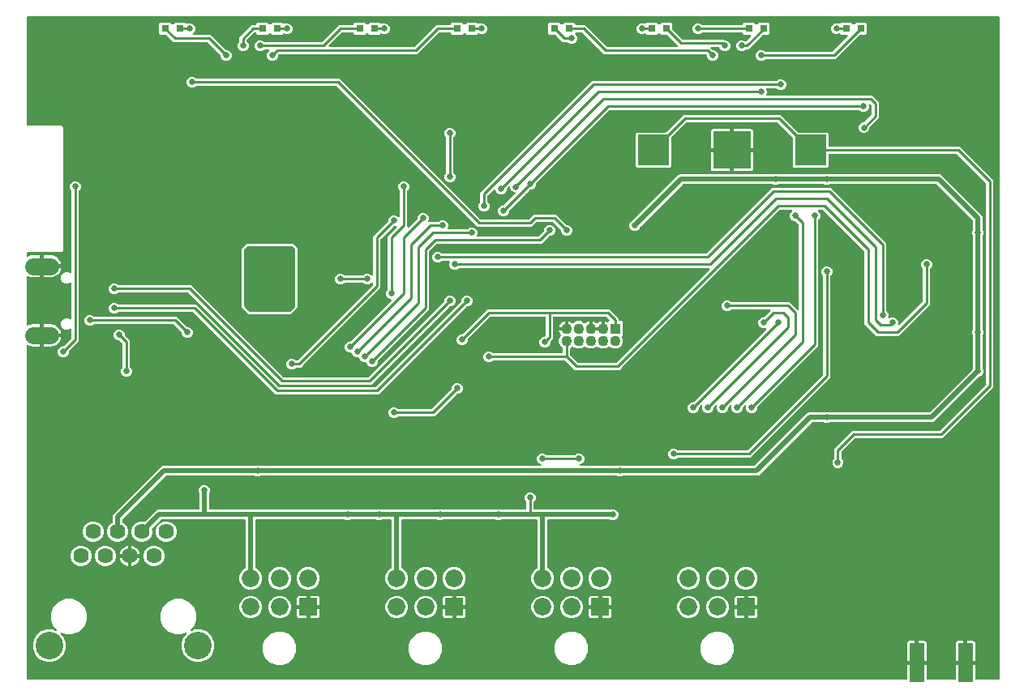
<source format=gbl>
G04 EAGLE Gerber RS-274X export*
G75*
%MOMM*%
%FSLAX34Y34*%
%LPD*%
%INBottom Copper*%
%IPPOS*%
%AMOC8*
5,1,8,0,0,1.08239X$1,22.5*%
G01*
%ADD10C,1.800000*%
%ADD11R,1.524000X4.064000*%
%ADD12C,2.880000*%
%ADD13C,1.620000*%
%ADD14R,0.800000X0.800000*%
%ADD15R,3.200000X3.200000*%
%ADD16R,3.900000X3.900000*%
%ADD17R,1.836000X1.836000*%
%ADD18C,1.836000*%
%ADD19R,1.108000X1.108000*%
%ADD20C,1.108000*%
%ADD21C,0.508000*%
%ADD22C,0.652400*%
%ADD23C,0.254000*%
%ADD24C,0.952400*%

G36*
X921062Y2549D02*
X921062Y2549D01*
X921120Y2547D01*
X921202Y2569D01*
X921286Y2581D01*
X921339Y2604D01*
X921395Y2619D01*
X921468Y2662D01*
X921545Y2697D01*
X921590Y2735D01*
X921640Y2764D01*
X921698Y2826D01*
X921762Y2880D01*
X921794Y2929D01*
X921834Y2972D01*
X921873Y3047D01*
X921920Y3117D01*
X921937Y3173D01*
X921964Y3225D01*
X921975Y3293D01*
X922005Y3388D01*
X922008Y3488D01*
X922019Y3556D01*
X922019Y18289D01*
X931164Y18289D01*
X931222Y18297D01*
X931280Y18295D01*
X931362Y18317D01*
X931445Y18329D01*
X931499Y18353D01*
X931555Y18367D01*
X931628Y18410D01*
X931705Y18445D01*
X931749Y18483D01*
X931800Y18513D01*
X931857Y18574D01*
X931922Y18629D01*
X931954Y18677D01*
X931994Y18720D01*
X932033Y18795D01*
X932079Y18865D01*
X932097Y18921D01*
X932124Y18973D01*
X932135Y19041D01*
X932165Y19136D01*
X932168Y19236D01*
X932179Y19304D01*
X932179Y20321D01*
X932181Y20321D01*
X932181Y19304D01*
X932189Y19246D01*
X932188Y19188D01*
X932209Y19106D01*
X932221Y19023D01*
X932245Y18969D01*
X932259Y18913D01*
X932302Y18840D01*
X932337Y18763D01*
X932375Y18718D01*
X932405Y18668D01*
X932466Y18610D01*
X932521Y18546D01*
X932569Y18514D01*
X932612Y18474D01*
X932687Y18435D01*
X932757Y18389D01*
X932813Y18371D01*
X932865Y18344D01*
X932933Y18333D01*
X933028Y18303D01*
X933128Y18300D01*
X933196Y18289D01*
X942341Y18289D01*
X942341Y3556D01*
X942349Y3498D01*
X942347Y3440D01*
X942369Y3358D01*
X942381Y3274D01*
X942404Y3221D01*
X942419Y3165D01*
X942462Y3092D01*
X942497Y3015D01*
X942535Y2970D01*
X942564Y2920D01*
X942626Y2862D01*
X942680Y2798D01*
X942729Y2766D01*
X942772Y2726D01*
X942847Y2687D01*
X942917Y2640D01*
X942973Y2623D01*
X943025Y2596D01*
X943093Y2585D01*
X943188Y2555D01*
X943288Y2552D01*
X943356Y2541D01*
X971804Y2541D01*
X971862Y2549D01*
X971920Y2547D01*
X972002Y2569D01*
X972086Y2581D01*
X972139Y2604D01*
X972195Y2619D01*
X972268Y2662D01*
X972345Y2697D01*
X972390Y2735D01*
X972440Y2764D01*
X972498Y2826D01*
X972562Y2880D01*
X972594Y2929D01*
X972634Y2972D01*
X972673Y3047D01*
X972720Y3117D01*
X972737Y3173D01*
X972764Y3225D01*
X972775Y3293D01*
X972805Y3388D01*
X972808Y3488D01*
X972819Y3556D01*
X972819Y18289D01*
X981964Y18289D01*
X982022Y18297D01*
X982080Y18295D01*
X982162Y18317D01*
X982245Y18329D01*
X982299Y18353D01*
X982355Y18367D01*
X982428Y18410D01*
X982505Y18445D01*
X982549Y18483D01*
X982600Y18513D01*
X982657Y18574D01*
X982722Y18629D01*
X982754Y18677D01*
X982794Y18720D01*
X982833Y18795D01*
X982879Y18865D01*
X982897Y18921D01*
X982924Y18973D01*
X982935Y19041D01*
X982965Y19136D01*
X982968Y19236D01*
X982979Y19304D01*
X982979Y20321D01*
X982981Y20321D01*
X982981Y19304D01*
X982989Y19246D01*
X982988Y19188D01*
X983009Y19106D01*
X983021Y19023D01*
X983045Y18969D01*
X983059Y18913D01*
X983102Y18840D01*
X983137Y18763D01*
X983175Y18718D01*
X983205Y18668D01*
X983266Y18610D01*
X983321Y18546D01*
X983369Y18514D01*
X983412Y18474D01*
X983487Y18435D01*
X983557Y18389D01*
X983613Y18371D01*
X983665Y18344D01*
X983733Y18333D01*
X983828Y18303D01*
X983928Y18300D01*
X983996Y18289D01*
X993141Y18289D01*
X993141Y3556D01*
X993149Y3498D01*
X993147Y3440D01*
X993169Y3358D01*
X993181Y3274D01*
X993204Y3221D01*
X993219Y3165D01*
X993262Y3092D01*
X993297Y3015D01*
X993335Y2970D01*
X993364Y2920D01*
X993426Y2862D01*
X993480Y2798D01*
X993529Y2766D01*
X993572Y2726D01*
X993647Y2687D01*
X993717Y2640D01*
X993773Y2623D01*
X993825Y2596D01*
X993893Y2585D01*
X993988Y2555D01*
X994088Y2552D01*
X994156Y2541D01*
X1017524Y2541D01*
X1017582Y2549D01*
X1017640Y2547D01*
X1017722Y2569D01*
X1017806Y2581D01*
X1017859Y2604D01*
X1017915Y2619D01*
X1017988Y2662D01*
X1018065Y2697D01*
X1018110Y2735D01*
X1018160Y2764D01*
X1018218Y2826D01*
X1018282Y2880D01*
X1018314Y2929D01*
X1018354Y2972D01*
X1018393Y3047D01*
X1018440Y3117D01*
X1018457Y3173D01*
X1018484Y3225D01*
X1018495Y3293D01*
X1018525Y3388D01*
X1018528Y3488D01*
X1018539Y3556D01*
X1018539Y694944D01*
X1018531Y695001D01*
X1018533Y695058D01*
X1018533Y695060D01*
X1018511Y695142D01*
X1018499Y695226D01*
X1018476Y695279D01*
X1018461Y695335D01*
X1018418Y695408D01*
X1018383Y695485D01*
X1018345Y695530D01*
X1018316Y695580D01*
X1018254Y695638D01*
X1018200Y695702D01*
X1018151Y695734D01*
X1018108Y695774D01*
X1018033Y695813D01*
X1017963Y695860D01*
X1017907Y695877D01*
X1017855Y695904D01*
X1017787Y695915D01*
X1017692Y695945D01*
X1017592Y695948D01*
X1017524Y695959D01*
X3556Y695959D01*
X3498Y695951D01*
X3440Y695953D01*
X3358Y695931D01*
X3274Y695919D01*
X3221Y695896D01*
X3165Y695881D01*
X3092Y695838D01*
X3015Y695803D01*
X2970Y695765D01*
X2920Y695736D01*
X2862Y695674D01*
X2798Y695620D01*
X2766Y695571D01*
X2726Y695528D01*
X2687Y695453D01*
X2640Y695383D01*
X2623Y695327D01*
X2596Y695275D01*
X2585Y695207D01*
X2555Y695112D01*
X2552Y695012D01*
X2541Y694944D01*
X2541Y582676D01*
X2549Y582618D01*
X2547Y582560D01*
X2569Y582478D01*
X2581Y582394D01*
X2604Y582341D01*
X2619Y582285D01*
X2662Y582212D01*
X2697Y582135D01*
X2735Y582090D01*
X2764Y582040D01*
X2826Y581982D01*
X2880Y581918D01*
X2929Y581886D01*
X2972Y581846D01*
X3047Y581807D01*
X3117Y581760D01*
X3173Y581743D01*
X3225Y581716D01*
X3293Y581705D01*
X3388Y581675D01*
X3488Y581672D01*
X3556Y581661D01*
X39152Y581661D01*
X40641Y580172D01*
X40641Y451068D01*
X39152Y449579D01*
X3556Y449579D01*
X3498Y449571D01*
X3440Y449573D01*
X3358Y449551D01*
X3274Y449539D01*
X3221Y449516D01*
X3165Y449501D01*
X3092Y449458D01*
X3015Y449423D01*
X2970Y449385D01*
X2920Y449356D01*
X2862Y449294D01*
X2798Y449240D01*
X2766Y449191D01*
X2726Y449148D01*
X2687Y449073D01*
X2640Y449003D01*
X2623Y448947D01*
X2596Y448895D01*
X2585Y448827D01*
X2555Y448732D01*
X2552Y448632D01*
X2541Y448564D01*
X2541Y446083D01*
X2542Y446071D01*
X2541Y446058D01*
X2562Y445930D01*
X2581Y445802D01*
X2586Y445790D01*
X2588Y445778D01*
X2644Y445661D01*
X2697Y445542D01*
X2705Y445533D01*
X2710Y445522D01*
X2797Y445424D01*
X2880Y445325D01*
X2891Y445318D01*
X2899Y445309D01*
X3009Y445240D01*
X3117Y445168D01*
X3129Y445164D01*
X3139Y445157D01*
X3264Y445121D01*
X3388Y445082D01*
X3401Y445081D01*
X3412Y445078D01*
X3542Y445078D01*
X3672Y445075D01*
X3684Y445078D01*
X3697Y445078D01*
X3757Y445097D01*
X3947Y445146D01*
X3984Y445168D01*
X4017Y445178D01*
X4826Y445591D01*
X6554Y446152D01*
X8348Y446436D01*
X16225Y446436D01*
X16225Y435912D01*
X16233Y435854D01*
X16232Y435795D01*
X16253Y435714D01*
X16265Y435630D01*
X16289Y435577D01*
X16304Y435520D01*
X16347Y435448D01*
X16381Y435371D01*
X16419Y435326D01*
X16449Y435276D01*
X16510Y435218D01*
X16565Y435154D01*
X16613Y435121D01*
X16656Y435081D01*
X16731Y435043D01*
X16801Y434996D01*
X16857Y434979D01*
X16909Y434952D01*
X16977Y434941D01*
X17072Y434910D01*
X17172Y434908D01*
X17240Y434897D01*
X18257Y434897D01*
X18257Y434895D01*
X17240Y434895D01*
X17182Y434887D01*
X17124Y434888D01*
X17042Y434867D01*
X16959Y434855D01*
X16905Y434831D01*
X16849Y434816D01*
X16776Y434773D01*
X16699Y434739D01*
X16655Y434701D01*
X16604Y434671D01*
X16547Y434609D01*
X16482Y434555D01*
X16450Y434506D01*
X16410Y434464D01*
X16372Y434389D01*
X16325Y434318D01*
X16307Y434263D01*
X16281Y434211D01*
X16269Y434143D01*
X16239Y434047D01*
X16236Y433948D01*
X16225Y433879D01*
X16225Y423355D01*
X8348Y423355D01*
X6554Y423639D01*
X4826Y424200D01*
X4017Y424613D01*
X4005Y424617D01*
X3995Y424624D01*
X3871Y424663D01*
X3748Y424705D01*
X3736Y424706D01*
X3724Y424709D01*
X3594Y424713D01*
X3464Y424719D01*
X3452Y424716D01*
X3440Y424717D01*
X3314Y424684D01*
X3187Y424654D01*
X3176Y424648D01*
X3165Y424645D01*
X3053Y424579D01*
X2940Y424515D01*
X2931Y424506D01*
X2920Y424500D01*
X2831Y424405D01*
X2740Y424312D01*
X2734Y424301D01*
X2726Y424292D01*
X2666Y424176D01*
X2605Y424062D01*
X2602Y424050D01*
X2596Y424039D01*
X2586Y423977D01*
X2544Y423785D01*
X2546Y423742D01*
X2541Y423708D01*
X2541Y373852D01*
X2542Y373839D01*
X2541Y373827D01*
X2562Y373699D01*
X2581Y373570D01*
X2586Y373559D01*
X2588Y373547D01*
X2644Y373429D01*
X2697Y373311D01*
X2705Y373301D01*
X2710Y373290D01*
X2797Y373193D01*
X2880Y373094D01*
X2891Y373087D01*
X2899Y373078D01*
X3009Y373008D01*
X3117Y372936D01*
X3129Y372933D01*
X3139Y372926D01*
X3264Y372890D01*
X3388Y372851D01*
X3401Y372850D01*
X3412Y372847D01*
X3542Y372847D01*
X3672Y372843D01*
X3684Y372846D01*
X3697Y372846D01*
X3757Y372865D01*
X3947Y372915D01*
X3984Y372937D01*
X4017Y372947D01*
X4826Y373360D01*
X6554Y373921D01*
X8348Y374205D01*
X16225Y374205D01*
X16225Y363681D01*
X16233Y363623D01*
X16232Y363564D01*
X16253Y363483D01*
X16265Y363399D01*
X16289Y363346D01*
X16304Y363289D01*
X16347Y363217D01*
X16381Y363140D01*
X16419Y363095D01*
X16449Y363045D01*
X16510Y362987D01*
X16565Y362923D01*
X16613Y362890D01*
X16656Y362850D01*
X16731Y362812D01*
X16801Y362765D01*
X16857Y362747D01*
X16909Y362721D01*
X16977Y362709D01*
X17072Y362679D01*
X17172Y362677D01*
X17240Y362665D01*
X18257Y362665D01*
X18257Y362663D01*
X17240Y362663D01*
X17182Y362655D01*
X17124Y362657D01*
X17042Y362635D01*
X16959Y362624D01*
X16905Y362600D01*
X16849Y362585D01*
X16776Y362542D01*
X16699Y362507D01*
X16655Y362470D01*
X16604Y362440D01*
X16547Y362378D01*
X16482Y362324D01*
X16450Y362275D01*
X16410Y362232D01*
X16372Y362157D01*
X16325Y362087D01*
X16307Y362031D01*
X16281Y361979D01*
X16269Y361911D01*
X16239Y361816D01*
X16236Y361716D01*
X16225Y361648D01*
X16225Y351124D01*
X8348Y351124D01*
X6554Y351408D01*
X4826Y351969D01*
X4017Y352382D01*
X4005Y352386D01*
X3995Y352392D01*
X3871Y352432D01*
X3748Y352474D01*
X3736Y352474D01*
X3724Y352478D01*
X3594Y352482D01*
X3464Y352488D01*
X3452Y352485D01*
X3440Y352485D01*
X3314Y352453D01*
X3187Y352423D01*
X3176Y352417D01*
X3165Y352414D01*
X3053Y352348D01*
X2940Y352284D01*
X2931Y352275D01*
X2920Y352268D01*
X2831Y352173D01*
X2740Y352081D01*
X2734Y352070D01*
X2726Y352061D01*
X2666Y351945D01*
X2605Y351831D01*
X2602Y351819D01*
X2596Y351808D01*
X2586Y351746D01*
X2544Y351553D01*
X2546Y351511D01*
X2541Y351477D01*
X2541Y3556D01*
X2549Y3498D01*
X2547Y3440D01*
X2569Y3358D01*
X2581Y3274D01*
X2604Y3221D01*
X2619Y3165D01*
X2662Y3092D01*
X2697Y3015D01*
X2735Y2970D01*
X2764Y2920D01*
X2826Y2862D01*
X2880Y2798D01*
X2929Y2766D01*
X2972Y2726D01*
X3047Y2687D01*
X3117Y2640D01*
X3173Y2623D01*
X3225Y2596D01*
X3293Y2585D01*
X3388Y2555D01*
X3488Y2552D01*
X3556Y2541D01*
X921004Y2541D01*
X921062Y2549D01*
G37*
%LPC*%
G36*
X697346Y281217D02*
X697346Y281217D01*
X695213Y282101D01*
X693581Y283733D01*
X692697Y285866D01*
X692697Y288174D01*
X693581Y290307D01*
X695213Y291939D01*
X697346Y292823D01*
X698493Y292823D01*
X698580Y292835D01*
X698667Y292838D01*
X698720Y292855D01*
X698775Y292863D01*
X698854Y292898D01*
X698938Y292925D01*
X698977Y292953D01*
X699034Y292979D01*
X699147Y293075D01*
X699211Y293120D01*
X774645Y368554D01*
X774697Y368623D01*
X774756Y368686D01*
X774782Y368736D01*
X774816Y368782D01*
X774847Y368862D01*
X774886Y368938D01*
X774897Y368994D01*
X774917Y369047D01*
X774925Y369133D01*
X774941Y369217D01*
X774936Y369274D01*
X774941Y369331D01*
X774924Y369415D01*
X774917Y369501D01*
X774896Y369554D01*
X774885Y369609D01*
X774846Y369686D01*
X774815Y369766D01*
X774780Y369811D01*
X774754Y369862D01*
X774695Y369924D01*
X774643Y369993D01*
X774597Y370027D01*
X774558Y370068D01*
X774484Y370111D01*
X774415Y370163D01*
X774362Y370183D01*
X774313Y370212D01*
X774230Y370233D01*
X774149Y370263D01*
X774093Y370268D01*
X774037Y370282D01*
X773952Y370279D01*
X773866Y370286D01*
X773818Y370275D01*
X773753Y370273D01*
X773615Y370228D01*
X773539Y370210D01*
X773314Y370117D01*
X771006Y370117D01*
X768873Y371001D01*
X767241Y372633D01*
X766357Y374766D01*
X766357Y377074D01*
X767241Y379207D01*
X768873Y380839D01*
X771006Y381723D01*
X772153Y381723D01*
X772240Y381735D01*
X772327Y381738D01*
X772380Y381755D01*
X772435Y381763D01*
X772514Y381798D01*
X772598Y381825D01*
X772637Y381853D01*
X772694Y381879D01*
X772807Y381975D01*
X772871Y382020D01*
X779007Y388156D01*
X779025Y388180D01*
X779047Y388199D01*
X779110Y388293D01*
X779178Y388383D01*
X779188Y388411D01*
X779205Y388435D01*
X779239Y388543D01*
X779279Y388649D01*
X779282Y388678D01*
X779290Y388706D01*
X779293Y388820D01*
X779303Y388932D01*
X779297Y388961D01*
X779298Y388990D01*
X779269Y389100D01*
X779247Y389211D01*
X779233Y389237D01*
X779226Y389265D01*
X779168Y389363D01*
X779116Y389463D01*
X779096Y389485D01*
X779081Y389510D01*
X778998Y389587D01*
X778920Y389669D01*
X778895Y389684D01*
X778873Y389704D01*
X778772Y389756D01*
X778675Y389813D01*
X778646Y389820D01*
X778620Y389834D01*
X778543Y389847D01*
X778399Y389883D01*
X778337Y389881D01*
X778289Y389889D01*
X738876Y389889D01*
X738789Y389877D01*
X738702Y389874D01*
X738649Y389857D01*
X738595Y389849D01*
X738515Y389814D01*
X738432Y389787D01*
X738392Y389759D01*
X738335Y389733D01*
X738222Y389637D01*
X738158Y389592D01*
X737347Y388781D01*
X735214Y387897D01*
X732906Y387897D01*
X730773Y388781D01*
X729141Y390413D01*
X728257Y392546D01*
X728257Y394854D01*
X729141Y396987D01*
X730773Y398619D01*
X732906Y399503D01*
X735214Y399503D01*
X737347Y398619D01*
X738158Y397808D01*
X738228Y397756D01*
X738292Y397696D01*
X738341Y397670D01*
X738385Y397637D01*
X738467Y397606D01*
X738545Y397566D01*
X738593Y397558D01*
X738651Y397536D01*
X738799Y397524D01*
X738876Y397511D01*
X799138Y397511D01*
X801668Y394981D01*
X807256Y389393D01*
X807280Y389375D01*
X807299Y389353D01*
X807393Y389290D01*
X807483Y389222D01*
X807511Y389212D01*
X807535Y389195D01*
X807643Y389161D01*
X807749Y389121D01*
X807778Y389118D01*
X807806Y389110D01*
X807920Y389107D01*
X808032Y389097D01*
X808061Y389103D01*
X808090Y389102D01*
X808200Y389131D01*
X808311Y389153D01*
X808337Y389167D01*
X808365Y389174D01*
X808463Y389232D01*
X808563Y389284D01*
X808585Y389304D01*
X808610Y389319D01*
X808687Y389402D01*
X808769Y389480D01*
X808784Y389505D01*
X808804Y389527D01*
X808856Y389628D01*
X808913Y389725D01*
X808920Y389754D01*
X808934Y389780D01*
X808947Y389857D01*
X808983Y390001D01*
X808981Y390063D01*
X808989Y390111D01*
X808989Y478061D01*
X808977Y478148D01*
X808974Y478235D01*
X808957Y478288D01*
X808949Y478343D01*
X808914Y478422D01*
X808887Y478506D01*
X808859Y478545D01*
X808833Y478602D01*
X808737Y478715D01*
X808692Y478779D01*
X805891Y481580D01*
X805821Y481632D01*
X805757Y481692D01*
X805708Y481718D01*
X805664Y481751D01*
X805582Y481782D01*
X805504Y481822D01*
X805457Y481830D01*
X805398Y481852D01*
X805250Y481864D01*
X805173Y481877D01*
X804026Y481877D01*
X801893Y482761D01*
X800261Y484393D01*
X799377Y486526D01*
X799377Y488834D01*
X800261Y490967D01*
X801590Y492296D01*
X801607Y492320D01*
X801630Y492339D01*
X801693Y492433D01*
X801761Y492523D01*
X801771Y492551D01*
X801787Y492575D01*
X801822Y492683D01*
X801862Y492789D01*
X801864Y492818D01*
X801873Y492846D01*
X801876Y492960D01*
X801886Y493072D01*
X801880Y493101D01*
X801881Y493130D01*
X801852Y493240D01*
X801830Y493351D01*
X801816Y493377D01*
X801809Y493405D01*
X801751Y493503D01*
X801699Y493603D01*
X801678Y493625D01*
X801663Y493650D01*
X801581Y493727D01*
X801503Y493809D01*
X801478Y493824D01*
X801456Y493844D01*
X801355Y493896D01*
X801258Y493953D01*
X801229Y493960D01*
X801203Y493974D01*
X801126Y493987D01*
X800982Y494023D01*
X800920Y494021D01*
X800872Y494029D01*
X789399Y494029D01*
X789312Y494017D01*
X789225Y494014D01*
X789172Y493997D01*
X789117Y493989D01*
X789038Y493954D01*
X788954Y493927D01*
X788915Y493899D01*
X788858Y493873D01*
X788745Y493777D01*
X788681Y493732D01*
X623868Y328919D01*
X621338Y326389D01*
X575002Y326389D01*
X565139Y336252D01*
X565069Y336304D01*
X565005Y336364D01*
X564956Y336390D01*
X564912Y336423D01*
X564830Y336454D01*
X564752Y336494D01*
X564705Y336502D01*
X564646Y336524D01*
X564498Y336536D01*
X564421Y336549D01*
X489956Y336549D01*
X489869Y336537D01*
X489782Y336534D01*
X489729Y336517D01*
X489675Y336509D01*
X489595Y336474D01*
X489512Y336447D01*
X489472Y336419D01*
X489415Y336393D01*
X489302Y336297D01*
X489238Y336252D01*
X488427Y335441D01*
X486294Y334557D01*
X483986Y334557D01*
X481853Y335441D01*
X480221Y337073D01*
X479337Y339206D01*
X479337Y341514D01*
X480221Y343647D01*
X481853Y345279D01*
X483986Y346163D01*
X486294Y346163D01*
X488427Y345279D01*
X489238Y344468D01*
X489308Y344416D01*
X489372Y344356D01*
X489421Y344330D01*
X489465Y344297D01*
X489547Y344266D01*
X489625Y344226D01*
X489673Y344218D01*
X489731Y344196D01*
X489879Y344184D01*
X489956Y344171D01*
X561594Y344171D01*
X561652Y344179D01*
X561710Y344177D01*
X561792Y344199D01*
X561876Y344211D01*
X561929Y344234D01*
X561985Y344249D01*
X562058Y344292D01*
X562135Y344327D01*
X562180Y344365D01*
X562230Y344394D01*
X562288Y344456D01*
X562352Y344510D01*
X562384Y344559D01*
X562424Y344602D01*
X562463Y344677D01*
X562510Y344747D01*
X562527Y344803D01*
X562554Y344855D01*
X562565Y344923D01*
X562595Y345018D01*
X562598Y345118D01*
X562609Y345186D01*
X562609Y349024D01*
X562609Y349025D01*
X562609Y349027D01*
X562589Y349167D01*
X562569Y349305D01*
X562569Y349307D01*
X562569Y349308D01*
X562512Y349433D01*
X562453Y349564D01*
X562452Y349566D01*
X562451Y349567D01*
X562361Y349674D01*
X562270Y349781D01*
X562268Y349782D01*
X562267Y349784D01*
X562255Y349791D01*
X562033Y349939D01*
X562004Y349948D01*
X561983Y349962D01*
X561843Y350020D01*
X559570Y352293D01*
X558339Y355263D01*
X558339Y358477D01*
X559569Y361447D01*
X560624Y362502D01*
X560659Y362549D01*
X560702Y362589D01*
X560744Y362662D01*
X560795Y362729D01*
X560816Y362784D01*
X560846Y362834D01*
X560866Y362916D01*
X560896Y362995D01*
X560901Y363053D01*
X560916Y363110D01*
X560913Y363194D01*
X560920Y363278D01*
X560908Y363336D01*
X560907Y363394D01*
X560881Y363474D01*
X560864Y363557D01*
X560837Y363609D01*
X560819Y363665D01*
X560779Y363721D01*
X560733Y363809D01*
X560664Y363882D01*
X560624Y363938D01*
X560143Y364419D01*
X559259Y365742D01*
X558650Y367213D01*
X558479Y368071D01*
X565936Y368071D01*
X565994Y368079D01*
X566052Y368077D01*
X566134Y368099D01*
X566217Y368111D01*
X566271Y368134D01*
X566327Y368149D01*
X566400Y368192D01*
X566477Y368227D01*
X566521Y368265D01*
X566572Y368294D01*
X566629Y368356D01*
X566694Y368410D01*
X566726Y368459D01*
X566766Y368502D01*
X566805Y368577D01*
X566851Y368647D01*
X566869Y368703D01*
X566896Y368755D01*
X566907Y368823D01*
X566937Y368918D01*
X566940Y369018D01*
X566944Y369045D01*
X566962Y369047D01*
X567020Y369046D01*
X567102Y369067D01*
X567186Y369079D01*
X567239Y369103D01*
X567295Y369117D01*
X567368Y369161D01*
X567445Y369195D01*
X567490Y369233D01*
X567540Y369263D01*
X567598Y369324D01*
X567662Y369379D01*
X567694Y369427D01*
X567734Y369470D01*
X567773Y369545D01*
X567820Y369615D01*
X567837Y369671D01*
X567864Y369723D01*
X567875Y369791D01*
X567905Y369886D01*
X567908Y369986D01*
X567919Y370054D01*
X567919Y377511D01*
X568777Y377340D01*
X570248Y376731D01*
X571571Y375847D01*
X572052Y375366D01*
X572099Y375331D01*
X572139Y375288D01*
X572212Y375246D01*
X572279Y375195D01*
X572334Y375174D01*
X572384Y375144D01*
X572466Y375124D01*
X572545Y375094D01*
X572603Y375089D01*
X572660Y375074D01*
X572744Y375077D01*
X572828Y375070D01*
X572886Y375082D01*
X572944Y375083D01*
X573024Y375109D01*
X573107Y375126D01*
X573159Y375153D01*
X573215Y375171D01*
X573271Y375211D01*
X573359Y375257D01*
X573432Y375326D01*
X573488Y375366D01*
X574543Y376421D01*
X577513Y377651D01*
X580727Y377651D01*
X583697Y376421D01*
X584752Y375366D01*
X584799Y375331D01*
X584839Y375288D01*
X584912Y375246D01*
X584979Y375195D01*
X585034Y375174D01*
X585084Y375144D01*
X585166Y375124D01*
X585245Y375094D01*
X585303Y375089D01*
X585360Y375074D01*
X585444Y375077D01*
X585528Y375070D01*
X585586Y375082D01*
X585644Y375083D01*
X585724Y375109D01*
X585807Y375126D01*
X585859Y375153D01*
X585915Y375171D01*
X585971Y375211D01*
X586059Y375257D01*
X586132Y375326D01*
X586188Y375366D01*
X586669Y375847D01*
X587992Y376731D01*
X589463Y377340D01*
X590321Y377511D01*
X590321Y370054D01*
X590329Y369997D01*
X590327Y369945D01*
X590328Y369944D01*
X590327Y369938D01*
X590349Y369856D01*
X590361Y369773D01*
X590384Y369719D01*
X590399Y369663D01*
X590442Y369590D01*
X590477Y369513D01*
X590515Y369469D01*
X590544Y369418D01*
X590606Y369361D01*
X590660Y369296D01*
X590709Y369264D01*
X590752Y369224D01*
X590827Y369185D01*
X590897Y369139D01*
X590953Y369121D01*
X591005Y369094D01*
X591073Y369083D01*
X591168Y369053D01*
X591268Y369050D01*
X591295Y369046D01*
X591297Y369028D01*
X591296Y368970D01*
X591317Y368888D01*
X591329Y368804D01*
X591353Y368751D01*
X591367Y368695D01*
X591411Y368622D01*
X591445Y368545D01*
X591483Y368500D01*
X591513Y368450D01*
X591574Y368392D01*
X591629Y368328D01*
X591677Y368296D01*
X591720Y368256D01*
X591795Y368217D01*
X591865Y368170D01*
X591921Y368153D01*
X591973Y368126D01*
X592041Y368115D01*
X592136Y368085D01*
X592236Y368082D01*
X592304Y368071D01*
X604036Y368071D01*
X604094Y368079D01*
X604152Y368077D01*
X604234Y368099D01*
X604317Y368111D01*
X604371Y368134D01*
X604427Y368149D01*
X604500Y368192D01*
X604577Y368227D01*
X604621Y368265D01*
X604672Y368294D01*
X604729Y368356D01*
X604794Y368410D01*
X604826Y368459D01*
X604866Y368502D01*
X604905Y368577D01*
X604951Y368647D01*
X604969Y368703D01*
X604996Y368755D01*
X605007Y368823D01*
X605037Y368918D01*
X605040Y369018D01*
X605044Y369045D01*
X605062Y369047D01*
X605120Y369046D01*
X605202Y369067D01*
X605286Y369079D01*
X605339Y369103D01*
X605395Y369117D01*
X605468Y369161D01*
X605545Y369195D01*
X605590Y369233D01*
X605640Y369263D01*
X605698Y369324D01*
X605762Y369379D01*
X605794Y369427D01*
X605834Y369470D01*
X605873Y369545D01*
X605920Y369615D01*
X605937Y369671D01*
X605964Y369723D01*
X605975Y369791D01*
X606005Y369886D01*
X606008Y369986D01*
X606019Y370054D01*
X606019Y377511D01*
X606877Y377340D01*
X608348Y376731D01*
X608470Y376649D01*
X608561Y376605D01*
X608649Y376554D01*
X608689Y376544D01*
X608726Y376526D01*
X608826Y376509D01*
X608924Y376484D01*
X608966Y376485D01*
X609007Y376478D01*
X609107Y376490D01*
X609208Y376493D01*
X609248Y376506D01*
X609289Y376511D01*
X609383Y376549D01*
X609479Y376581D01*
X609509Y376602D01*
X609552Y376620D01*
X609697Y376736D01*
X609752Y376775D01*
X610916Y377939D01*
X610951Y377986D01*
X610994Y378026D01*
X611036Y378099D01*
X611087Y378166D01*
X611108Y378221D01*
X611137Y378271D01*
X611158Y378353D01*
X611188Y378432D01*
X611193Y378490D01*
X611207Y378547D01*
X611205Y378631D01*
X611212Y378715D01*
X611200Y378773D01*
X611198Y378831D01*
X611172Y378911D01*
X611156Y378994D01*
X611129Y379046D01*
X611111Y379102D01*
X611071Y379158D01*
X611025Y379246D01*
X610956Y379319D01*
X610916Y379375D01*
X608319Y381972D01*
X608249Y382024D01*
X608185Y382084D01*
X608136Y382110D01*
X608092Y382143D01*
X608010Y382174D01*
X607932Y382214D01*
X607885Y382222D01*
X607826Y382244D01*
X607678Y382256D01*
X607601Y382269D01*
X553466Y382269D01*
X553408Y382261D01*
X553350Y382263D01*
X553268Y382241D01*
X553184Y382229D01*
X553131Y382206D01*
X553075Y382191D01*
X553002Y382148D01*
X552925Y382113D01*
X552880Y382075D01*
X552830Y382046D01*
X552772Y381984D01*
X552708Y381930D01*
X552676Y381881D01*
X552636Y381838D01*
X552597Y381763D01*
X552550Y381693D01*
X552533Y381637D01*
X552506Y381585D01*
X552495Y381517D01*
X552465Y381422D01*
X552462Y381322D01*
X552451Y381254D01*
X552451Y359102D01*
X549660Y356311D01*
X549608Y356241D01*
X549548Y356177D01*
X549522Y356128D01*
X549489Y356084D01*
X549458Y356002D01*
X549418Y355924D01*
X549410Y355877D01*
X549388Y355818D01*
X549376Y355670D01*
X549363Y355593D01*
X549363Y354446D01*
X548479Y352313D01*
X546847Y350681D01*
X544714Y349797D01*
X542406Y349797D01*
X540273Y350681D01*
X538641Y352313D01*
X537757Y354446D01*
X537757Y356754D01*
X538641Y358887D01*
X540273Y360519D01*
X542406Y361403D01*
X543553Y361403D01*
X543640Y361415D01*
X543727Y361418D01*
X543780Y361435D01*
X543835Y361443D01*
X543914Y361478D01*
X543998Y361505D01*
X544037Y361533D01*
X544094Y361559D01*
X544207Y361655D01*
X544271Y361700D01*
X544532Y361961D01*
X544584Y362031D01*
X544644Y362095D01*
X544670Y362144D01*
X544703Y362188D01*
X544734Y362270D01*
X544774Y362348D01*
X544782Y362395D01*
X544804Y362454D01*
X544816Y362602D01*
X544829Y362679D01*
X544829Y381254D01*
X544822Y381308D01*
X544823Y381345D01*
X544822Y381348D01*
X544823Y381370D01*
X544801Y381452D01*
X544789Y381536D01*
X544766Y381589D01*
X544751Y381645D01*
X544708Y381718D01*
X544673Y381795D01*
X544635Y381840D01*
X544606Y381890D01*
X544544Y381948D01*
X544490Y382012D01*
X544441Y382044D01*
X544398Y382084D01*
X544323Y382123D01*
X544253Y382170D01*
X544197Y382187D01*
X544145Y382214D01*
X544077Y382225D01*
X543982Y382255D01*
X543882Y382258D01*
X543814Y382269D01*
X487139Y382269D01*
X487052Y382257D01*
X486965Y382254D01*
X486912Y382237D01*
X486857Y382229D01*
X486778Y382194D01*
X486694Y382167D01*
X486655Y382139D01*
X486598Y382113D01*
X486485Y382017D01*
X486421Y381972D01*
X463300Y358851D01*
X463248Y358781D01*
X463188Y358717D01*
X463162Y358668D01*
X463129Y358624D01*
X463098Y358542D01*
X463058Y358464D01*
X463050Y358417D01*
X463028Y358358D01*
X463016Y358210D01*
X463003Y358133D01*
X463003Y356986D01*
X462119Y354853D01*
X460487Y353221D01*
X458354Y352337D01*
X456046Y352337D01*
X453913Y353221D01*
X452281Y354853D01*
X451397Y356986D01*
X451397Y359294D01*
X452281Y361427D01*
X453913Y363059D01*
X456046Y363943D01*
X457193Y363943D01*
X457280Y363955D01*
X457367Y363958D01*
X457420Y363975D01*
X457475Y363983D01*
X457554Y364018D01*
X457638Y364045D01*
X457677Y364073D01*
X457734Y364099D01*
X457847Y364195D01*
X457911Y364240D01*
X483562Y389891D01*
X611178Y389891D01*
X621031Y380038D01*
X621031Y378666D01*
X621039Y378608D01*
X621037Y378550D01*
X621059Y378468D01*
X621071Y378384D01*
X621094Y378331D01*
X621109Y378275D01*
X621152Y378202D01*
X621187Y378125D01*
X621225Y378080D01*
X621254Y378030D01*
X621316Y377972D01*
X621370Y377908D01*
X621419Y377876D01*
X621462Y377836D01*
X621537Y377797D01*
X621607Y377750D01*
X621663Y377733D01*
X621715Y377706D01*
X621783Y377695D01*
X621878Y377665D01*
X621978Y377662D01*
X622046Y377651D01*
X623812Y377651D01*
X625301Y376162D01*
X625301Y362978D01*
X624462Y362139D01*
X624461Y362138D01*
X624460Y362137D01*
X624375Y362023D01*
X624291Y361912D01*
X624291Y361911D01*
X624290Y361909D01*
X624241Y361779D01*
X624190Y361646D01*
X624190Y361645D01*
X624190Y361643D01*
X624178Y361500D01*
X624167Y361363D01*
X624167Y361362D01*
X624167Y361360D01*
X624170Y361344D01*
X624223Y361084D01*
X624237Y361057D01*
X624242Y361033D01*
X625301Y358477D01*
X625301Y355263D01*
X624070Y352293D01*
X621797Y350020D01*
X618827Y348789D01*
X615613Y348789D01*
X612643Y350020D01*
X611588Y351074D01*
X611541Y351109D01*
X611501Y351152D01*
X611428Y351194D01*
X611361Y351245D01*
X611306Y351266D01*
X611256Y351296D01*
X611174Y351316D01*
X611095Y351346D01*
X611037Y351351D01*
X610980Y351366D01*
X610896Y351363D01*
X610812Y351370D01*
X610754Y351358D01*
X610696Y351357D01*
X610616Y351331D01*
X610533Y351314D01*
X610481Y351287D01*
X610425Y351269D01*
X610369Y351229D01*
X610281Y351183D01*
X610208Y351114D01*
X610152Y351074D01*
X609097Y350019D01*
X606127Y348789D01*
X602913Y348789D01*
X599943Y350019D01*
X598888Y351074D01*
X598841Y351109D01*
X598801Y351152D01*
X598728Y351194D01*
X598661Y351245D01*
X598606Y351266D01*
X598556Y351296D01*
X598474Y351316D01*
X598395Y351346D01*
X598337Y351351D01*
X598280Y351366D01*
X598196Y351363D01*
X598112Y351370D01*
X598054Y351358D01*
X597996Y351357D01*
X597916Y351331D01*
X597833Y351314D01*
X597781Y351287D01*
X597725Y351269D01*
X597669Y351229D01*
X597581Y351183D01*
X597508Y351114D01*
X597452Y351074D01*
X596397Y350020D01*
X593427Y348789D01*
X590213Y348789D01*
X587243Y350019D01*
X586188Y351074D01*
X586141Y351109D01*
X586101Y351152D01*
X586028Y351194D01*
X585961Y351245D01*
X585906Y351266D01*
X585856Y351296D01*
X585774Y351316D01*
X585695Y351346D01*
X585637Y351351D01*
X585580Y351366D01*
X585496Y351363D01*
X585412Y351370D01*
X585354Y351358D01*
X585296Y351357D01*
X585216Y351331D01*
X585133Y351314D01*
X585081Y351287D01*
X585025Y351269D01*
X584969Y351229D01*
X584881Y351183D01*
X584808Y351114D01*
X584752Y351074D01*
X583697Y350020D01*
X580727Y348789D01*
X577513Y348789D01*
X574543Y350019D01*
X573488Y351074D01*
X573441Y351109D01*
X573401Y351152D01*
X573328Y351194D01*
X573261Y351245D01*
X573206Y351266D01*
X573156Y351296D01*
X573074Y351316D01*
X572995Y351346D01*
X572937Y351351D01*
X572880Y351366D01*
X572796Y351363D01*
X572712Y351370D01*
X572654Y351358D01*
X572596Y351357D01*
X572516Y351331D01*
X572433Y351314D01*
X572381Y351287D01*
X572325Y351269D01*
X572269Y351229D01*
X572181Y351183D01*
X572108Y351114D01*
X572052Y351074D01*
X570997Y350020D01*
X570857Y349962D01*
X570856Y349961D01*
X570855Y349960D01*
X570738Y349891D01*
X570613Y349817D01*
X570611Y349816D01*
X570610Y349815D01*
X570515Y349714D01*
X570417Y349610D01*
X570417Y349609D01*
X570416Y349608D01*
X570351Y349482D01*
X570287Y349358D01*
X570287Y349356D01*
X570286Y349355D01*
X570284Y349340D01*
X570232Y349079D01*
X570235Y349048D01*
X570231Y349024D01*
X570231Y342359D01*
X570243Y342272D01*
X570246Y342185D01*
X570263Y342132D01*
X570271Y342077D01*
X570306Y341998D01*
X570333Y341914D01*
X570361Y341875D01*
X570387Y341818D01*
X570483Y341705D01*
X570528Y341641D01*
X577861Y334308D01*
X577931Y334256D01*
X577995Y334196D01*
X578044Y334170D01*
X578088Y334137D01*
X578170Y334106D01*
X578248Y334066D01*
X578295Y334058D01*
X578354Y334036D01*
X578502Y334024D01*
X578579Y334011D01*
X617761Y334011D01*
X617848Y334023D01*
X617935Y334026D01*
X617988Y334043D01*
X618043Y334051D01*
X618122Y334086D01*
X618206Y334113D01*
X618245Y334141D01*
X618302Y334167D01*
X618415Y334263D01*
X618479Y334308D01*
X715507Y431336D01*
X715525Y431360D01*
X715547Y431379D01*
X715610Y431473D01*
X715678Y431563D01*
X715688Y431591D01*
X715705Y431615D01*
X715739Y431723D01*
X715779Y431829D01*
X715782Y431858D01*
X715790Y431886D01*
X715793Y432000D01*
X715803Y432112D01*
X715797Y432141D01*
X715798Y432170D01*
X715769Y432280D01*
X715747Y432391D01*
X715733Y432417D01*
X715726Y432445D01*
X715668Y432543D01*
X715616Y432643D01*
X715596Y432665D01*
X715581Y432690D01*
X715498Y432767D01*
X715420Y432849D01*
X715395Y432864D01*
X715373Y432884D01*
X715272Y432936D01*
X715175Y432993D01*
X715146Y433000D01*
X715120Y433014D01*
X715043Y433027D01*
X714899Y433063D01*
X714837Y433061D01*
X714789Y433069D01*
X454396Y433069D01*
X454309Y433057D01*
X454222Y433054D01*
X454169Y433037D01*
X454115Y433029D01*
X454035Y432994D01*
X453952Y432967D01*
X453912Y432939D01*
X453855Y432913D01*
X453742Y432817D01*
X453678Y432772D01*
X452867Y431961D01*
X450734Y431077D01*
X448426Y431077D01*
X446293Y431961D01*
X444661Y433593D01*
X443777Y435726D01*
X443777Y438034D01*
X444296Y439285D01*
X444324Y439397D01*
X444359Y439506D01*
X444360Y439534D01*
X444367Y439561D01*
X444363Y439675D01*
X444366Y439790D01*
X444359Y439817D01*
X444358Y439845D01*
X444323Y439954D01*
X444294Y440065D01*
X444280Y440089D01*
X444272Y440116D01*
X444208Y440211D01*
X444149Y440310D01*
X444129Y440329D01*
X444113Y440352D01*
X444025Y440426D01*
X443942Y440504D01*
X443917Y440517D01*
X443896Y440535D01*
X443791Y440581D01*
X443689Y440634D01*
X443664Y440638D01*
X443636Y440650D01*
X443372Y440687D01*
X443358Y440689D01*
X436616Y440689D01*
X436529Y440677D01*
X436442Y440674D01*
X436389Y440657D01*
X436335Y440649D01*
X436255Y440614D01*
X436172Y440587D01*
X436132Y440559D01*
X436075Y440533D01*
X435962Y440437D01*
X435898Y440392D01*
X435087Y439581D01*
X432954Y438697D01*
X430646Y438697D01*
X428513Y439581D01*
X426881Y441213D01*
X425997Y443346D01*
X425997Y445654D01*
X426881Y447787D01*
X428513Y449419D01*
X430646Y450303D01*
X432954Y450303D01*
X435087Y449419D01*
X435898Y448608D01*
X435968Y448556D01*
X436032Y448496D01*
X436081Y448470D01*
X436125Y448437D01*
X436207Y448406D01*
X436285Y448366D01*
X436333Y448358D01*
X436391Y448336D01*
X436539Y448324D01*
X436616Y448311D01*
X711741Y448311D01*
X711828Y448323D01*
X711915Y448326D01*
X711968Y448343D01*
X712023Y448351D01*
X712102Y448386D01*
X712186Y448413D01*
X712225Y448441D01*
X712282Y448467D01*
X712395Y448563D01*
X712459Y448608D01*
X780742Y516891D01*
X842318Y516891D01*
X900431Y458778D01*
X900431Y388356D01*
X900443Y388269D01*
X900446Y388182D01*
X900463Y388129D01*
X900471Y388075D01*
X900506Y387995D01*
X900533Y387912D01*
X900561Y387872D01*
X900587Y387815D01*
X900652Y387738D01*
X900675Y387700D01*
X900703Y387674D01*
X900728Y387638D01*
X901539Y386827D01*
X902423Y384694D01*
X902423Y382386D01*
X902366Y382248D01*
X902358Y382220D01*
X902345Y382194D01*
X902323Y382083D01*
X902295Y381973D01*
X902296Y381944D01*
X902290Y381915D01*
X902300Y381802D01*
X902303Y381689D01*
X902312Y381661D01*
X902314Y381632D01*
X902355Y381526D01*
X902390Y381418D01*
X902406Y381394D01*
X902417Y381366D01*
X902485Y381276D01*
X902548Y381182D01*
X902570Y381163D01*
X902588Y381140D01*
X902679Y381072D01*
X902765Y380999D01*
X902792Y380987D01*
X902816Y380970D01*
X902922Y380929D01*
X903025Y380884D01*
X903054Y380880D01*
X903082Y380869D01*
X903195Y380860D01*
X903307Y380845D01*
X903336Y380849D01*
X903365Y380846D01*
X903442Y380864D01*
X903588Y380885D01*
X903645Y380911D01*
X903692Y380922D01*
X905626Y381723D01*
X907934Y381723D01*
X910067Y380839D01*
X911699Y379207D01*
X912583Y377074D01*
X912583Y374766D01*
X912490Y374541D01*
X912468Y374458D01*
X912438Y374378D01*
X912433Y374321D01*
X912419Y374266D01*
X912421Y374180D01*
X912414Y374094D01*
X912425Y374039D01*
X912427Y373982D01*
X912453Y373900D01*
X912470Y373816D01*
X912496Y373765D01*
X912514Y373711D01*
X912561Y373639D01*
X912601Y373563D01*
X912640Y373522D01*
X912672Y373475D01*
X912738Y373419D01*
X912797Y373357D01*
X912846Y373328D01*
X912889Y373292D01*
X912968Y373257D01*
X913042Y373213D01*
X913097Y373199D01*
X913149Y373176D01*
X913234Y373164D01*
X913318Y373143D01*
X913374Y373145D01*
X913431Y373137D01*
X913516Y373150D01*
X913602Y373152D01*
X913656Y373170D01*
X913712Y373178D01*
X913791Y373213D01*
X913872Y373240D01*
X913912Y373269D01*
X913971Y373295D01*
X914082Y373389D01*
X914146Y373435D01*
X938232Y397521D01*
X938284Y397591D01*
X938344Y397655D01*
X938370Y397704D01*
X938403Y397748D01*
X938434Y397830D01*
X938474Y397908D01*
X938482Y397955D01*
X938504Y398014D01*
X938516Y398162D01*
X938529Y398239D01*
X938529Y432064D01*
X938517Y432151D01*
X938514Y432238D01*
X938497Y432291D01*
X938489Y432345D01*
X938454Y432425D01*
X938427Y432508D01*
X938399Y432548D01*
X938373Y432605D01*
X938277Y432718D01*
X938232Y432782D01*
X937421Y433593D01*
X936537Y435726D01*
X936537Y438034D01*
X937421Y440167D01*
X939053Y441799D01*
X941186Y442683D01*
X943494Y442683D01*
X945627Y441799D01*
X947259Y440167D01*
X948143Y438034D01*
X948143Y435726D01*
X947259Y433593D01*
X946448Y432782D01*
X946396Y432712D01*
X946336Y432648D01*
X946310Y432599D01*
X946277Y432555D01*
X946246Y432473D01*
X946206Y432395D01*
X946198Y432347D01*
X946176Y432289D01*
X946165Y432161D01*
X946165Y432159D01*
X946164Y432151D01*
X946164Y432141D01*
X946151Y432064D01*
X946151Y394662D01*
X913438Y361949D01*
X889962Y361949D01*
X877569Y374342D01*
X877569Y450121D01*
X877557Y450208D01*
X877554Y450295D01*
X877537Y450348D01*
X877529Y450403D01*
X877494Y450482D01*
X877467Y450566D01*
X877439Y450605D01*
X877413Y450662D01*
X877317Y450775D01*
X877272Y450839D01*
X834379Y493732D01*
X834309Y493784D01*
X834245Y493844D01*
X834196Y493870D01*
X834152Y493903D01*
X834070Y493934D01*
X833992Y493974D01*
X833945Y493982D01*
X833886Y494004D01*
X833738Y494016D01*
X833661Y494029D01*
X829808Y494029D01*
X829779Y494025D01*
X829750Y494028D01*
X829639Y494005D01*
X829527Y493989D01*
X829500Y493977D01*
X829471Y493972D01*
X829370Y493919D01*
X829267Y493873D01*
X829245Y493854D01*
X829219Y493841D01*
X829137Y493763D01*
X829050Y493690D01*
X829034Y493665D01*
X829013Y493645D01*
X828955Y493547D01*
X828893Y493453D01*
X828884Y493425D01*
X828869Y493400D01*
X828841Y493290D01*
X828807Y493182D01*
X828806Y493152D01*
X828799Y493124D01*
X828802Y493011D01*
X828799Y492898D01*
X828807Y492869D01*
X828808Y492840D01*
X828843Y492732D01*
X828871Y492623D01*
X828886Y492597D01*
X828895Y492569D01*
X828941Y492505D01*
X829017Y492378D01*
X829062Y492335D01*
X829090Y492296D01*
X830419Y490967D01*
X831303Y488834D01*
X831303Y486526D01*
X830419Y484393D01*
X829608Y483582D01*
X829556Y483512D01*
X829496Y483448D01*
X829470Y483399D01*
X829437Y483355D01*
X829406Y483273D01*
X829366Y483195D01*
X829358Y483147D01*
X829336Y483089D01*
X829324Y482941D01*
X829311Y482864D01*
X829311Y351482D01*
X765560Y287731D01*
X765508Y287661D01*
X765448Y287597D01*
X765422Y287548D01*
X765389Y287504D01*
X765358Y287422D01*
X765318Y287344D01*
X765310Y287297D01*
X765288Y287238D01*
X765276Y287090D01*
X765263Y287013D01*
X765263Y285866D01*
X764379Y283733D01*
X762747Y282101D01*
X760614Y281217D01*
X758306Y281217D01*
X756173Y282101D01*
X754541Y283733D01*
X753657Y285866D01*
X753657Y288174D01*
X753750Y288399D01*
X753772Y288482D01*
X753802Y288562D01*
X753807Y288619D01*
X753821Y288674D01*
X753819Y288760D01*
X753826Y288846D01*
X753815Y288901D01*
X753813Y288958D01*
X753787Y289040D01*
X753770Y289124D01*
X753744Y289175D01*
X753727Y289229D01*
X753679Y289301D01*
X753639Y289377D01*
X753600Y289418D01*
X753568Y289465D01*
X753502Y289520D01*
X753443Y289583D01*
X753394Y289612D01*
X753351Y289648D01*
X753272Y289683D01*
X753198Y289727D01*
X753143Y289741D01*
X753091Y289764D01*
X753006Y289776D01*
X752922Y289797D01*
X752866Y289795D01*
X752809Y289803D01*
X752724Y289790D01*
X752638Y289788D01*
X752584Y289770D01*
X752528Y289762D01*
X752449Y289727D01*
X752368Y289700D01*
X752328Y289671D01*
X752269Y289645D01*
X752158Y289551D01*
X752094Y289505D01*
X750320Y287731D01*
X750268Y287661D01*
X750208Y287597D01*
X750182Y287548D01*
X750149Y287504D01*
X750118Y287422D01*
X750078Y287344D01*
X750070Y287297D01*
X750048Y287238D01*
X750036Y287090D01*
X750023Y287013D01*
X750023Y285866D01*
X749139Y283733D01*
X747507Y282101D01*
X745374Y281217D01*
X743066Y281217D01*
X740933Y282101D01*
X739301Y283733D01*
X738417Y285866D01*
X738417Y288174D01*
X738510Y288399D01*
X738532Y288482D01*
X738562Y288562D01*
X738567Y288619D01*
X738581Y288674D01*
X738579Y288760D01*
X738586Y288846D01*
X738575Y288901D01*
X738573Y288958D01*
X738547Y289040D01*
X738530Y289124D01*
X738504Y289175D01*
X738486Y289229D01*
X738439Y289300D01*
X738399Y289377D01*
X738360Y289418D01*
X738328Y289465D01*
X738262Y289521D01*
X738203Y289583D01*
X738154Y289612D01*
X738111Y289648D01*
X738032Y289683D01*
X737958Y289727D01*
X737903Y289741D01*
X737851Y289764D01*
X737766Y289776D01*
X737682Y289797D01*
X737626Y289795D01*
X737569Y289803D01*
X737484Y289790D01*
X737398Y289788D01*
X737344Y289770D01*
X737288Y289762D01*
X737210Y289727D01*
X737128Y289700D01*
X737087Y289671D01*
X737029Y289645D01*
X736918Y289551D01*
X736854Y289505D01*
X735080Y287731D01*
X735028Y287661D01*
X734968Y287597D01*
X734942Y287548D01*
X734909Y287504D01*
X734878Y287422D01*
X734838Y287344D01*
X734830Y287297D01*
X734808Y287238D01*
X734796Y287090D01*
X734783Y287013D01*
X734783Y285866D01*
X733899Y283733D01*
X732267Y282101D01*
X730134Y281217D01*
X727826Y281217D01*
X725693Y282101D01*
X724061Y283733D01*
X723177Y285866D01*
X723177Y288174D01*
X723270Y288399D01*
X723292Y288482D01*
X723322Y288562D01*
X723327Y288619D01*
X723341Y288674D01*
X723339Y288760D01*
X723346Y288846D01*
X723335Y288901D01*
X723333Y288958D01*
X723307Y289040D01*
X723290Y289124D01*
X723264Y289175D01*
X723246Y289229D01*
X723199Y289300D01*
X723159Y289377D01*
X723120Y289418D01*
X723088Y289465D01*
X723022Y289521D01*
X722963Y289583D01*
X722914Y289612D01*
X722871Y289648D01*
X722792Y289683D01*
X722718Y289727D01*
X722663Y289741D01*
X722611Y289764D01*
X722526Y289776D01*
X722442Y289797D01*
X722386Y289795D01*
X722329Y289803D01*
X722244Y289790D01*
X722158Y289788D01*
X722104Y289770D01*
X722048Y289762D01*
X721970Y289727D01*
X721888Y289700D01*
X721847Y289671D01*
X721789Y289645D01*
X721678Y289551D01*
X721614Y289505D01*
X719840Y287731D01*
X719788Y287661D01*
X719728Y287597D01*
X719702Y287548D01*
X719669Y287504D01*
X719638Y287422D01*
X719598Y287344D01*
X719590Y287297D01*
X719568Y287238D01*
X719556Y287090D01*
X719543Y287013D01*
X719543Y285866D01*
X718659Y283733D01*
X717027Y282101D01*
X714894Y281217D01*
X712586Y281217D01*
X710453Y282101D01*
X708821Y283733D01*
X707937Y285866D01*
X707937Y288174D01*
X708030Y288399D01*
X708052Y288482D01*
X708082Y288562D01*
X708087Y288619D01*
X708101Y288674D01*
X708099Y288760D01*
X708106Y288846D01*
X708095Y288901D01*
X708093Y288958D01*
X708067Y289040D01*
X708050Y289124D01*
X708024Y289175D01*
X708007Y289229D01*
X707959Y289301D01*
X707919Y289377D01*
X707880Y289418D01*
X707848Y289465D01*
X707782Y289520D01*
X707723Y289583D01*
X707674Y289612D01*
X707631Y289648D01*
X707552Y289683D01*
X707478Y289727D01*
X707423Y289741D01*
X707371Y289764D01*
X707286Y289776D01*
X707202Y289797D01*
X707146Y289795D01*
X707089Y289803D01*
X707004Y289790D01*
X706918Y289788D01*
X706864Y289770D01*
X706808Y289762D01*
X706729Y289727D01*
X706648Y289700D01*
X706608Y289671D01*
X706549Y289645D01*
X706438Y289551D01*
X706374Y289505D01*
X704600Y287731D01*
X704548Y287661D01*
X704488Y287597D01*
X704462Y287548D01*
X704429Y287504D01*
X704398Y287422D01*
X704358Y287344D01*
X704350Y287297D01*
X704328Y287238D01*
X704316Y287090D01*
X704303Y287013D01*
X704303Y285866D01*
X703419Y283733D01*
X701787Y282101D01*
X699654Y281217D01*
X697346Y281217D01*
G37*
%LPD*%
%LPC*%
G36*
X95413Y146859D02*
X95413Y146859D01*
X91502Y148479D01*
X88509Y151472D01*
X86889Y155383D01*
X86889Y159617D01*
X88509Y163528D01*
X91502Y166521D01*
X91822Y166653D01*
X91824Y166654D01*
X91825Y166655D01*
X91943Y166724D01*
X92067Y166798D01*
X92068Y166799D01*
X92070Y166800D01*
X92165Y166901D01*
X92263Y167004D01*
X92263Y167006D01*
X92264Y167007D01*
X92326Y167128D01*
X92393Y167257D01*
X92393Y167259D01*
X92394Y167260D01*
X92396Y167275D01*
X92448Y167536D01*
X92445Y167567D01*
X92449Y167591D01*
X92449Y173751D01*
X93223Y175618D01*
X142892Y225287D01*
X144759Y226061D01*
X240741Y226061D01*
X240771Y226065D01*
X240802Y226063D01*
X240879Y226080D01*
X241022Y226101D01*
X241081Y226127D01*
X241129Y226138D01*
X242686Y226783D01*
X244994Y226783D01*
X246551Y226138D01*
X246581Y226130D01*
X246608Y226116D01*
X246686Y226103D01*
X246826Y226067D01*
X246890Y226069D01*
X246939Y226061D01*
X539147Y226061D01*
X539232Y226073D01*
X539318Y226075D01*
X539372Y226093D01*
X539429Y226101D01*
X539507Y226136D01*
X539589Y226162D01*
X539636Y226194D01*
X539688Y226217D01*
X539754Y226272D01*
X539825Y226320D01*
X539862Y226364D01*
X539905Y226400D01*
X539953Y226472D01*
X540008Y226538D01*
X540031Y226590D01*
X540063Y226637D01*
X540089Y226719D01*
X540124Y226798D01*
X540131Y226854D01*
X540149Y226908D01*
X540151Y226994D01*
X540163Y227079D01*
X540154Y227135D01*
X540156Y227192D01*
X540134Y227275D01*
X540122Y227360D01*
X540098Y227412D01*
X540084Y227467D01*
X540040Y227541D01*
X540005Y227620D01*
X539968Y227663D01*
X539939Y227712D01*
X539876Y227771D01*
X539820Y227836D01*
X539778Y227862D01*
X539731Y227906D01*
X539602Y227972D01*
X539536Y228014D01*
X537733Y228761D01*
X536101Y230393D01*
X535217Y232526D01*
X535217Y234834D01*
X536101Y236967D01*
X537733Y238599D01*
X539866Y239483D01*
X542174Y239483D01*
X544307Y238599D01*
X545118Y237788D01*
X545188Y237736D01*
X545252Y237676D01*
X545301Y237650D01*
X545345Y237617D01*
X545427Y237586D01*
X545505Y237546D01*
X545553Y237538D01*
X545611Y237516D01*
X545759Y237504D01*
X545836Y237491D01*
X574304Y237491D01*
X574391Y237503D01*
X574478Y237506D01*
X574531Y237523D01*
X574585Y237531D01*
X574665Y237566D01*
X574748Y237593D01*
X574788Y237621D01*
X574845Y237647D01*
X574958Y237743D01*
X575022Y237788D01*
X575833Y238599D01*
X577966Y239483D01*
X580274Y239483D01*
X582407Y238599D01*
X584039Y236967D01*
X584923Y234834D01*
X584923Y232526D01*
X584039Y230393D01*
X582407Y228761D01*
X580604Y228014D01*
X580530Y227970D01*
X580452Y227935D01*
X580408Y227898D01*
X580359Y227869D01*
X580300Y227807D01*
X580235Y227751D01*
X580203Y227704D01*
X580164Y227663D01*
X580125Y227586D01*
X580077Y227515D01*
X580060Y227461D01*
X580034Y227410D01*
X580017Y227326D01*
X579991Y227244D01*
X579990Y227187D01*
X579979Y227131D01*
X579986Y227046D01*
X579984Y226960D01*
X579999Y226905D01*
X580003Y226848D01*
X580034Y226768D01*
X580056Y226685D01*
X580085Y226636D01*
X580105Y226583D01*
X580157Y226514D01*
X580201Y226440D01*
X580243Y226401D01*
X580277Y226356D01*
X580346Y226304D01*
X580409Y226246D01*
X580459Y226220D01*
X580505Y226186D01*
X580585Y226155D01*
X580662Y226116D01*
X580710Y226108D01*
X580771Y226085D01*
X580915Y226074D01*
X580993Y226061D01*
X619201Y226061D01*
X619231Y226065D01*
X619262Y226063D01*
X619339Y226080D01*
X619482Y226101D01*
X619541Y226127D01*
X619589Y226138D01*
X621146Y226783D01*
X623454Y226783D01*
X625011Y226138D01*
X625041Y226130D01*
X625068Y226116D01*
X625146Y226103D01*
X625286Y226067D01*
X625350Y226069D01*
X625399Y226061D01*
X762015Y226061D01*
X762102Y226073D01*
X762189Y226076D01*
X762242Y226093D01*
X762296Y226101D01*
X762376Y226136D01*
X762459Y226163D01*
X762499Y226191D01*
X762556Y226217D01*
X762669Y226313D01*
X762733Y226358D01*
X817542Y281167D01*
X819409Y281941D01*
X835101Y281941D01*
X835131Y281945D01*
X835162Y281943D01*
X835239Y281960D01*
X835382Y281981D01*
X835441Y282007D01*
X835489Y282018D01*
X837046Y282663D01*
X839354Y282663D01*
X840911Y282018D01*
X840941Y282010D01*
X840968Y281996D01*
X841046Y281983D01*
X841186Y281947D01*
X841250Y281949D01*
X841299Y281941D01*
X944895Y281941D01*
X944982Y281953D01*
X945069Y281956D01*
X945122Y281973D01*
X945176Y281981D01*
X945256Y282016D01*
X945339Y282043D01*
X945379Y282071D01*
X945436Y282097D01*
X945549Y282193D01*
X945613Y282238D01*
X989896Y326521D01*
X989914Y326546D01*
X989938Y326566D01*
X989980Y326633D01*
X990067Y326748D01*
X990090Y326809D01*
X990116Y326851D01*
X990522Y327831D01*
X990530Y327861D01*
X990544Y327888D01*
X990557Y327966D01*
X990593Y328106D01*
X990591Y328170D01*
X990599Y328219D01*
X990599Y362661D01*
X990595Y362691D01*
X990597Y362722D01*
X990580Y362799D01*
X990559Y362942D01*
X990533Y363001D01*
X990522Y363049D01*
X989877Y364606D01*
X989877Y366914D01*
X990522Y368471D01*
X990530Y368501D01*
X990544Y368528D01*
X990557Y368606D01*
X990593Y368746D01*
X990591Y368810D01*
X990599Y368859D01*
X990599Y466801D01*
X990595Y466831D01*
X990597Y466862D01*
X990580Y466939D01*
X990559Y467082D01*
X990533Y467141D01*
X990522Y467189D01*
X989877Y468746D01*
X989877Y471054D01*
X990522Y472611D01*
X990530Y472641D01*
X990544Y472668D01*
X990557Y472746D01*
X990593Y472886D01*
X990591Y472950D01*
X990599Y472999D01*
X990599Y482615D01*
X990587Y482702D01*
X990584Y482789D01*
X990567Y482842D01*
X990559Y482896D01*
X990524Y482976D01*
X990497Y483060D01*
X990469Y483099D01*
X990443Y483156D01*
X990347Y483269D01*
X990302Y483333D01*
X953233Y520402D01*
X953163Y520454D01*
X953099Y520514D01*
X953050Y520540D01*
X953006Y520573D01*
X952924Y520604D01*
X952846Y520644D01*
X952798Y520652D01*
X952740Y520674D01*
X952592Y520686D01*
X952515Y520699D01*
X841299Y520699D01*
X841269Y520695D01*
X841238Y520697D01*
X841161Y520680D01*
X841018Y520659D01*
X840959Y520633D01*
X840911Y520622D01*
X839354Y519977D01*
X837046Y519977D01*
X835489Y520622D01*
X835459Y520630D01*
X835432Y520644D01*
X835354Y520657D01*
X835214Y520693D01*
X835150Y520691D01*
X835101Y520699D01*
X787959Y520699D01*
X787929Y520695D01*
X787898Y520697D01*
X787821Y520680D01*
X787678Y520659D01*
X787619Y520633D01*
X787571Y520622D01*
X786014Y519977D01*
X783706Y519977D01*
X782149Y520622D01*
X782119Y520630D01*
X782092Y520644D01*
X782014Y520657D01*
X781874Y520693D01*
X781810Y520691D01*
X781761Y520699D01*
X688325Y520699D01*
X688238Y520687D01*
X688151Y520684D01*
X688098Y520667D01*
X688044Y520659D01*
X687964Y520624D01*
X687881Y520597D01*
X687841Y520569D01*
X687784Y520543D01*
X687671Y520447D01*
X687607Y520402D01*
X643324Y476119D01*
X643306Y476094D01*
X643282Y476074D01*
X643240Y476007D01*
X643153Y475892D01*
X643130Y475831D01*
X643104Y475789D01*
X642459Y474233D01*
X640827Y472601D01*
X638694Y471717D01*
X636386Y471717D01*
X634253Y472601D01*
X632621Y474233D01*
X631737Y476366D01*
X631737Y478674D01*
X632621Y480807D01*
X634253Y482439D01*
X635809Y483084D01*
X635836Y483100D01*
X635866Y483109D01*
X635929Y483155D01*
X636054Y483229D01*
X636099Y483275D01*
X636139Y483304D01*
X682922Y530087D01*
X684789Y530861D01*
X781761Y530861D01*
X781791Y530865D01*
X781822Y530863D01*
X781899Y530880D01*
X782042Y530901D01*
X782101Y530927D01*
X782149Y530938D01*
X783706Y531583D01*
X786014Y531583D01*
X787571Y530938D01*
X787601Y530930D01*
X787628Y530916D01*
X787706Y530903D01*
X787846Y530867D01*
X787910Y530869D01*
X787959Y530861D01*
X835101Y530861D01*
X835131Y530865D01*
X835162Y530863D01*
X835239Y530880D01*
X835382Y530901D01*
X835441Y530927D01*
X835489Y530938D01*
X837046Y531583D01*
X839354Y531583D01*
X840911Y530938D01*
X840941Y530930D01*
X840968Y530916D01*
X841046Y530903D01*
X841186Y530867D01*
X841250Y530869D01*
X841299Y530861D01*
X956051Y530861D01*
X957918Y530087D01*
X959490Y528515D01*
X998415Y489590D01*
X999987Y488018D01*
X1000761Y486151D01*
X1000761Y472999D01*
X1000765Y472969D01*
X1000763Y472938D01*
X1000780Y472861D01*
X1000801Y472718D01*
X1000827Y472659D01*
X1000838Y472611D01*
X1001483Y471054D01*
X1001483Y468746D01*
X1000838Y467189D01*
X1000830Y467159D01*
X1000816Y467132D01*
X1000803Y467054D01*
X1000767Y466914D01*
X1000769Y466850D01*
X1000761Y466801D01*
X1000761Y368859D01*
X1000765Y368829D01*
X1000763Y368798D01*
X1000780Y368721D01*
X1000801Y368578D01*
X1000827Y368519D01*
X1000838Y368471D01*
X1001483Y366914D01*
X1001483Y364606D01*
X1000838Y363049D01*
X1000830Y363019D01*
X1000816Y362992D01*
X1000803Y362914D01*
X1000767Y362774D01*
X1000769Y362710D01*
X1000761Y362661D01*
X1000761Y328219D01*
X1000765Y328189D01*
X1000763Y328158D01*
X1000780Y328081D01*
X1000801Y327938D01*
X1000827Y327879D01*
X1000838Y327831D01*
X1001483Y326274D01*
X1001483Y323966D01*
X1000599Y321833D01*
X998967Y320201D01*
X997411Y319556D01*
X997384Y319540D01*
X997354Y319531D01*
X997291Y319485D01*
X997166Y319411D01*
X997121Y319365D01*
X997081Y319336D01*
X950298Y272553D01*
X948431Y271779D01*
X841299Y271779D01*
X841269Y271775D01*
X841238Y271777D01*
X841161Y271760D01*
X841018Y271739D01*
X840959Y271713D01*
X840911Y271702D01*
X839354Y271057D01*
X837046Y271057D01*
X835489Y271702D01*
X835459Y271710D01*
X835432Y271724D01*
X835354Y271737D01*
X835214Y271773D01*
X835150Y271771D01*
X835101Y271779D01*
X822945Y271779D01*
X822858Y271767D01*
X822771Y271764D01*
X822718Y271747D01*
X822664Y271739D01*
X822584Y271704D01*
X822501Y271677D01*
X822461Y271649D01*
X822404Y271623D01*
X822291Y271527D01*
X822227Y271482D01*
X767418Y216673D01*
X765551Y215899D01*
X625399Y215899D01*
X625369Y215895D01*
X625338Y215897D01*
X625261Y215880D01*
X625118Y215859D01*
X625059Y215833D01*
X625011Y215822D01*
X623454Y215177D01*
X621146Y215177D01*
X619589Y215822D01*
X619559Y215830D01*
X619532Y215844D01*
X619454Y215857D01*
X619314Y215893D01*
X619250Y215891D01*
X619201Y215899D01*
X246939Y215899D01*
X246909Y215895D01*
X246878Y215897D01*
X246801Y215880D01*
X246658Y215859D01*
X246599Y215833D01*
X246551Y215822D01*
X244994Y215177D01*
X242686Y215177D01*
X241129Y215822D01*
X241099Y215830D01*
X241072Y215844D01*
X240994Y215857D01*
X240854Y215893D01*
X240790Y215891D01*
X240741Y215899D01*
X148295Y215899D01*
X148208Y215887D01*
X148121Y215884D01*
X148068Y215867D01*
X148014Y215859D01*
X147934Y215824D01*
X147851Y215797D01*
X147811Y215769D01*
X147754Y215743D01*
X147641Y215647D01*
X147577Y215602D01*
X102908Y170933D01*
X102856Y170863D01*
X102796Y170799D01*
X102770Y170750D01*
X102737Y170706D01*
X102706Y170624D01*
X102666Y170546D01*
X102658Y170498D01*
X102636Y170440D01*
X102624Y170292D01*
X102611Y170215D01*
X102611Y167591D01*
X102611Y167590D01*
X102611Y167588D01*
X102631Y167447D01*
X102651Y167310D01*
X102651Y167308D01*
X102651Y167307D01*
X102710Y167177D01*
X102767Y167050D01*
X102768Y167049D01*
X102769Y167048D01*
X102863Y166937D01*
X102950Y166833D01*
X102952Y166833D01*
X102953Y166831D01*
X102966Y166823D01*
X103187Y166676D01*
X103216Y166667D01*
X103238Y166653D01*
X103558Y166521D01*
X106551Y163528D01*
X108171Y159617D01*
X108171Y155383D01*
X106551Y151472D01*
X103558Y148479D01*
X99647Y146859D01*
X95413Y146859D01*
G37*
%LPD*%
%LPC*%
G36*
X499226Y486957D02*
X499226Y486957D01*
X497093Y487841D01*
X495461Y489473D01*
X494577Y491606D01*
X494577Y493914D01*
X495461Y496047D01*
X497093Y497679D01*
X499226Y498563D01*
X500373Y498563D01*
X500460Y498575D01*
X500547Y498578D01*
X500600Y498595D01*
X500655Y498603D01*
X500734Y498638D01*
X500818Y498665D01*
X500857Y498693D01*
X500914Y498719D01*
X501027Y498815D01*
X501091Y498860D01*
X512735Y510504D01*
X512753Y510528D01*
X512775Y510547D01*
X512838Y510641D01*
X512906Y510731D01*
X512916Y510759D01*
X512933Y510783D01*
X512967Y510891D01*
X513007Y510997D01*
X513010Y511026D01*
X513018Y511054D01*
X513021Y511168D01*
X513031Y511280D01*
X513025Y511309D01*
X513026Y511338D01*
X512997Y511448D01*
X512975Y511559D01*
X512961Y511585D01*
X512954Y511613D01*
X512896Y511711D01*
X512844Y511811D01*
X512824Y511833D01*
X512809Y511858D01*
X512726Y511935D01*
X512648Y512017D01*
X512623Y512032D01*
X512601Y512052D01*
X512500Y512104D01*
X512403Y512161D01*
X512374Y512168D01*
X512348Y512182D01*
X512271Y512195D01*
X512127Y512231D01*
X512065Y512229D01*
X509913Y513121D01*
X508281Y514753D01*
X507397Y516886D01*
X507397Y517337D01*
X507393Y517366D01*
X507396Y517395D01*
X507373Y517506D01*
X507357Y517619D01*
X507345Y517645D01*
X507340Y517674D01*
X507287Y517775D01*
X507241Y517878D01*
X507222Y517900D01*
X507209Y517926D01*
X507131Y518009D01*
X507058Y518095D01*
X507033Y518111D01*
X507013Y518133D01*
X506915Y518190D01*
X506821Y518253D01*
X506793Y518261D01*
X506768Y518276D01*
X506658Y518304D01*
X506550Y518338D01*
X506520Y518339D01*
X506492Y518346D01*
X506379Y518343D01*
X506266Y518346D01*
X506237Y518338D01*
X506208Y518337D01*
X506100Y518302D01*
X505991Y518274D01*
X505965Y518259D01*
X505937Y518250D01*
X505873Y518204D01*
X505746Y518129D01*
X505703Y518083D01*
X505664Y518055D01*
X503940Y516331D01*
X503888Y516261D01*
X503828Y516197D01*
X503802Y516148D01*
X503769Y516104D01*
X503738Y516022D01*
X503698Y515944D01*
X503690Y515897D01*
X503668Y515838D01*
X503656Y515690D01*
X503643Y515613D01*
X503643Y514466D01*
X502759Y512333D01*
X501127Y510701D01*
X498994Y509817D01*
X496686Y509817D01*
X494553Y510701D01*
X492921Y512333D01*
X492037Y514466D01*
X492037Y514677D01*
X492033Y514706D01*
X492036Y514735D01*
X492013Y514846D01*
X491997Y514959D01*
X491985Y514985D01*
X491980Y515014D01*
X491928Y515115D01*
X491881Y515218D01*
X491862Y515240D01*
X491849Y515266D01*
X491771Y515348D01*
X491698Y515435D01*
X491673Y515451D01*
X491653Y515473D01*
X491555Y515530D01*
X491461Y515593D01*
X491433Y515601D01*
X491408Y515616D01*
X491298Y515644D01*
X491190Y515678D01*
X491160Y515679D01*
X491132Y515686D01*
X491019Y515683D01*
X490906Y515686D01*
X490877Y515678D01*
X490848Y515677D01*
X490740Y515642D01*
X490631Y515614D01*
X490605Y515599D01*
X490577Y515590D01*
X490514Y515544D01*
X490386Y515469D01*
X490343Y515423D01*
X490304Y515395D01*
X484168Y509259D01*
X484116Y509189D01*
X484056Y509125D01*
X484030Y509076D01*
X483997Y509032D01*
X483966Y508950D01*
X483926Y508872D01*
X483918Y508825D01*
X483896Y508766D01*
X483884Y508618D01*
X483871Y508541D01*
X483871Y502656D01*
X483883Y502569D01*
X483886Y502482D01*
X483903Y502429D01*
X483911Y502375D01*
X483946Y502295D01*
X483973Y502212D01*
X484001Y502172D01*
X484027Y502115D01*
X484123Y502002D01*
X484168Y501938D01*
X484979Y501127D01*
X485863Y498994D01*
X485863Y496686D01*
X484979Y494553D01*
X483347Y492921D01*
X481214Y492037D01*
X478906Y492037D01*
X476773Y492921D01*
X475141Y494553D01*
X474257Y496686D01*
X474257Y498994D01*
X475141Y501127D01*
X475952Y501938D01*
X476004Y502008D01*
X476064Y502072D01*
X476090Y502121D01*
X476123Y502165D01*
X476154Y502247D01*
X476194Y502325D01*
X476202Y502373D01*
X476224Y502431D01*
X476236Y502579D01*
X476249Y502656D01*
X476249Y512118D01*
X592782Y628651D01*
X785124Y628651D01*
X785211Y628663D01*
X785298Y628666D01*
X785351Y628683D01*
X785405Y628691D01*
X785485Y628726D01*
X785568Y628753D01*
X785608Y628781D01*
X785665Y628807D01*
X785778Y628903D01*
X785842Y628948D01*
X786653Y629759D01*
X788786Y630643D01*
X791094Y630643D01*
X793227Y629759D01*
X794859Y628127D01*
X795743Y625994D01*
X795743Y623686D01*
X794859Y621553D01*
X793227Y619921D01*
X791094Y619037D01*
X788786Y619037D01*
X786653Y619921D01*
X785842Y620732D01*
X785772Y620784D01*
X785708Y620844D01*
X785659Y620870D01*
X785615Y620903D01*
X785533Y620934D01*
X785455Y620974D01*
X785407Y620982D01*
X785349Y621004D01*
X785201Y621016D01*
X785124Y621029D01*
X775842Y621029D01*
X775729Y621013D01*
X775614Y621003D01*
X775588Y620993D01*
X775561Y620989D01*
X775456Y620942D01*
X775349Y620901D01*
X775327Y620885D01*
X775301Y620873D01*
X775214Y620799D01*
X775122Y620730D01*
X775106Y620707D01*
X775084Y620690D01*
X775021Y620594D01*
X774952Y620502D01*
X774942Y620476D01*
X774927Y620453D01*
X774892Y620343D01*
X774852Y620236D01*
X774849Y620208D01*
X774841Y620182D01*
X774838Y620067D01*
X774829Y619953D01*
X774835Y619928D01*
X774834Y619898D01*
X774901Y619641D01*
X774904Y619625D01*
X775423Y618374D01*
X775423Y616066D01*
X774904Y614815D01*
X774876Y614703D01*
X774841Y614594D01*
X774840Y614566D01*
X774833Y614539D01*
X774837Y614425D01*
X774834Y614310D01*
X774841Y614283D01*
X774842Y614255D01*
X774877Y614146D01*
X774906Y614035D01*
X774920Y614011D01*
X774928Y613984D01*
X774992Y613889D01*
X775051Y613790D01*
X775071Y613771D01*
X775087Y613748D01*
X775175Y613674D01*
X775258Y613596D01*
X775283Y613583D01*
X775304Y613565D01*
X775409Y613519D01*
X775511Y613466D01*
X775536Y613462D01*
X775564Y613450D01*
X775828Y613413D01*
X775842Y613411D01*
X885498Y613411D01*
X892811Y606098D01*
X892811Y590242D01*
X883100Y580531D01*
X883048Y580461D01*
X882988Y580397D01*
X882962Y580348D01*
X882929Y580304D01*
X882898Y580222D01*
X882858Y580144D01*
X882850Y580097D01*
X882828Y580038D01*
X882816Y579890D01*
X882803Y579813D01*
X882803Y578666D01*
X881919Y576533D01*
X880287Y574901D01*
X878154Y574017D01*
X875846Y574017D01*
X873713Y574901D01*
X872081Y576533D01*
X871197Y578666D01*
X871197Y580974D01*
X872081Y583107D01*
X873713Y584739D01*
X875846Y585623D01*
X876993Y585623D01*
X877080Y585635D01*
X877167Y585638D01*
X877220Y585655D01*
X877275Y585663D01*
X877354Y585698D01*
X877438Y585725D01*
X877477Y585753D01*
X877534Y585779D01*
X877647Y585875D01*
X877711Y585920D01*
X884892Y593101D01*
X884944Y593171D01*
X885004Y593235D01*
X885030Y593284D01*
X885063Y593328D01*
X885094Y593410D01*
X885134Y593488D01*
X885142Y593535D01*
X885164Y593594D01*
X885176Y593742D01*
X885189Y593819D01*
X885189Y602521D01*
X885177Y602608D01*
X885174Y602695D01*
X885157Y602748D01*
X885149Y602803D01*
X885114Y602882D01*
X885087Y602966D01*
X885059Y603005D01*
X885033Y603062D01*
X884951Y603159D01*
X884933Y603189D01*
X884916Y603206D01*
X884892Y603239D01*
X883666Y604465D01*
X883597Y604517D01*
X883534Y604576D01*
X883484Y604602D01*
X883438Y604636D01*
X883358Y604667D01*
X883282Y604706D01*
X883226Y604717D01*
X883173Y604737D01*
X883087Y604745D01*
X883003Y604761D01*
X882946Y604756D01*
X882889Y604761D01*
X882805Y604744D01*
X882719Y604737D01*
X882666Y604716D01*
X882611Y604705D01*
X882534Y604666D01*
X882454Y604635D01*
X882409Y604600D01*
X882358Y604574D01*
X882296Y604515D01*
X882227Y604463D01*
X882193Y604417D01*
X882152Y604378D01*
X882109Y604304D01*
X882057Y604235D01*
X882037Y604182D01*
X882008Y604133D01*
X881987Y604050D01*
X881957Y603969D01*
X881952Y603913D01*
X881938Y603857D01*
X881941Y603772D01*
X881934Y603686D01*
X881945Y603638D01*
X881947Y603573D01*
X881992Y603435D01*
X882010Y603359D01*
X882103Y603134D01*
X882103Y600826D01*
X881219Y598693D01*
X879587Y597061D01*
X877454Y596177D01*
X875146Y596177D01*
X873013Y597061D01*
X872202Y597872D01*
X872132Y597924D01*
X872068Y597984D01*
X872019Y598010D01*
X871975Y598043D01*
X871893Y598074D01*
X871815Y598114D01*
X871767Y598122D01*
X871709Y598144D01*
X871561Y598156D01*
X871484Y598169D01*
X611599Y598169D01*
X611512Y598157D01*
X611425Y598154D01*
X611372Y598137D01*
X611317Y598129D01*
X611238Y598094D01*
X611154Y598067D01*
X611115Y598039D01*
X611058Y598013D01*
X610945Y597917D01*
X610881Y597872D01*
X534420Y521411D01*
X534368Y521341D01*
X534308Y521277D01*
X534282Y521228D01*
X534249Y521184D01*
X534218Y521102D01*
X534178Y521024D01*
X534170Y520977D01*
X534148Y520918D01*
X534136Y520770D01*
X534123Y520693D01*
X534123Y519546D01*
X533239Y517413D01*
X531607Y515781D01*
X529474Y514897D01*
X528327Y514897D01*
X528240Y514885D01*
X528153Y514882D01*
X528100Y514865D01*
X528045Y514857D01*
X527966Y514822D01*
X527882Y514795D01*
X527843Y514767D01*
X527786Y514741D01*
X527673Y514645D01*
X527609Y514600D01*
X506480Y493471D01*
X506428Y493401D01*
X506368Y493337D01*
X506342Y493288D01*
X506309Y493244D01*
X506278Y493162D01*
X506238Y493084D01*
X506230Y493037D01*
X506208Y492978D01*
X506196Y492830D01*
X506183Y492753D01*
X506183Y491606D01*
X505299Y489473D01*
X503667Y487841D01*
X501534Y486957D01*
X499226Y486957D01*
G37*
%LPD*%
%LPC*%
G36*
X278246Y326937D02*
X278246Y326937D01*
X276113Y327821D01*
X274481Y329453D01*
X273597Y331586D01*
X273597Y333894D01*
X274481Y336027D01*
X276113Y337659D01*
X278246Y338543D01*
X280554Y338543D01*
X282687Y337659D01*
X283498Y336848D01*
X283568Y336796D01*
X283632Y336736D01*
X283681Y336710D01*
X283725Y336677D01*
X283807Y336646D01*
X283885Y336606D01*
X283933Y336598D01*
X283991Y336576D01*
X284139Y336564D01*
X284216Y336551D01*
X285021Y336551D01*
X285108Y336563D01*
X285195Y336566D01*
X285248Y336583D01*
X285303Y336591D01*
X285382Y336626D01*
X285466Y336653D01*
X285505Y336681D01*
X285562Y336707D01*
X285675Y336803D01*
X285739Y336848D01*
X364192Y415301D01*
X364244Y415371D01*
X364304Y415435D01*
X364330Y415484D01*
X364363Y415528D01*
X364394Y415610D01*
X364434Y415688D01*
X364442Y415735D01*
X364464Y415794D01*
X364476Y415942D01*
X364489Y416019D01*
X364489Y417332D01*
X364485Y417361D01*
X364488Y417390D01*
X364465Y417501D01*
X364449Y417613D01*
X364437Y417640D01*
X364432Y417669D01*
X364379Y417770D01*
X364333Y417873D01*
X364314Y417895D01*
X364301Y417921D01*
X364223Y418003D01*
X364150Y418090D01*
X364125Y418106D01*
X364105Y418127D01*
X364007Y418185D01*
X363913Y418247D01*
X363885Y418256D01*
X363860Y418271D01*
X363750Y418299D01*
X363642Y418333D01*
X363612Y418334D01*
X363584Y418341D01*
X363471Y418338D01*
X363358Y418341D01*
X363329Y418333D01*
X363300Y418332D01*
X363192Y418297D01*
X363083Y418269D01*
X363057Y418254D01*
X363029Y418245D01*
X362965Y418199D01*
X362838Y418123D01*
X362795Y418078D01*
X362756Y418050D01*
X361427Y416721D01*
X359294Y415837D01*
X356986Y415837D01*
X354853Y416721D01*
X354042Y417532D01*
X353972Y417584D01*
X353908Y417644D01*
X353859Y417670D01*
X353815Y417703D01*
X353733Y417734D01*
X353655Y417774D01*
X353607Y417782D01*
X353549Y417804D01*
X353401Y417816D01*
X353324Y417829D01*
X335016Y417829D01*
X334929Y417817D01*
X334842Y417814D01*
X334789Y417797D01*
X334735Y417789D01*
X334655Y417754D01*
X334572Y417727D01*
X334532Y417699D01*
X334475Y417673D01*
X334362Y417577D01*
X334298Y417532D01*
X333487Y416721D01*
X331354Y415837D01*
X329046Y415837D01*
X326913Y416721D01*
X325281Y418353D01*
X324397Y420486D01*
X324397Y422794D01*
X325281Y424927D01*
X326913Y426559D01*
X329046Y427443D01*
X331354Y427443D01*
X333487Y426559D01*
X334298Y425748D01*
X334368Y425696D01*
X334432Y425636D01*
X334481Y425610D01*
X334525Y425577D01*
X334607Y425546D01*
X334685Y425506D01*
X334733Y425498D01*
X334791Y425476D01*
X334939Y425464D01*
X335016Y425451D01*
X353324Y425451D01*
X353411Y425463D01*
X353498Y425466D01*
X353551Y425483D01*
X353605Y425491D01*
X353685Y425526D01*
X353768Y425553D01*
X353808Y425581D01*
X353865Y425607D01*
X353978Y425703D01*
X354042Y425748D01*
X354853Y426559D01*
X356986Y427443D01*
X359294Y427443D01*
X361427Y426559D01*
X362756Y425230D01*
X362780Y425213D01*
X362799Y425190D01*
X362893Y425127D01*
X362983Y425059D01*
X363011Y425049D01*
X363035Y425033D01*
X363143Y424998D01*
X363249Y424958D01*
X363278Y424956D01*
X363306Y424947D01*
X363420Y424944D01*
X363532Y424934D01*
X363561Y424940D01*
X363590Y424939D01*
X363700Y424968D01*
X363811Y424990D01*
X363837Y425004D01*
X363865Y425011D01*
X363963Y425069D01*
X364063Y425121D01*
X364085Y425142D01*
X364110Y425157D01*
X364187Y425239D01*
X364269Y425317D01*
X364284Y425342D01*
X364304Y425364D01*
X364356Y425465D01*
X364413Y425562D01*
X364420Y425591D01*
X364434Y425617D01*
X364447Y425694D01*
X364483Y425838D01*
X364481Y425900D01*
X364489Y425948D01*
X364489Y466398D01*
X379980Y481889D01*
X380032Y481959D01*
X380092Y482023D01*
X380118Y482072D01*
X380151Y482116D01*
X380182Y482198D01*
X380222Y482276D01*
X380230Y482323D01*
X380252Y482382D01*
X380264Y482530D01*
X380277Y482607D01*
X380277Y483754D01*
X381161Y485887D01*
X382793Y487519D01*
X384926Y488403D01*
X387234Y488403D01*
X389367Y487519D01*
X390696Y486190D01*
X390720Y486173D01*
X390739Y486150D01*
X390833Y486087D01*
X390923Y486019D01*
X390951Y486009D01*
X390975Y485993D01*
X391083Y485958D01*
X391189Y485918D01*
X391218Y485916D01*
X391246Y485907D01*
X391360Y485904D01*
X391472Y485894D01*
X391501Y485900D01*
X391530Y485899D01*
X391640Y485928D01*
X391751Y485950D01*
X391777Y485964D01*
X391805Y485971D01*
X391903Y486029D01*
X392003Y486081D01*
X392025Y486102D01*
X392050Y486117D01*
X392127Y486199D01*
X392209Y486277D01*
X392224Y486302D01*
X392244Y486324D01*
X392296Y486425D01*
X392353Y486522D01*
X392360Y486551D01*
X392374Y486577D01*
X392387Y486654D01*
X392423Y486798D01*
X392421Y486860D01*
X392429Y486908D01*
X392429Y513344D01*
X392417Y513431D01*
X392414Y513518D01*
X392397Y513571D01*
X392389Y513625D01*
X392354Y513705D01*
X392327Y513788D01*
X392299Y513828D01*
X392273Y513885D01*
X392177Y513998D01*
X392132Y514062D01*
X391321Y514873D01*
X390437Y517006D01*
X390437Y519314D01*
X391321Y521447D01*
X392953Y523079D01*
X395086Y523963D01*
X397394Y523963D01*
X399527Y523079D01*
X401159Y521447D01*
X402043Y519314D01*
X402043Y517006D01*
X401159Y514873D01*
X400348Y514062D01*
X400296Y513992D01*
X400236Y513928D01*
X400210Y513879D01*
X400177Y513835D01*
X400146Y513753D01*
X400106Y513675D01*
X400098Y513627D01*
X400076Y513569D01*
X400064Y513421D01*
X400051Y513344D01*
X400051Y476471D01*
X400055Y476442D01*
X400052Y476413D01*
X400075Y476302D01*
X400091Y476189D01*
X400103Y476163D01*
X400108Y476134D01*
X400160Y476033D01*
X400207Y475930D01*
X400226Y475908D01*
X400239Y475882D01*
X400317Y475800D01*
X400390Y475713D01*
X400415Y475697D01*
X400435Y475675D01*
X400533Y475618D01*
X400627Y475555D01*
X400655Y475547D01*
X400680Y475532D01*
X400790Y475504D01*
X400898Y475470D01*
X400928Y475469D01*
X400956Y475462D01*
X401069Y475465D01*
X401182Y475462D01*
X401211Y475470D01*
X401240Y475471D01*
X401348Y475506D01*
X401457Y475534D01*
X401483Y475549D01*
X401511Y475558D01*
X401574Y475604D01*
X401702Y475679D01*
X401745Y475725D01*
X401784Y475753D01*
X410460Y484429D01*
X410512Y484499D01*
X410572Y484563D01*
X410598Y484612D01*
X410631Y484656D01*
X410662Y484738D01*
X410702Y484816D01*
X410710Y484863D01*
X410732Y484922D01*
X410744Y485070D01*
X410757Y485147D01*
X410757Y486294D01*
X411641Y488427D01*
X413273Y490059D01*
X415406Y490943D01*
X417714Y490943D01*
X419847Y490059D01*
X421479Y488427D01*
X422363Y486294D01*
X422363Y483986D01*
X421844Y482735D01*
X421816Y482623D01*
X421781Y482514D01*
X421780Y482486D01*
X421773Y482459D01*
X421777Y482345D01*
X421774Y482230D01*
X421781Y482203D01*
X421782Y482175D01*
X421817Y482066D01*
X421846Y481955D01*
X421860Y481931D01*
X421868Y481904D01*
X421932Y481809D01*
X421991Y481710D01*
X422011Y481691D01*
X422027Y481668D01*
X422115Y481594D01*
X422198Y481516D01*
X422223Y481503D01*
X422244Y481485D01*
X422349Y481439D01*
X422451Y481386D01*
X422476Y481382D01*
X422504Y481370D01*
X422768Y481333D01*
X422782Y481331D01*
X432064Y481331D01*
X432151Y481343D01*
X432238Y481346D01*
X432291Y481363D01*
X432345Y481371D01*
X432425Y481406D01*
X432508Y481433D01*
X432548Y481461D01*
X432605Y481487D01*
X432718Y481583D01*
X432782Y481628D01*
X433593Y482439D01*
X435726Y483323D01*
X438034Y483323D01*
X440167Y482439D01*
X441799Y480807D01*
X442683Y478674D01*
X442683Y476366D01*
X442164Y475115D01*
X442136Y475003D01*
X442101Y474894D01*
X442100Y474866D01*
X442093Y474839D01*
X442097Y474725D01*
X442094Y474610D01*
X442101Y474583D01*
X442102Y474555D01*
X442137Y474446D01*
X442166Y474335D01*
X442180Y474311D01*
X442188Y474284D01*
X442252Y474189D01*
X442311Y474090D01*
X442331Y474071D01*
X442347Y474048D01*
X442435Y473974D01*
X442518Y473896D01*
X442543Y473883D01*
X442564Y473865D01*
X442669Y473819D01*
X442771Y473766D01*
X442796Y473762D01*
X442824Y473750D01*
X443088Y473713D01*
X443102Y473711D01*
X462544Y473711D01*
X462631Y473723D01*
X462718Y473726D01*
X462771Y473743D01*
X462825Y473751D01*
X462905Y473786D01*
X462988Y473813D01*
X463028Y473841D01*
X463085Y473867D01*
X463198Y473963D01*
X463262Y474008D01*
X464073Y474819D01*
X466206Y475703D01*
X468514Y475703D01*
X470647Y474819D01*
X472279Y473187D01*
X473163Y471054D01*
X473163Y468746D01*
X472644Y467495D01*
X472616Y467383D01*
X472581Y467274D01*
X472580Y467246D01*
X472574Y467219D01*
X472577Y467105D01*
X472574Y466990D01*
X472581Y466963D01*
X472582Y466935D01*
X472617Y466826D01*
X472646Y466715D01*
X472660Y466691D01*
X472668Y466664D01*
X472732Y466569D01*
X472791Y466470D01*
X472811Y466451D01*
X472827Y466428D01*
X472914Y466354D01*
X472998Y466276D01*
X473023Y466263D01*
X473044Y466245D01*
X473149Y466199D01*
X473251Y466146D01*
X473276Y466142D01*
X473304Y466130D01*
X473568Y466093D01*
X473582Y466091D01*
X536481Y466091D01*
X536568Y466103D01*
X536655Y466106D01*
X536708Y466123D01*
X536763Y466131D01*
X536842Y466166D01*
X536926Y466193D01*
X536965Y466221D01*
X537022Y466247D01*
X537135Y466343D01*
X537199Y466388D01*
X542540Y471729D01*
X542592Y471799D01*
X542652Y471863D01*
X542678Y471912D01*
X542711Y471956D01*
X542742Y472038D01*
X542782Y472116D01*
X542790Y472163D01*
X542812Y472222D01*
X542824Y472370D01*
X542837Y472447D01*
X542837Y473594D01*
X543721Y475727D01*
X545353Y477359D01*
X547486Y478243D01*
X549794Y478243D01*
X551927Y477359D01*
X553559Y475727D01*
X554443Y473594D01*
X554443Y471286D01*
X553559Y469153D01*
X551927Y467521D01*
X549794Y466637D01*
X548647Y466637D01*
X548560Y466625D01*
X548473Y466622D01*
X548420Y466605D01*
X548365Y466597D01*
X548286Y466562D01*
X548202Y466535D01*
X548163Y466507D01*
X548106Y466481D01*
X547993Y466385D01*
X547929Y466340D01*
X540058Y458469D01*
X431259Y458469D01*
X431172Y458457D01*
X431085Y458454D01*
X431032Y458437D01*
X430977Y458429D01*
X430898Y458394D01*
X430814Y458367D01*
X430775Y458339D01*
X430718Y458313D01*
X430605Y458217D01*
X430541Y458172D01*
X423208Y450839D01*
X423156Y450769D01*
X423096Y450705D01*
X423070Y450656D01*
X423037Y450612D01*
X423006Y450530D01*
X422966Y450452D01*
X422958Y450405D01*
X422936Y450346D01*
X422924Y450198D01*
X422911Y450121D01*
X422911Y389582D01*
X369320Y335991D01*
X369268Y335921D01*
X369208Y335857D01*
X369182Y335808D01*
X369149Y335764D01*
X369118Y335682D01*
X369078Y335604D01*
X369070Y335557D01*
X369048Y335498D01*
X369036Y335350D01*
X369023Y335273D01*
X369023Y334126D01*
X368139Y331993D01*
X366507Y330361D01*
X364374Y329477D01*
X362066Y329477D01*
X359933Y330361D01*
X358301Y331993D01*
X357498Y333931D01*
X357497Y333932D01*
X357497Y333933D01*
X357425Y334054D01*
X357354Y334175D01*
X357352Y334176D01*
X357352Y334178D01*
X357250Y334273D01*
X357147Y334371D01*
X357146Y334371D01*
X357144Y334372D01*
X357019Y334437D01*
X356894Y334501D01*
X356893Y334501D01*
X356891Y334502D01*
X356876Y334504D01*
X356615Y334556D01*
X356585Y334553D01*
X356560Y334557D01*
X354446Y334557D01*
X352313Y335441D01*
X350681Y337073D01*
X349878Y339011D01*
X349877Y339012D01*
X349877Y339013D01*
X349805Y339134D01*
X349734Y339255D01*
X349732Y339256D01*
X349732Y339258D01*
X349628Y339355D01*
X349527Y339451D01*
X349526Y339451D01*
X349524Y339452D01*
X349399Y339517D01*
X349274Y339581D01*
X349273Y339581D01*
X349271Y339582D01*
X349256Y339584D01*
X348995Y339636D01*
X348965Y339633D01*
X348940Y339637D01*
X346826Y339637D01*
X344693Y340521D01*
X343061Y342153D01*
X342258Y344091D01*
X342257Y344092D01*
X342257Y344093D01*
X342185Y344214D01*
X342114Y344335D01*
X342112Y344336D01*
X342112Y344338D01*
X342010Y344433D01*
X341907Y344531D01*
X341906Y344531D01*
X341904Y344532D01*
X341779Y344597D01*
X341654Y344661D01*
X341653Y344661D01*
X341651Y344662D01*
X341636Y344664D01*
X341375Y344716D01*
X341345Y344713D01*
X341320Y344717D01*
X339206Y344717D01*
X337073Y345601D01*
X335441Y347233D01*
X334557Y349366D01*
X334557Y351674D01*
X335441Y353807D01*
X337073Y355439D01*
X339206Y356323D01*
X340353Y356323D01*
X340440Y356335D01*
X340527Y356338D01*
X340580Y356355D01*
X340635Y356363D01*
X340714Y356398D01*
X340798Y356425D01*
X340837Y356453D01*
X340894Y356479D01*
X341007Y356575D01*
X341071Y356620D01*
X383315Y398864D01*
X383333Y398888D01*
X383355Y398907D01*
X383418Y399001D01*
X383486Y399091D01*
X383496Y399119D01*
X383513Y399143D01*
X383547Y399251D01*
X383587Y399357D01*
X383590Y399386D01*
X383598Y399414D01*
X383601Y399528D01*
X383611Y399640D01*
X383605Y399669D01*
X383606Y399698D01*
X383577Y399808D01*
X383555Y399919D01*
X383541Y399945D01*
X383534Y399973D01*
X383476Y400071D01*
X383424Y400171D01*
X383404Y400193D01*
X383389Y400218D01*
X383306Y400295D01*
X383228Y400377D01*
X383203Y400392D01*
X383181Y400412D01*
X383080Y400464D01*
X382983Y400521D01*
X382954Y400528D01*
X382928Y400542D01*
X382851Y400555D01*
X382707Y400591D01*
X382645Y400589D01*
X382597Y400597D01*
X382386Y400597D01*
X380253Y401481D01*
X378621Y403113D01*
X377737Y405246D01*
X377737Y407554D01*
X378621Y409687D01*
X379432Y410498D01*
X379484Y410568D01*
X379544Y410632D01*
X379570Y410681D01*
X379603Y410725D01*
X379634Y410807D01*
X379674Y410885D01*
X379682Y410933D01*
X379704Y410991D01*
X379716Y411139D01*
X379729Y411216D01*
X379729Y466398D01*
X388565Y475234D01*
X388617Y475303D01*
X388676Y475366D01*
X388702Y475416D01*
X388736Y475462D01*
X388767Y475542D01*
X388806Y475618D01*
X388817Y475674D01*
X388837Y475727D01*
X388845Y475813D01*
X388861Y475897D01*
X388856Y475954D01*
X388861Y476011D01*
X388844Y476095D01*
X388837Y476181D01*
X388816Y476234D01*
X388805Y476289D01*
X388766Y476366D01*
X388735Y476446D01*
X388700Y476491D01*
X388674Y476542D01*
X388615Y476604D01*
X388563Y476673D01*
X388517Y476707D01*
X388478Y476748D01*
X388404Y476791D01*
X388335Y476843D01*
X388282Y476863D01*
X388233Y476892D01*
X388150Y476913D01*
X388069Y476943D01*
X388013Y476948D01*
X387957Y476962D01*
X387872Y476959D01*
X387786Y476966D01*
X387738Y476955D01*
X387673Y476953D01*
X387535Y476908D01*
X387459Y476890D01*
X387234Y476797D01*
X386087Y476797D01*
X386000Y476785D01*
X385913Y476782D01*
X385860Y476765D01*
X385805Y476757D01*
X385726Y476722D01*
X385642Y476695D01*
X385603Y476667D01*
X385546Y476641D01*
X385433Y476545D01*
X385369Y476500D01*
X372408Y463539D01*
X372356Y463469D01*
X372296Y463405D01*
X372270Y463356D01*
X372237Y463312D01*
X372206Y463230D01*
X372166Y463152D01*
X372158Y463105D01*
X372136Y463046D01*
X372124Y462898D01*
X372111Y462821D01*
X372111Y412442D01*
X291128Y331459D01*
X288598Y328929D01*
X284216Y328929D01*
X284129Y328917D01*
X284042Y328914D01*
X283989Y328897D01*
X283935Y328889D01*
X283855Y328854D01*
X283772Y328827D01*
X283732Y328799D01*
X283675Y328773D01*
X283562Y328677D01*
X283498Y328632D01*
X282687Y327821D01*
X280554Y326937D01*
X278246Y326937D01*
G37*
%LPD*%
%LPC*%
G36*
X234369Y97039D02*
X234369Y97039D01*
X230061Y98824D01*
X226764Y102121D01*
X224979Y106429D01*
X224979Y111091D01*
X226764Y115399D01*
X230061Y118696D01*
X230993Y119082D01*
X230994Y119083D01*
X230995Y119084D01*
X231114Y119154D01*
X231237Y119227D01*
X231238Y119228D01*
X231240Y119229D01*
X231334Y119329D01*
X231433Y119434D01*
X231433Y119435D01*
X231434Y119436D01*
X231498Y119560D01*
X231563Y119686D01*
X231563Y119688D01*
X231564Y119689D01*
X231566Y119704D01*
X231618Y119965D01*
X231615Y119996D01*
X231619Y120020D01*
X231619Y169164D01*
X231611Y169222D01*
X231613Y169280D01*
X231591Y169362D01*
X231579Y169446D01*
X231556Y169499D01*
X231541Y169555D01*
X231498Y169628D01*
X231463Y169705D01*
X231425Y169750D01*
X231396Y169800D01*
X231334Y169858D01*
X231280Y169922D01*
X231231Y169954D01*
X231188Y169994D01*
X231113Y170033D01*
X231043Y170080D01*
X230987Y170097D01*
X230935Y170124D01*
X230867Y170135D01*
X230772Y170165D01*
X230672Y170168D01*
X230604Y170179D01*
X143215Y170179D01*
X143128Y170167D01*
X143041Y170164D01*
X142988Y170147D01*
X142934Y170139D01*
X142854Y170104D01*
X142771Y170077D01*
X142731Y170049D01*
X142674Y170023D01*
X142561Y169927D01*
X142497Y169882D01*
X133658Y161043D01*
X133657Y161042D01*
X133656Y161041D01*
X133571Y160927D01*
X133487Y160816D01*
X133487Y160814D01*
X133486Y160813D01*
X133436Y160681D01*
X133386Y160550D01*
X133386Y160549D01*
X133385Y160547D01*
X133374Y160403D01*
X133363Y160267D01*
X133363Y160265D01*
X133363Y160264D01*
X133366Y160248D01*
X133418Y159988D01*
X133433Y159961D01*
X133438Y159937D01*
X133571Y159617D01*
X133571Y155383D01*
X131951Y151472D01*
X128958Y148479D01*
X125047Y146859D01*
X120813Y146859D01*
X116902Y148479D01*
X113909Y151472D01*
X112289Y155383D01*
X112289Y159617D01*
X113909Y163528D01*
X116902Y166521D01*
X120813Y168141D01*
X125047Y168141D01*
X125367Y168008D01*
X125368Y168008D01*
X125370Y168007D01*
X125503Y167973D01*
X125642Y167937D01*
X125644Y167937D01*
X125645Y167937D01*
X125786Y167941D01*
X125926Y167945D01*
X125928Y167946D01*
X125929Y167946D01*
X126062Y167989D01*
X126197Y168032D01*
X126198Y168033D01*
X126200Y168033D01*
X126212Y168042D01*
X126433Y168190D01*
X126453Y168214D01*
X126473Y168228D01*
X136240Y177995D01*
X137812Y179567D01*
X139679Y180341D01*
X181864Y180341D01*
X181922Y180349D01*
X181980Y180347D01*
X182062Y180369D01*
X182146Y180381D01*
X182199Y180404D01*
X182255Y180419D01*
X182328Y180462D01*
X182405Y180497D01*
X182450Y180535D01*
X182500Y180564D01*
X182558Y180626D01*
X182622Y180680D01*
X182654Y180729D01*
X182694Y180772D01*
X182733Y180847D01*
X182780Y180917D01*
X182797Y180973D01*
X182824Y181025D01*
X182835Y181093D01*
X182865Y181188D01*
X182868Y181288D01*
X182879Y181356D01*
X182879Y197561D01*
X182875Y197591D01*
X182877Y197622D01*
X182860Y197699D01*
X182839Y197842D01*
X182813Y197901D01*
X182802Y197949D01*
X182157Y199506D01*
X182157Y201814D01*
X183041Y203947D01*
X184673Y205579D01*
X186806Y206463D01*
X189114Y206463D01*
X191247Y205579D01*
X192879Y203947D01*
X193763Y201814D01*
X193763Y199506D01*
X193118Y197949D01*
X193110Y197919D01*
X193096Y197892D01*
X193083Y197814D01*
X193047Y197674D01*
X193049Y197610D01*
X193041Y197561D01*
X193041Y181356D01*
X193049Y181298D01*
X193047Y181240D01*
X193069Y181158D01*
X193081Y181074D01*
X193104Y181021D01*
X193119Y180965D01*
X193162Y180892D01*
X193197Y180815D01*
X193235Y180770D01*
X193264Y180720D01*
X193326Y180662D01*
X193380Y180598D01*
X193429Y180566D01*
X193472Y180526D01*
X193547Y180487D01*
X193617Y180440D01*
X193673Y180423D01*
X193725Y180396D01*
X193793Y180385D01*
X193888Y180355D01*
X193988Y180352D01*
X194056Y180341D01*
X334721Y180341D01*
X334751Y180345D01*
X334782Y180343D01*
X334859Y180360D01*
X335002Y180381D01*
X335061Y180407D01*
X335109Y180418D01*
X336666Y181063D01*
X338974Y181063D01*
X340531Y180418D01*
X340561Y180410D01*
X340588Y180396D01*
X340666Y180383D01*
X340806Y180347D01*
X340870Y180349D01*
X340919Y180341D01*
X367741Y180341D01*
X367771Y180345D01*
X367802Y180343D01*
X367879Y180360D01*
X368022Y180381D01*
X368081Y180407D01*
X368129Y180418D01*
X369686Y181063D01*
X371994Y181063D01*
X373551Y180418D01*
X373581Y180410D01*
X373608Y180396D01*
X373686Y180383D01*
X373826Y180347D01*
X373890Y180349D01*
X373939Y180341D01*
X431241Y180341D01*
X431271Y180345D01*
X431302Y180343D01*
X431379Y180360D01*
X431522Y180381D01*
X431581Y180407D01*
X431629Y180418D01*
X433186Y181063D01*
X435494Y181063D01*
X437051Y180418D01*
X437081Y180410D01*
X437108Y180396D01*
X437186Y180383D01*
X437326Y180347D01*
X437390Y180349D01*
X437439Y180341D01*
X492201Y180341D01*
X492231Y180345D01*
X492262Y180343D01*
X492339Y180360D01*
X492482Y180381D01*
X492541Y180407D01*
X492589Y180418D01*
X494146Y181063D01*
X496454Y181063D01*
X498011Y180418D01*
X498041Y180410D01*
X498068Y180396D01*
X498146Y180383D01*
X498286Y180347D01*
X498350Y180349D01*
X498399Y180341D01*
X523494Y180341D01*
X523552Y180349D01*
X523610Y180347D01*
X523692Y180369D01*
X523776Y180381D01*
X523829Y180404D01*
X523885Y180419D01*
X523958Y180462D01*
X524035Y180497D01*
X524080Y180535D01*
X524130Y180564D01*
X524188Y180626D01*
X524252Y180680D01*
X524284Y180729D01*
X524324Y180772D01*
X524363Y180847D01*
X524410Y180917D01*
X524427Y180973D01*
X524454Y181025D01*
X524465Y181093D01*
X524495Y181188D01*
X524498Y181288D01*
X524509Y181356D01*
X524509Y188224D01*
X524497Y188311D01*
X524494Y188398D01*
X524477Y188451D01*
X524469Y188505D01*
X524434Y188585D01*
X524407Y188668D01*
X524379Y188708D01*
X524353Y188765D01*
X524257Y188878D01*
X524212Y188942D01*
X523401Y189753D01*
X522517Y191886D01*
X522517Y194194D01*
X523401Y196327D01*
X525033Y197959D01*
X527166Y198843D01*
X529474Y198843D01*
X531607Y197959D01*
X533239Y196327D01*
X534123Y194194D01*
X534123Y191886D01*
X533239Y189753D01*
X532428Y188942D01*
X532376Y188872D01*
X532316Y188808D01*
X532290Y188759D01*
X532257Y188715D01*
X532226Y188633D01*
X532186Y188555D01*
X532178Y188507D01*
X532156Y188449D01*
X532144Y188301D01*
X532131Y188224D01*
X532131Y181356D01*
X532139Y181298D01*
X532137Y181240D01*
X532159Y181158D01*
X532171Y181074D01*
X532194Y181021D01*
X532209Y180965D01*
X532252Y180892D01*
X532287Y180815D01*
X532325Y180770D01*
X532354Y180720D01*
X532416Y180662D01*
X532470Y180598D01*
X532519Y180566D01*
X532562Y180526D01*
X532637Y180487D01*
X532707Y180440D01*
X532763Y180423D01*
X532815Y180396D01*
X532883Y180385D01*
X532978Y180355D01*
X533078Y180352D01*
X533146Y180341D01*
X611581Y180341D01*
X611611Y180345D01*
X611642Y180343D01*
X611719Y180360D01*
X611862Y180381D01*
X611921Y180407D01*
X611969Y180418D01*
X613526Y181063D01*
X615834Y181063D01*
X617967Y180179D01*
X619599Y178547D01*
X620483Y176414D01*
X620483Y174106D01*
X619599Y171973D01*
X617967Y170341D01*
X615834Y169457D01*
X613526Y169457D01*
X611969Y170102D01*
X611939Y170110D01*
X611912Y170124D01*
X611834Y170137D01*
X611694Y170173D01*
X611630Y170171D01*
X611581Y170179D01*
X547596Y170179D01*
X547538Y170171D01*
X547480Y170173D01*
X547398Y170151D01*
X547314Y170139D01*
X547261Y170116D01*
X547205Y170101D01*
X547132Y170058D01*
X547055Y170023D01*
X547010Y169985D01*
X546960Y169956D01*
X546902Y169894D01*
X546838Y169840D01*
X546806Y169791D01*
X546766Y169748D01*
X546727Y169673D01*
X546680Y169603D01*
X546663Y169547D01*
X546636Y169495D01*
X546625Y169427D01*
X546595Y169332D01*
X546592Y169232D01*
X546581Y169164D01*
X546581Y120020D01*
X546581Y120019D01*
X546581Y120017D01*
X546601Y119875D01*
X546621Y119739D01*
X546621Y119737D01*
X546621Y119736D01*
X546680Y119606D01*
X546737Y119479D01*
X546738Y119478D01*
X546739Y119477D01*
X546829Y119370D01*
X546920Y119262D01*
X546922Y119261D01*
X546923Y119260D01*
X546935Y119252D01*
X547157Y119105D01*
X547186Y119096D01*
X547207Y119082D01*
X548139Y118696D01*
X551436Y115399D01*
X553221Y111091D01*
X553221Y106429D01*
X551436Y102121D01*
X548139Y98824D01*
X543831Y97039D01*
X539169Y97039D01*
X534861Y98824D01*
X531564Y102121D01*
X529779Y106429D01*
X529779Y111091D01*
X531564Y115399D01*
X534861Y118696D01*
X535793Y119082D01*
X535794Y119083D01*
X535795Y119084D01*
X535912Y119153D01*
X536037Y119227D01*
X536039Y119228D01*
X536040Y119229D01*
X536134Y119329D01*
X536233Y119433D01*
X536233Y119435D01*
X536234Y119436D01*
X536299Y119562D01*
X536363Y119686D01*
X536363Y119688D01*
X536364Y119689D01*
X536366Y119704D01*
X536418Y119965D01*
X536415Y119996D01*
X536419Y120020D01*
X536419Y169164D01*
X536411Y169222D01*
X536413Y169280D01*
X536391Y169362D01*
X536379Y169446D01*
X536356Y169499D01*
X536341Y169555D01*
X536298Y169628D01*
X536263Y169705D01*
X536225Y169750D01*
X536196Y169800D01*
X536134Y169858D01*
X536080Y169922D01*
X536031Y169954D01*
X535988Y169994D01*
X535913Y170033D01*
X535843Y170080D01*
X535787Y170097D01*
X535735Y170124D01*
X535667Y170135D01*
X535572Y170165D01*
X535472Y170168D01*
X535404Y170179D01*
X498399Y170179D01*
X498369Y170175D01*
X498338Y170177D01*
X498261Y170160D01*
X498118Y170139D01*
X498059Y170113D01*
X498011Y170102D01*
X496454Y169457D01*
X494146Y169457D01*
X492589Y170102D01*
X492559Y170110D01*
X492532Y170124D01*
X492454Y170137D01*
X492314Y170173D01*
X492250Y170171D01*
X492201Y170179D01*
X437439Y170179D01*
X437409Y170175D01*
X437378Y170177D01*
X437301Y170160D01*
X437158Y170139D01*
X437099Y170113D01*
X437051Y170102D01*
X435494Y169457D01*
X433186Y169457D01*
X431629Y170102D01*
X431599Y170110D01*
X431572Y170124D01*
X431494Y170137D01*
X431354Y170173D01*
X431290Y170171D01*
X431241Y170179D01*
X395196Y170179D01*
X395138Y170171D01*
X395080Y170173D01*
X394998Y170151D01*
X394914Y170139D01*
X394861Y170116D01*
X394805Y170101D01*
X394732Y170058D01*
X394655Y170023D01*
X394610Y169985D01*
X394560Y169956D01*
X394502Y169894D01*
X394438Y169840D01*
X394406Y169791D01*
X394366Y169748D01*
X394327Y169673D01*
X394280Y169603D01*
X394263Y169547D01*
X394236Y169495D01*
X394225Y169427D01*
X394195Y169332D01*
X394192Y169232D01*
X394181Y169164D01*
X394181Y120020D01*
X394181Y120019D01*
X394181Y120017D01*
X394201Y119875D01*
X394221Y119739D01*
X394221Y119737D01*
X394221Y119736D01*
X394278Y119610D01*
X394337Y119479D01*
X394338Y119478D01*
X394339Y119477D01*
X394430Y119370D01*
X394520Y119262D01*
X394522Y119262D01*
X394523Y119260D01*
X394536Y119252D01*
X394757Y119105D01*
X394786Y119096D01*
X394807Y119082D01*
X395739Y118696D01*
X399036Y115399D01*
X400821Y111091D01*
X400821Y106429D01*
X399036Y102121D01*
X395739Y98824D01*
X391431Y97039D01*
X386769Y97039D01*
X382461Y98824D01*
X379164Y102121D01*
X377379Y106429D01*
X377379Y111091D01*
X379164Y115399D01*
X382461Y118696D01*
X383393Y119082D01*
X383394Y119083D01*
X383395Y119084D01*
X383514Y119154D01*
X383637Y119227D01*
X383638Y119228D01*
X383640Y119229D01*
X383734Y119329D01*
X383833Y119434D01*
X383833Y119435D01*
X383834Y119436D01*
X383898Y119560D01*
X383963Y119686D01*
X383963Y119688D01*
X383964Y119689D01*
X383966Y119704D01*
X384018Y119965D01*
X384015Y119996D01*
X384019Y120020D01*
X384019Y169164D01*
X384011Y169222D01*
X384013Y169280D01*
X383991Y169362D01*
X383979Y169446D01*
X383956Y169499D01*
X383941Y169555D01*
X383898Y169628D01*
X383863Y169705D01*
X383825Y169750D01*
X383796Y169800D01*
X383734Y169858D01*
X383680Y169922D01*
X383631Y169954D01*
X383588Y169994D01*
X383513Y170033D01*
X383443Y170080D01*
X383387Y170097D01*
X383335Y170124D01*
X383267Y170135D01*
X383172Y170165D01*
X383072Y170168D01*
X383004Y170179D01*
X373939Y170179D01*
X373909Y170175D01*
X373878Y170177D01*
X373801Y170160D01*
X373658Y170139D01*
X373599Y170113D01*
X373551Y170102D01*
X371994Y169457D01*
X369686Y169457D01*
X368129Y170102D01*
X368099Y170110D01*
X368072Y170124D01*
X367994Y170137D01*
X367854Y170173D01*
X367790Y170171D01*
X367741Y170179D01*
X340919Y170179D01*
X340889Y170175D01*
X340858Y170177D01*
X340781Y170160D01*
X340638Y170139D01*
X340579Y170113D01*
X340531Y170102D01*
X338974Y169457D01*
X336666Y169457D01*
X335109Y170102D01*
X335079Y170110D01*
X335052Y170124D01*
X334974Y170137D01*
X334834Y170173D01*
X334770Y170171D01*
X334721Y170179D01*
X242796Y170179D01*
X242738Y170171D01*
X242680Y170173D01*
X242598Y170151D01*
X242514Y170139D01*
X242461Y170116D01*
X242405Y170101D01*
X242332Y170058D01*
X242255Y170023D01*
X242210Y169985D01*
X242160Y169956D01*
X242102Y169894D01*
X242038Y169840D01*
X242006Y169791D01*
X241966Y169748D01*
X241927Y169673D01*
X241880Y169603D01*
X241863Y169547D01*
X241836Y169495D01*
X241825Y169427D01*
X241795Y169332D01*
X241792Y169232D01*
X241781Y169164D01*
X241781Y120020D01*
X241781Y120019D01*
X241781Y120017D01*
X241801Y119875D01*
X241821Y119739D01*
X241821Y119737D01*
X241821Y119736D01*
X241878Y119610D01*
X241937Y119479D01*
X241938Y119478D01*
X241939Y119477D01*
X242030Y119370D01*
X242120Y119262D01*
X242122Y119262D01*
X242123Y119260D01*
X242136Y119252D01*
X242357Y119105D01*
X242386Y119096D01*
X242407Y119082D01*
X243339Y118696D01*
X246636Y115399D01*
X248421Y111091D01*
X248421Y106429D01*
X246636Y102121D01*
X243339Y98824D01*
X239031Y97039D01*
X234369Y97039D01*
G37*
%LPD*%
%LPC*%
G36*
X848546Y224137D02*
X848546Y224137D01*
X846413Y225021D01*
X844781Y226653D01*
X843897Y228786D01*
X843897Y231094D01*
X844781Y233227D01*
X845592Y234038D01*
X845644Y234108D01*
X845704Y234172D01*
X845730Y234221D01*
X845763Y234265D01*
X845794Y234347D01*
X845834Y234425D01*
X845842Y234473D01*
X845864Y234531D01*
X845876Y234679D01*
X845889Y234756D01*
X845889Y244218D01*
X864562Y262891D01*
X955581Y262891D01*
X955668Y262903D01*
X955755Y262906D01*
X955808Y262923D01*
X955863Y262931D01*
X955942Y262966D01*
X956026Y262993D01*
X956065Y263021D01*
X956122Y263047D01*
X956235Y263143D01*
X956299Y263188D01*
X1004272Y311161D01*
X1004324Y311231D01*
X1004384Y311295D01*
X1004410Y311344D01*
X1004443Y311388D01*
X1004474Y311470D01*
X1004514Y311548D01*
X1004522Y311595D01*
X1004544Y311654D01*
X1004556Y311802D01*
X1004569Y311879D01*
X1004569Y521241D01*
X1004557Y521328D01*
X1004554Y521415D01*
X1004537Y521468D01*
X1004529Y521523D01*
X1004494Y521602D01*
X1004467Y521686D01*
X1004439Y521725D01*
X1004413Y521782D01*
X1004317Y521895D01*
X1004272Y521959D01*
X974079Y552152D01*
X974009Y552204D01*
X973945Y552264D01*
X973896Y552290D01*
X973852Y552323D01*
X973770Y552354D01*
X973692Y552394D01*
X973645Y552402D01*
X973586Y552424D01*
X973438Y552436D01*
X973361Y552449D01*
X840696Y552449D01*
X840638Y552441D01*
X840580Y552443D01*
X840498Y552421D01*
X840414Y552409D01*
X840361Y552386D01*
X840305Y552371D01*
X840232Y552328D01*
X840155Y552293D01*
X840110Y552255D01*
X840060Y552226D01*
X840002Y552164D01*
X839938Y552110D01*
X839906Y552061D01*
X839866Y552018D01*
X839827Y551943D01*
X839780Y551873D01*
X839763Y551817D01*
X839736Y551765D01*
X839725Y551697D01*
X839695Y551602D01*
X839692Y551502D01*
X839681Y551434D01*
X839681Y539208D01*
X838192Y537719D01*
X804088Y537719D01*
X802599Y539208D01*
X802599Y568991D01*
X802587Y569078D01*
X802584Y569165D01*
X802567Y569218D01*
X802559Y569273D01*
X802524Y569352D01*
X802497Y569436D01*
X802469Y569475D01*
X802443Y569532D01*
X802347Y569645D01*
X802302Y569709D01*
X786839Y585172D01*
X786769Y585224D01*
X786705Y585284D01*
X786656Y585310D01*
X786612Y585343D01*
X786530Y585374D01*
X786452Y585414D01*
X786405Y585422D01*
X786346Y585444D01*
X786198Y585456D01*
X786121Y585469D01*
X692159Y585469D01*
X692072Y585457D01*
X691985Y585454D01*
X691932Y585437D01*
X691877Y585429D01*
X691798Y585394D01*
X691714Y585367D01*
X691675Y585339D01*
X691618Y585313D01*
X691505Y585217D01*
X691441Y585172D01*
X675978Y569709D01*
X675926Y569639D01*
X675866Y569575D01*
X675840Y569526D01*
X675807Y569482D01*
X675776Y569400D01*
X675736Y569322D01*
X675728Y569275D01*
X675706Y569216D01*
X675694Y569068D01*
X675681Y568991D01*
X675681Y539208D01*
X674192Y537719D01*
X640088Y537719D01*
X638599Y539208D01*
X638599Y573312D01*
X640088Y574801D01*
X669871Y574801D01*
X669958Y574813D01*
X670045Y574816D01*
X670098Y574833D01*
X670153Y574841D01*
X670232Y574876D01*
X670316Y574903D01*
X670355Y574931D01*
X670412Y574957D01*
X670525Y575053D01*
X670589Y575098D01*
X688582Y593091D01*
X789698Y593091D01*
X807691Y575098D01*
X807761Y575046D01*
X807825Y574986D01*
X807874Y574960D01*
X807918Y574927D01*
X808000Y574896D01*
X808078Y574856D01*
X808125Y574848D01*
X808184Y574826D01*
X808332Y574814D01*
X808409Y574801D01*
X838192Y574801D01*
X839681Y573312D01*
X839681Y561086D01*
X839689Y561028D01*
X839687Y560970D01*
X839709Y560888D01*
X839721Y560804D01*
X839744Y560751D01*
X839759Y560695D01*
X839802Y560622D01*
X839837Y560545D01*
X839875Y560500D01*
X839904Y560450D01*
X839966Y560392D01*
X840020Y560328D01*
X840069Y560296D01*
X840112Y560256D01*
X840187Y560217D01*
X840257Y560170D01*
X840313Y560153D01*
X840365Y560126D01*
X840433Y560115D01*
X840528Y560085D01*
X840628Y560082D01*
X840696Y560071D01*
X976938Y560071D01*
X1012191Y524818D01*
X1012191Y308302D01*
X959158Y255269D01*
X868139Y255269D01*
X868052Y255257D01*
X867965Y255254D01*
X867912Y255237D01*
X867857Y255229D01*
X867778Y255194D01*
X867694Y255167D01*
X867655Y255139D01*
X867598Y255113D01*
X867485Y255017D01*
X867421Y254972D01*
X853808Y241359D01*
X853756Y241289D01*
X853696Y241225D01*
X853670Y241176D01*
X853637Y241132D01*
X853606Y241050D01*
X853566Y240972D01*
X853558Y240925D01*
X853536Y240866D01*
X853524Y240718D01*
X853511Y240641D01*
X853511Y234756D01*
X853523Y234669D01*
X853526Y234582D01*
X853543Y234529D01*
X853551Y234475D01*
X853586Y234395D01*
X853613Y234312D01*
X853641Y234272D01*
X853667Y234215D01*
X853763Y234102D01*
X853808Y234038D01*
X854619Y233227D01*
X855503Y231094D01*
X855503Y228786D01*
X854619Y226653D01*
X852987Y225021D01*
X850854Y224137D01*
X848546Y224137D01*
G37*
%LPD*%
%LPC*%
G36*
X234642Y384809D02*
X234642Y384809D01*
X227329Y392122D01*
X227329Y453698D01*
X232102Y458471D01*
X280978Y458471D01*
X285751Y453698D01*
X285751Y392122D01*
X278438Y384809D01*
X234642Y384809D01*
G37*
%LPD*%
%LPC*%
G36*
X565266Y466637D02*
X565266Y466637D01*
X563133Y467521D01*
X561501Y469153D01*
X560617Y471286D01*
X560617Y472433D01*
X560605Y472520D01*
X560602Y472607D01*
X560585Y472660D01*
X560577Y472715D01*
X560542Y472794D01*
X560515Y472878D01*
X560487Y472917D01*
X560461Y472974D01*
X560365Y473087D01*
X560320Y473151D01*
X552439Y481032D01*
X552369Y481084D01*
X552305Y481144D01*
X552256Y481170D01*
X552212Y481203D01*
X552130Y481234D01*
X552052Y481274D01*
X552005Y481282D01*
X551946Y481304D01*
X551798Y481316D01*
X551721Y481329D01*
X535399Y481329D01*
X535312Y481317D01*
X535225Y481314D01*
X535172Y481297D01*
X535117Y481289D01*
X535038Y481254D01*
X534954Y481227D01*
X534915Y481199D01*
X534858Y481173D01*
X534745Y481077D01*
X534681Y481032D01*
X529898Y476249D01*
X473402Y476249D01*
X326379Y623272D01*
X326309Y623324D01*
X326245Y623384D01*
X326196Y623410D01*
X326152Y623443D01*
X326070Y623474D01*
X325992Y623514D01*
X325945Y623522D01*
X325886Y623544D01*
X325738Y623556D01*
X325661Y623569D01*
X180076Y623569D01*
X179989Y623557D01*
X179902Y623554D01*
X179849Y623537D01*
X179795Y623529D01*
X179715Y623494D01*
X179632Y623467D01*
X179592Y623439D01*
X179535Y623413D01*
X179422Y623317D01*
X179358Y623272D01*
X178547Y622461D01*
X176414Y621577D01*
X174106Y621577D01*
X171973Y622461D01*
X170341Y624093D01*
X169457Y626226D01*
X169457Y628534D01*
X170341Y630667D01*
X171973Y632299D01*
X174106Y633183D01*
X176414Y633183D01*
X178547Y632299D01*
X179358Y631488D01*
X179428Y631436D01*
X179492Y631376D01*
X179541Y631350D01*
X179585Y631317D01*
X179667Y631286D01*
X179745Y631246D01*
X179793Y631238D01*
X179851Y631216D01*
X179999Y631204D01*
X180076Y631191D01*
X329238Y631191D01*
X476261Y484168D01*
X476331Y484116D01*
X476395Y484056D01*
X476444Y484030D01*
X476488Y483997D01*
X476570Y483966D01*
X476648Y483926D01*
X476695Y483918D01*
X476754Y483896D01*
X476902Y483884D01*
X476979Y483871D01*
X526321Y483871D01*
X526408Y483883D01*
X526495Y483886D01*
X526548Y483903D01*
X526603Y483911D01*
X526682Y483946D01*
X526766Y483973D01*
X526805Y484001D01*
X526862Y484027D01*
X526975Y484123D01*
X527039Y484168D01*
X531822Y488951D01*
X555298Y488951D01*
X565709Y478540D01*
X565779Y478488D01*
X565843Y478428D01*
X565892Y478402D01*
X565936Y478369D01*
X566018Y478338D01*
X566096Y478298D01*
X566143Y478290D01*
X566202Y478268D01*
X566350Y478256D01*
X566427Y478243D01*
X567574Y478243D01*
X569707Y477359D01*
X571339Y475727D01*
X572223Y473594D01*
X572223Y471286D01*
X571339Y469153D01*
X569707Y467521D01*
X567574Y466637D01*
X565266Y466637D01*
G37*
%LPD*%
G36*
X276958Y387363D02*
X276958Y387363D01*
X277057Y387366D01*
X277115Y387383D01*
X277176Y387391D01*
X277268Y387427D01*
X277363Y387455D01*
X277415Y387485D01*
X277471Y387508D01*
X277551Y387566D01*
X277637Y387616D01*
X277712Y387682D01*
X277729Y387694D01*
X277736Y387704D01*
X277758Y387723D01*
X282838Y392803D01*
X282898Y392881D01*
X282966Y392953D01*
X282987Y392990D01*
X283008Y393016D01*
X283016Y393033D01*
X283032Y393054D01*
X283072Y393145D01*
X283120Y393231D01*
X283132Y393278D01*
X283144Y393304D01*
X283146Y393317D01*
X283159Y393346D01*
X283174Y393444D01*
X283199Y393539D01*
X283205Y393639D01*
X283209Y393660D01*
X283207Y393672D01*
X283209Y393700D01*
X283209Y452120D01*
X283197Y452218D01*
X283194Y452317D01*
X283177Y452375D01*
X283169Y452436D01*
X283133Y452528D01*
X283105Y452623D01*
X283075Y452675D01*
X283052Y452731D01*
X282994Y452811D01*
X282944Y452897D01*
X282878Y452972D01*
X282866Y452989D01*
X282856Y452996D01*
X282838Y453018D01*
X280298Y455558D01*
X280219Y455618D01*
X280147Y455686D01*
X280094Y455715D01*
X280046Y455752D01*
X279955Y455792D01*
X279869Y455840D01*
X279810Y455855D01*
X279754Y455879D01*
X279656Y455894D01*
X279561Y455919D01*
X279461Y455925D01*
X279440Y455929D01*
X279428Y455927D01*
X279400Y455929D01*
X233680Y455929D01*
X233582Y455917D01*
X233483Y455914D01*
X233425Y455897D01*
X233364Y455889D01*
X233272Y455853D01*
X233177Y455825D01*
X233125Y455795D01*
X233069Y455772D01*
X232989Y455714D01*
X232903Y455664D01*
X232828Y455598D01*
X232811Y455586D01*
X232804Y455576D01*
X232783Y455558D01*
X230243Y453018D01*
X230182Y452939D01*
X230114Y452867D01*
X230085Y452814D01*
X230048Y452766D01*
X230008Y452675D01*
X229960Y452589D01*
X229945Y452530D01*
X229921Y452474D01*
X229906Y452376D01*
X229881Y452281D01*
X229875Y452181D01*
X229871Y452160D01*
X229873Y452148D01*
X229871Y452120D01*
X229871Y393700D01*
X229883Y393602D01*
X229886Y393503D01*
X229895Y393471D01*
X229896Y393460D01*
X229904Y393435D01*
X229911Y393384D01*
X229947Y393292D01*
X229975Y393197D01*
X229989Y393172D01*
X229994Y393158D01*
X230011Y393131D01*
X230028Y393089D01*
X230086Y393009D01*
X230136Y392923D01*
X230159Y392898D01*
X230164Y392889D01*
X230177Y392877D01*
X230202Y392848D01*
X230214Y392831D01*
X230224Y392824D01*
X230243Y392803D01*
X235323Y387723D01*
X235401Y387662D01*
X235473Y387594D01*
X235526Y387565D01*
X235574Y387528D01*
X235665Y387488D01*
X235751Y387440D01*
X235810Y387425D01*
X235866Y387401D01*
X235964Y387386D01*
X236059Y387361D01*
X236159Y387355D01*
X236180Y387351D01*
X236192Y387353D01*
X236220Y387351D01*
X276860Y387351D01*
X276958Y387363D01*
G37*
%LPC*%
G36*
X262582Y300989D02*
X262582Y300989D01*
X176519Y387052D01*
X176449Y387104D01*
X176385Y387164D01*
X176336Y387190D01*
X176292Y387223D01*
X176210Y387254D01*
X176132Y387294D01*
X176085Y387302D01*
X176026Y387324D01*
X175878Y387336D01*
X175801Y387349D01*
X98796Y387349D01*
X98709Y387337D01*
X98622Y387334D01*
X98569Y387317D01*
X98515Y387309D01*
X98435Y387274D01*
X98352Y387247D01*
X98312Y387219D01*
X98255Y387193D01*
X98142Y387097D01*
X98078Y387052D01*
X97267Y386241D01*
X95134Y385357D01*
X92826Y385357D01*
X90693Y386241D01*
X89061Y387873D01*
X88177Y390006D01*
X88177Y392314D01*
X89061Y394447D01*
X90693Y396079D01*
X92826Y396963D01*
X95134Y396963D01*
X97267Y396079D01*
X98078Y395268D01*
X98148Y395216D01*
X98212Y395156D01*
X98261Y395130D01*
X98305Y395097D01*
X98387Y395066D01*
X98465Y395026D01*
X98513Y395018D01*
X98571Y394996D01*
X98719Y394984D01*
X98796Y394971D01*
X179378Y394971D01*
X265441Y308908D01*
X265511Y308856D01*
X265575Y308796D01*
X265624Y308770D01*
X265668Y308737D01*
X265750Y308706D01*
X265828Y308666D01*
X265875Y308658D01*
X265934Y308636D01*
X266082Y308624D01*
X266159Y308611D01*
X366301Y308611D01*
X366388Y308623D01*
X366475Y308626D01*
X366528Y308643D01*
X366583Y308651D01*
X366662Y308686D01*
X366746Y308713D01*
X366785Y308741D01*
X366842Y308767D01*
X366955Y308863D01*
X367019Y308908D01*
X456180Y398069D01*
X456232Y398139D01*
X456292Y398203D01*
X456318Y398252D01*
X456351Y398296D01*
X456382Y398378D01*
X456422Y398456D01*
X456430Y398503D01*
X456452Y398562D01*
X456464Y398710D01*
X456477Y398787D01*
X456477Y399934D01*
X457361Y402067D01*
X458993Y403699D01*
X461126Y404583D01*
X463434Y404583D01*
X465567Y403699D01*
X467199Y402067D01*
X468083Y399934D01*
X468083Y397626D01*
X467199Y395493D01*
X465567Y393861D01*
X463434Y392977D01*
X462287Y392977D01*
X462200Y392965D01*
X462113Y392962D01*
X462060Y392945D01*
X462005Y392937D01*
X461926Y392902D01*
X461842Y392875D01*
X461803Y392847D01*
X461746Y392821D01*
X461633Y392725D01*
X461569Y392680D01*
X369878Y300989D01*
X262582Y300989D01*
G37*
%LPD*%
%LPC*%
G36*
X267662Y311149D02*
X267662Y311149D01*
X171439Y407372D01*
X171369Y407424D01*
X171305Y407484D01*
X171256Y407510D01*
X171212Y407543D01*
X171130Y407574D01*
X171052Y407614D01*
X171005Y407622D01*
X170946Y407644D01*
X170798Y407656D01*
X170721Y407669D01*
X98796Y407669D01*
X98709Y407657D01*
X98622Y407654D01*
X98569Y407637D01*
X98515Y407629D01*
X98435Y407594D01*
X98352Y407567D01*
X98312Y407539D01*
X98255Y407513D01*
X98142Y407417D01*
X98078Y407372D01*
X97267Y406561D01*
X95134Y405677D01*
X92826Y405677D01*
X90693Y406561D01*
X89061Y408193D01*
X88177Y410326D01*
X88177Y412634D01*
X89061Y414767D01*
X90693Y416399D01*
X92826Y417283D01*
X95134Y417283D01*
X97267Y416399D01*
X98078Y415588D01*
X98148Y415536D01*
X98212Y415476D01*
X98261Y415450D01*
X98305Y415417D01*
X98387Y415386D01*
X98465Y415346D01*
X98513Y415338D01*
X98571Y415316D01*
X98719Y415304D01*
X98796Y415291D01*
X174298Y415291D01*
X270521Y319068D01*
X270591Y319016D01*
X270655Y318956D01*
X270704Y318930D01*
X270748Y318897D01*
X270830Y318866D01*
X270908Y318826D01*
X270955Y318818D01*
X271014Y318796D01*
X271162Y318784D01*
X271239Y318771D01*
X358681Y318771D01*
X358768Y318783D01*
X358855Y318786D01*
X358908Y318803D01*
X358963Y318811D01*
X359042Y318846D01*
X359126Y318873D01*
X359165Y318901D01*
X359222Y318927D01*
X359335Y319023D01*
X359399Y319068D01*
X438400Y398069D01*
X438452Y398139D01*
X438512Y398203D01*
X438538Y398252D01*
X438571Y398296D01*
X438602Y398378D01*
X438642Y398456D01*
X438650Y398503D01*
X438672Y398562D01*
X438684Y398710D01*
X438697Y398787D01*
X438697Y399934D01*
X439581Y402067D01*
X441213Y403699D01*
X443346Y404583D01*
X445654Y404583D01*
X447787Y403699D01*
X449419Y402067D01*
X450303Y399934D01*
X450303Y397626D01*
X449419Y395493D01*
X447787Y393861D01*
X445654Y392977D01*
X444507Y392977D01*
X444420Y392965D01*
X444333Y392962D01*
X444280Y392945D01*
X444225Y392937D01*
X444146Y392902D01*
X444062Y392875D01*
X444023Y392847D01*
X443966Y392821D01*
X443853Y392725D01*
X443789Y392680D01*
X364788Y313679D01*
X362258Y311149D01*
X267662Y311149D01*
G37*
%LPD*%
%LPC*%
G36*
X257926Y649517D02*
X257926Y649517D01*
X255793Y650401D01*
X254161Y652033D01*
X253277Y654166D01*
X253277Y656474D01*
X254161Y658607D01*
X255490Y659936D01*
X255507Y659960D01*
X255530Y659979D01*
X255593Y660073D01*
X255661Y660163D01*
X255671Y660191D01*
X255687Y660215D01*
X255722Y660323D01*
X255762Y660429D01*
X255764Y660458D01*
X255773Y660486D01*
X255776Y660600D01*
X255786Y660712D01*
X255780Y660741D01*
X255781Y660770D01*
X255752Y660880D01*
X255730Y660991D01*
X255716Y661017D01*
X255709Y661045D01*
X255651Y661143D01*
X255599Y661243D01*
X255578Y661265D01*
X255563Y661290D01*
X255481Y661367D01*
X255403Y661449D01*
X255378Y661464D01*
X255356Y661484D01*
X255255Y661536D01*
X255158Y661593D01*
X255129Y661600D01*
X255103Y661614D01*
X255026Y661627D01*
X254882Y661663D01*
X254820Y661661D01*
X254772Y661669D01*
X251196Y661669D01*
X251109Y661657D01*
X251022Y661654D01*
X250969Y661637D01*
X250915Y661629D01*
X250835Y661594D01*
X250752Y661567D01*
X250712Y661539D01*
X250655Y661513D01*
X250542Y661417D01*
X250478Y661372D01*
X249667Y660561D01*
X247534Y659677D01*
X245226Y659677D01*
X243093Y660561D01*
X241461Y662193D01*
X240577Y664326D01*
X240577Y666634D01*
X241461Y668767D01*
X243093Y670399D01*
X245226Y671283D01*
X247534Y671283D01*
X249667Y670399D01*
X250478Y669588D01*
X250548Y669536D01*
X250612Y669476D01*
X250661Y669450D01*
X250705Y669417D01*
X250787Y669386D01*
X250865Y669346D01*
X250913Y669338D01*
X250971Y669316D01*
X251119Y669304D01*
X251196Y669291D01*
X310421Y669291D01*
X310508Y669303D01*
X310595Y669306D01*
X310648Y669323D01*
X310703Y669331D01*
X310782Y669366D01*
X310866Y669393D01*
X310905Y669421D01*
X310962Y669447D01*
X311075Y669543D01*
X311139Y669588D01*
X328622Y687071D01*
X343084Y687071D01*
X343142Y687079D01*
X343200Y687077D01*
X343282Y687099D01*
X343366Y687111D01*
X343419Y687134D01*
X343475Y687149D01*
X343548Y687192D01*
X343625Y687227D01*
X343670Y687265D01*
X343720Y687294D01*
X343778Y687356D01*
X343842Y687410D01*
X343874Y687459D01*
X343914Y687502D01*
X343953Y687577D01*
X344000Y687647D01*
X344017Y687703D01*
X344044Y687755D01*
X344055Y687823D01*
X344085Y687918D01*
X344088Y688018D01*
X344099Y688086D01*
X344099Y688312D01*
X345588Y689801D01*
X355692Y689801D01*
X357422Y688071D01*
X357469Y688036D01*
X357509Y687993D01*
X357582Y687951D01*
X357649Y687900D01*
X357704Y687879D01*
X357754Y687850D01*
X357836Y687829D01*
X357915Y687799D01*
X357973Y687794D01*
X358030Y687780D01*
X358114Y687782D01*
X358198Y687775D01*
X358256Y687787D01*
X358314Y687789D01*
X358394Y687815D01*
X358477Y687831D01*
X358529Y687858D01*
X358585Y687876D01*
X358641Y687916D01*
X358729Y687962D01*
X358802Y688031D01*
X358858Y688071D01*
X360588Y689801D01*
X370692Y689801D01*
X371928Y688566D01*
X371929Y688565D01*
X371930Y688563D01*
X372045Y688477D01*
X372155Y688395D01*
X372156Y688394D01*
X372158Y688393D01*
X372288Y688344D01*
X372420Y688293D01*
X372422Y688293D01*
X372424Y688293D01*
X372567Y688281D01*
X372704Y688270D01*
X372705Y688270D01*
X372707Y688270D01*
X372723Y688274D01*
X372983Y688326D01*
X373010Y688340D01*
X373034Y688345D01*
X374766Y689063D01*
X377074Y689063D01*
X379207Y688179D01*
X380839Y686547D01*
X381723Y684414D01*
X381723Y682106D01*
X380839Y679973D01*
X379207Y678341D01*
X377074Y677457D01*
X374766Y677457D01*
X373034Y678175D01*
X373032Y678175D01*
X373031Y678176D01*
X372898Y678210D01*
X372759Y678246D01*
X372757Y678245D01*
X372756Y678246D01*
X372615Y678241D01*
X372475Y678237D01*
X372473Y678237D01*
X372471Y678237D01*
X372336Y678193D01*
X372204Y678151D01*
X372202Y678150D01*
X372201Y678149D01*
X372188Y678140D01*
X371968Y677992D01*
X371948Y677969D01*
X371928Y677954D01*
X370692Y676719D01*
X360588Y676719D01*
X358858Y678449D01*
X358811Y678484D01*
X358771Y678527D01*
X358698Y678569D01*
X358631Y678620D01*
X358576Y678641D01*
X358526Y678670D01*
X358444Y678691D01*
X358365Y678721D01*
X358307Y678726D01*
X358250Y678740D01*
X358166Y678738D01*
X358082Y678745D01*
X358024Y678733D01*
X357966Y678731D01*
X357886Y678705D01*
X357803Y678689D01*
X357751Y678662D01*
X357695Y678644D01*
X357639Y678604D01*
X357551Y678558D01*
X357478Y678489D01*
X357422Y678449D01*
X355692Y676719D01*
X345588Y676719D01*
X344099Y678208D01*
X344099Y678434D01*
X344091Y678492D01*
X344093Y678550D01*
X344071Y678632D01*
X344059Y678716D01*
X344036Y678769D01*
X344021Y678825D01*
X343978Y678898D01*
X343943Y678975D01*
X343905Y679020D01*
X343876Y679070D01*
X343814Y679128D01*
X343760Y679192D01*
X343711Y679224D01*
X343668Y679264D01*
X343593Y679303D01*
X343523Y679350D01*
X343467Y679367D01*
X343415Y679394D01*
X343347Y679405D01*
X343252Y679435D01*
X343152Y679438D01*
X343084Y679449D01*
X332199Y679449D01*
X332112Y679437D01*
X332025Y679434D01*
X331972Y679417D01*
X331917Y679409D01*
X331838Y679374D01*
X331754Y679347D01*
X331715Y679319D01*
X331658Y679293D01*
X331545Y679197D01*
X331481Y679152D01*
X318273Y665944D01*
X318255Y665920D01*
X318233Y665901D01*
X318170Y665807D01*
X318102Y665717D01*
X318092Y665689D01*
X318075Y665665D01*
X318041Y665557D01*
X318001Y665451D01*
X317998Y665422D01*
X317990Y665394D01*
X317987Y665280D01*
X317977Y665168D01*
X317983Y665139D01*
X317982Y665110D01*
X318011Y665000D01*
X318033Y664889D01*
X318047Y664863D01*
X318054Y664835D01*
X318112Y664737D01*
X318164Y664637D01*
X318184Y664615D01*
X318199Y664590D01*
X318282Y664513D01*
X318360Y664431D01*
X318385Y664416D01*
X318407Y664396D01*
X318508Y664344D01*
X318605Y664287D01*
X318634Y664280D01*
X318660Y664266D01*
X318737Y664253D01*
X318881Y664217D01*
X318943Y664219D01*
X318991Y664211D01*
X406941Y664211D01*
X407028Y664223D01*
X407115Y664226D01*
X407168Y664243D01*
X407223Y664251D01*
X407302Y664286D01*
X407386Y664313D01*
X407425Y664341D01*
X407482Y664367D01*
X407595Y664463D01*
X407659Y664508D01*
X430222Y687071D01*
X444684Y687071D01*
X444742Y687079D01*
X444800Y687077D01*
X444882Y687099D01*
X444966Y687111D01*
X445019Y687134D01*
X445075Y687149D01*
X445148Y687192D01*
X445225Y687227D01*
X445270Y687265D01*
X445320Y687294D01*
X445378Y687356D01*
X445442Y687410D01*
X445474Y687459D01*
X445514Y687502D01*
X445553Y687577D01*
X445600Y687647D01*
X445617Y687703D01*
X445644Y687755D01*
X445655Y687823D01*
X445685Y687918D01*
X445688Y688018D01*
X445699Y688086D01*
X445699Y688312D01*
X447188Y689801D01*
X457292Y689801D01*
X459022Y688071D01*
X459069Y688036D01*
X459109Y687993D01*
X459182Y687951D01*
X459249Y687900D01*
X459304Y687879D01*
X459354Y687850D01*
X459436Y687829D01*
X459515Y687799D01*
X459573Y687794D01*
X459630Y687780D01*
X459714Y687782D01*
X459798Y687775D01*
X459856Y687787D01*
X459914Y687789D01*
X459994Y687815D01*
X460077Y687831D01*
X460129Y687858D01*
X460185Y687876D01*
X460241Y687916D01*
X460329Y687962D01*
X460402Y688031D01*
X460458Y688071D01*
X462188Y689801D01*
X472292Y689801D01*
X473528Y688566D01*
X473529Y688565D01*
X473530Y688563D01*
X473645Y688477D01*
X473755Y688395D01*
X473756Y688394D01*
X473758Y688393D01*
X473888Y688344D01*
X474020Y688293D01*
X474022Y688293D01*
X474024Y688293D01*
X474167Y688281D01*
X474304Y688270D01*
X474305Y688270D01*
X474307Y688270D01*
X474323Y688274D01*
X474583Y688326D01*
X474610Y688340D01*
X474634Y688345D01*
X476366Y689063D01*
X478674Y689063D01*
X480807Y688179D01*
X482439Y686547D01*
X483323Y684414D01*
X483323Y682106D01*
X482439Y679973D01*
X480807Y678341D01*
X478674Y677457D01*
X476366Y677457D01*
X474634Y678175D01*
X474632Y678175D01*
X474631Y678176D01*
X474498Y678210D01*
X474359Y678246D01*
X474357Y678245D01*
X474356Y678246D01*
X474215Y678241D01*
X474075Y678237D01*
X474073Y678237D01*
X474071Y678237D01*
X473936Y678193D01*
X473804Y678151D01*
X473802Y678150D01*
X473801Y678149D01*
X473788Y678140D01*
X473568Y677992D01*
X473548Y677969D01*
X473528Y677954D01*
X472292Y676719D01*
X462188Y676719D01*
X460458Y678449D01*
X460411Y678484D01*
X460371Y678527D01*
X460298Y678569D01*
X460231Y678620D01*
X460176Y678641D01*
X460126Y678670D01*
X460044Y678691D01*
X459965Y678721D01*
X459907Y678726D01*
X459850Y678740D01*
X459766Y678738D01*
X459682Y678745D01*
X459624Y678733D01*
X459566Y678731D01*
X459486Y678705D01*
X459403Y678689D01*
X459351Y678662D01*
X459295Y678644D01*
X459239Y678604D01*
X459151Y678558D01*
X459078Y678489D01*
X459022Y678449D01*
X457292Y676719D01*
X447188Y676719D01*
X445699Y678208D01*
X445699Y678434D01*
X445691Y678492D01*
X445693Y678550D01*
X445671Y678632D01*
X445659Y678716D01*
X445636Y678769D01*
X445621Y678825D01*
X445578Y678898D01*
X445543Y678975D01*
X445505Y679020D01*
X445476Y679070D01*
X445414Y679128D01*
X445360Y679192D01*
X445311Y679224D01*
X445268Y679264D01*
X445193Y679303D01*
X445123Y679350D01*
X445067Y679367D01*
X445015Y679394D01*
X444947Y679405D01*
X444852Y679435D01*
X444752Y679438D01*
X444684Y679449D01*
X433799Y679449D01*
X433712Y679437D01*
X433625Y679434D01*
X433572Y679417D01*
X433517Y679409D01*
X433438Y679374D01*
X433354Y679347D01*
X433315Y679319D01*
X433258Y679293D01*
X433145Y679197D01*
X433081Y679152D01*
X410518Y656589D01*
X266159Y656589D01*
X266072Y656577D01*
X265985Y656574D01*
X265932Y656557D01*
X265877Y656549D01*
X265798Y656514D01*
X265714Y656487D01*
X265675Y656459D01*
X265618Y656433D01*
X265505Y656337D01*
X265441Y656292D01*
X265180Y656031D01*
X265128Y655961D01*
X265068Y655897D01*
X265042Y655848D01*
X265009Y655804D01*
X264978Y655722D01*
X264938Y655644D01*
X264930Y655597D01*
X264908Y655538D01*
X264896Y655390D01*
X264883Y655313D01*
X264883Y654166D01*
X263999Y652033D01*
X262367Y650401D01*
X260234Y649517D01*
X257926Y649517D01*
G37*
%LPD*%
%LPC*%
G36*
X717666Y649517D02*
X717666Y649517D01*
X715533Y650401D01*
X713901Y652033D01*
X713017Y654166D01*
X713017Y655313D01*
X713005Y655400D01*
X713002Y655487D01*
X712985Y655540D01*
X712977Y655595D01*
X712942Y655674D01*
X712915Y655758D01*
X712887Y655797D01*
X712861Y655854D01*
X712778Y655952D01*
X712760Y655982D01*
X712743Y655998D01*
X712720Y656031D01*
X712459Y656292D01*
X712389Y656344D01*
X712325Y656404D01*
X712276Y656430D01*
X712232Y656463D01*
X712150Y656494D01*
X712072Y656534D01*
X712025Y656542D01*
X711966Y656564D01*
X711818Y656576D01*
X711741Y656589D01*
X605482Y656589D01*
X582919Y679152D01*
X582849Y679204D01*
X582785Y679264D01*
X582736Y679290D01*
X582692Y679323D01*
X582610Y679354D01*
X582532Y679394D01*
X582485Y679402D01*
X582426Y679424D01*
X582278Y679436D01*
X582201Y679449D01*
X576396Y679449D01*
X576338Y679441D01*
X576280Y679443D01*
X576198Y679421D01*
X576114Y679409D01*
X576061Y679386D01*
X576005Y679371D01*
X575932Y679328D01*
X575855Y679293D01*
X575810Y679255D01*
X575760Y679226D01*
X575702Y679164D01*
X575638Y679110D01*
X575606Y679061D01*
X575566Y679018D01*
X575527Y678943D01*
X575480Y678873D01*
X575463Y678817D01*
X575436Y678765D01*
X575425Y678697D01*
X575395Y678602D01*
X575392Y678502D01*
X575381Y678434D01*
X575381Y677846D01*
X575393Y677759D01*
X575396Y677672D01*
X575413Y677619D01*
X575421Y677565D01*
X575456Y677485D01*
X575483Y677402D01*
X575511Y677362D01*
X575537Y677305D01*
X575633Y677192D01*
X575678Y677128D01*
X576419Y676387D01*
X577303Y674254D01*
X577303Y671946D01*
X576419Y669813D01*
X574787Y668181D01*
X572654Y667297D01*
X570346Y667297D01*
X568213Y668181D01*
X567402Y668992D01*
X567332Y669044D01*
X567268Y669104D01*
X567219Y669130D01*
X567175Y669163D01*
X567093Y669194D01*
X567015Y669234D01*
X566967Y669242D01*
X566909Y669264D01*
X566761Y669276D01*
X566684Y669289D01*
X562422Y669289D01*
X555289Y676422D01*
X555219Y676474D01*
X555155Y676534D01*
X555106Y676560D01*
X555062Y676593D01*
X554980Y676624D01*
X554902Y676664D01*
X554855Y676672D01*
X554796Y676694D01*
X554648Y676706D01*
X554571Y676719D01*
X548788Y676719D01*
X547299Y678208D01*
X547299Y688312D01*
X548788Y689801D01*
X558892Y689801D01*
X560622Y688071D01*
X560669Y688036D01*
X560709Y687993D01*
X560782Y687951D01*
X560849Y687900D01*
X560904Y687879D01*
X560954Y687850D01*
X561036Y687829D01*
X561115Y687799D01*
X561173Y687794D01*
X561230Y687780D01*
X561314Y687782D01*
X561398Y687775D01*
X561456Y687787D01*
X561514Y687789D01*
X561594Y687815D01*
X561677Y687831D01*
X561729Y687858D01*
X561785Y687876D01*
X561841Y687916D01*
X561929Y687962D01*
X562002Y688031D01*
X562058Y688071D01*
X563788Y689801D01*
X573892Y689801D01*
X575381Y688312D01*
X575381Y688086D01*
X575389Y688028D01*
X575387Y687970D01*
X575409Y687888D01*
X575421Y687804D01*
X575444Y687751D01*
X575459Y687695D01*
X575502Y687622D01*
X575537Y687545D01*
X575575Y687500D01*
X575604Y687450D01*
X575666Y687392D01*
X575720Y687328D01*
X575769Y687296D01*
X575812Y687256D01*
X575887Y687217D01*
X575957Y687170D01*
X576013Y687153D01*
X576065Y687126D01*
X576133Y687115D01*
X576228Y687085D01*
X576328Y687082D01*
X576396Y687071D01*
X585778Y687071D01*
X608341Y664508D01*
X608411Y664456D01*
X608475Y664396D01*
X608524Y664370D01*
X608568Y664337D01*
X608650Y664306D01*
X608728Y664266D01*
X608775Y664258D01*
X608834Y664236D01*
X608982Y664224D01*
X609059Y664211D01*
X681649Y664211D01*
X681678Y664215D01*
X681707Y664212D01*
X681818Y664235D01*
X681931Y664251D01*
X681957Y664263D01*
X681986Y664268D01*
X682087Y664320D01*
X682190Y664367D01*
X682212Y664386D01*
X682238Y664399D01*
X682321Y664477D01*
X682407Y664550D01*
X682423Y664575D01*
X682445Y664595D01*
X682502Y664693D01*
X682565Y664787D01*
X682573Y664815D01*
X682588Y664840D01*
X682616Y664950D01*
X682650Y665058D01*
X682651Y665088D01*
X682658Y665116D01*
X682655Y665229D01*
X682658Y665342D01*
X682650Y665371D01*
X682649Y665400D01*
X682614Y665508D01*
X682586Y665617D01*
X682571Y665643D01*
X682562Y665671D01*
X682516Y665734D01*
X682441Y665862D01*
X682395Y665905D01*
X682367Y665944D01*
X671889Y676422D01*
X671819Y676474D01*
X671755Y676534D01*
X671706Y676560D01*
X671662Y676593D01*
X671580Y676624D01*
X671502Y676664D01*
X671455Y676672D01*
X671396Y676694D01*
X671248Y676706D01*
X671171Y676719D01*
X665388Y676719D01*
X663658Y678449D01*
X663611Y678484D01*
X663571Y678527D01*
X663498Y678569D01*
X663431Y678620D01*
X663376Y678641D01*
X663326Y678670D01*
X663244Y678691D01*
X663165Y678721D01*
X663107Y678726D01*
X663050Y678740D01*
X662966Y678738D01*
X662882Y678745D01*
X662824Y678733D01*
X662766Y678731D01*
X662686Y678705D01*
X662603Y678689D01*
X662551Y678662D01*
X662495Y678644D01*
X662439Y678604D01*
X662351Y678558D01*
X662278Y678489D01*
X662222Y678449D01*
X660492Y676719D01*
X650388Y676719D01*
X649152Y677954D01*
X649151Y677955D01*
X649150Y677957D01*
X649037Y678042D01*
X648925Y678125D01*
X648924Y678126D01*
X648922Y678127D01*
X648793Y678176D01*
X648660Y678227D01*
X648658Y678227D01*
X648656Y678227D01*
X648513Y678239D01*
X648376Y678250D01*
X648375Y678250D01*
X648373Y678250D01*
X648357Y678246D01*
X648097Y678194D01*
X648070Y678180D01*
X648046Y678175D01*
X646314Y677457D01*
X644006Y677457D01*
X641873Y678341D01*
X640241Y679973D01*
X639357Y682106D01*
X639357Y684414D01*
X640241Y686547D01*
X641873Y688179D01*
X644006Y689063D01*
X646314Y689063D01*
X648046Y688345D01*
X648048Y688345D01*
X648049Y688344D01*
X648182Y688310D01*
X648321Y688274D01*
X648323Y688275D01*
X648324Y688274D01*
X648465Y688279D01*
X648605Y688283D01*
X648607Y688283D01*
X648609Y688283D01*
X648744Y688327D01*
X648876Y688369D01*
X648878Y688370D01*
X648879Y688371D01*
X648892Y688380D01*
X649112Y688528D01*
X649132Y688551D01*
X649152Y688566D01*
X650388Y689801D01*
X660492Y689801D01*
X662222Y688071D01*
X662269Y688036D01*
X662309Y687993D01*
X662382Y687951D01*
X662449Y687900D01*
X662504Y687879D01*
X662554Y687850D01*
X662636Y687829D01*
X662715Y687799D01*
X662773Y687794D01*
X662830Y687780D01*
X662914Y687782D01*
X662998Y687775D01*
X663056Y687787D01*
X663114Y687789D01*
X663194Y687815D01*
X663277Y687831D01*
X663329Y687858D01*
X663385Y687876D01*
X663441Y687916D01*
X663529Y687962D01*
X663602Y688031D01*
X663658Y688071D01*
X665388Y689801D01*
X675492Y689801D01*
X676981Y688312D01*
X676981Y682529D01*
X676993Y682442D01*
X676996Y682355D01*
X677013Y682302D01*
X677021Y682247D01*
X677056Y682168D01*
X677083Y682084D01*
X677111Y682045D01*
X677137Y681988D01*
X677233Y681875D01*
X677278Y681811D01*
X686961Y672128D01*
X687031Y672076D01*
X687095Y672016D01*
X687144Y671990D01*
X687188Y671957D01*
X687270Y671926D01*
X687348Y671886D01*
X687395Y671878D01*
X687454Y671856D01*
X687602Y671844D01*
X687679Y671831D01*
X730558Y671831D01*
X730809Y671580D01*
X730879Y671528D01*
X730943Y671468D01*
X730992Y671442D01*
X731036Y671409D01*
X731118Y671378D01*
X731196Y671338D01*
X731243Y671330D01*
X731302Y671308D01*
X731450Y671296D01*
X731527Y671283D01*
X732674Y671283D01*
X734807Y670399D01*
X736439Y668767D01*
X737323Y666634D01*
X737323Y664326D01*
X736439Y662193D01*
X734807Y660561D01*
X732674Y659677D01*
X730366Y659677D01*
X728233Y660561D01*
X726601Y662193D01*
X726025Y663583D01*
X726024Y663584D01*
X726024Y663585D01*
X725954Y663704D01*
X725881Y663827D01*
X725879Y663828D01*
X725879Y663830D01*
X725775Y663927D01*
X725674Y664023D01*
X725672Y664023D01*
X725671Y664024D01*
X725545Y664089D01*
X725421Y664153D01*
X725420Y664153D01*
X725418Y664154D01*
X725403Y664156D01*
X725142Y664208D01*
X725112Y664205D01*
X725087Y664209D01*
X717771Y664209D01*
X717742Y664205D01*
X717713Y664208D01*
X717602Y664185D01*
X717489Y664169D01*
X717463Y664157D01*
X717434Y664152D01*
X717333Y664099D01*
X717230Y664053D01*
X717208Y664034D01*
X717182Y664021D01*
X717099Y663943D01*
X717013Y663870D01*
X716997Y663845D01*
X716975Y663825D01*
X716918Y663727D01*
X716855Y663633D01*
X716847Y663605D01*
X716832Y663580D01*
X716804Y663470D01*
X716770Y663362D01*
X716769Y663332D01*
X716762Y663304D01*
X716765Y663191D01*
X716762Y663078D01*
X716770Y663049D01*
X716771Y663020D01*
X716806Y662912D01*
X716834Y662803D01*
X716849Y662777D01*
X716858Y662749D01*
X716904Y662685D01*
X716979Y662558D01*
X717025Y662515D01*
X717053Y662476D01*
X717848Y661681D01*
X718109Y661420D01*
X718179Y661368D01*
X718243Y661308D01*
X718292Y661282D01*
X718336Y661249D01*
X718418Y661218D01*
X718496Y661178D01*
X718543Y661170D01*
X718602Y661148D01*
X718750Y661136D01*
X718827Y661123D01*
X719974Y661123D01*
X722107Y660239D01*
X723739Y658607D01*
X724623Y656474D01*
X724623Y654166D01*
X723739Y652033D01*
X722107Y650401D01*
X719974Y649517D01*
X717666Y649517D01*
G37*
%LPD*%
%LPC*%
G36*
X677026Y232957D02*
X677026Y232957D01*
X674893Y233841D01*
X673261Y235473D01*
X672377Y237606D01*
X672377Y239914D01*
X673261Y242047D01*
X674893Y243679D01*
X677026Y244563D01*
X679334Y244563D01*
X681467Y243679D01*
X682278Y242868D01*
X682348Y242816D01*
X682412Y242756D01*
X682461Y242730D01*
X682505Y242697D01*
X682587Y242666D01*
X682665Y242626D01*
X682713Y242618D01*
X682771Y242596D01*
X682919Y242584D01*
X682996Y242571D01*
X754921Y242571D01*
X755008Y242583D01*
X755095Y242586D01*
X755148Y242603D01*
X755203Y242611D01*
X755282Y242646D01*
X755366Y242673D01*
X755405Y242701D01*
X755462Y242727D01*
X755575Y242823D01*
X755639Y242868D01*
X834092Y321321D01*
X834144Y321391D01*
X834204Y321455D01*
X834230Y321504D01*
X834263Y321548D01*
X834294Y321630D01*
X834334Y321708D01*
X834342Y321755D01*
X834364Y321814D01*
X834376Y321962D01*
X834389Y322039D01*
X834389Y424444D01*
X834377Y424531D01*
X834374Y424618D01*
X834357Y424671D01*
X834349Y424725D01*
X834314Y424805D01*
X834287Y424888D01*
X834259Y424928D01*
X834233Y424985D01*
X834137Y425098D01*
X834092Y425162D01*
X833281Y425973D01*
X832397Y428106D01*
X832397Y430414D01*
X833281Y432547D01*
X834913Y434179D01*
X837046Y435063D01*
X839354Y435063D01*
X841487Y434179D01*
X843119Y432547D01*
X844003Y430414D01*
X844003Y428106D01*
X843119Y425973D01*
X842308Y425162D01*
X842256Y425092D01*
X842196Y425028D01*
X842170Y424979D01*
X842137Y424935D01*
X842106Y424853D01*
X842066Y424775D01*
X842058Y424727D01*
X842036Y424669D01*
X842024Y424521D01*
X842011Y424444D01*
X842011Y318462D01*
X758498Y234949D01*
X682996Y234949D01*
X682909Y234937D01*
X682822Y234934D01*
X682769Y234917D01*
X682715Y234909D01*
X682635Y234874D01*
X682552Y234847D01*
X682512Y234819D01*
X682455Y234793D01*
X682342Y234697D01*
X682278Y234652D01*
X681467Y233841D01*
X679334Y232957D01*
X677026Y232957D01*
G37*
%LPD*%
%LPC*%
G36*
X22810Y21159D02*
X22810Y21159D01*
X16584Y23738D01*
X11818Y28504D01*
X9239Y34730D01*
X9239Y41470D01*
X11818Y47696D01*
X16584Y52462D01*
X22810Y55041D01*
X29550Y55041D01*
X32719Y53728D01*
X32803Y53706D01*
X32883Y53676D01*
X32940Y53671D01*
X32995Y53657D01*
X33081Y53659D01*
X33166Y53652D01*
X33222Y53663D01*
X33279Y53665D01*
X33361Y53691D01*
X33445Y53708D01*
X33495Y53734D01*
X33550Y53752D01*
X33621Y53800D01*
X33697Y53839D01*
X33738Y53878D01*
X33786Y53910D01*
X33841Y53976D01*
X33903Y54035D01*
X33932Y54084D01*
X33969Y54128D01*
X34004Y54206D01*
X34047Y54280D01*
X34061Y54335D01*
X34084Y54387D01*
X34096Y54473D01*
X34117Y54556D01*
X34115Y54612D01*
X34123Y54669D01*
X34111Y54754D01*
X34108Y54840D01*
X34091Y54894D01*
X34082Y54950D01*
X34047Y55029D01*
X34021Y55110D01*
X33992Y55151D01*
X33965Y55209D01*
X33871Y55320D01*
X33826Y55384D01*
X31012Y58198D01*
X28189Y65012D01*
X28189Y72388D01*
X31012Y79203D01*
X36227Y84418D01*
X43042Y87241D01*
X50418Y87241D01*
X57233Y84418D01*
X62448Y79203D01*
X65271Y72388D01*
X65271Y65012D01*
X62448Y58197D01*
X57233Y52982D01*
X50418Y50159D01*
X43042Y50159D01*
X39284Y51716D01*
X39201Y51737D01*
X39121Y51768D01*
X39064Y51773D01*
X39009Y51787D01*
X38923Y51784D01*
X38838Y51791D01*
X38782Y51780D01*
X38725Y51779D01*
X38643Y51752D01*
X38559Y51735D01*
X38508Y51709D01*
X38454Y51692D01*
X38383Y51644D01*
X38307Y51604D01*
X38265Y51565D01*
X38218Y51534D01*
X38163Y51468D01*
X38100Y51409D01*
X38072Y51360D01*
X38035Y51316D01*
X38000Y51238D01*
X37957Y51163D01*
X37943Y51108D01*
X37920Y51056D01*
X37908Y50971D01*
X37887Y50888D01*
X37888Y50831D01*
X37881Y50775D01*
X37893Y50690D01*
X37896Y50604D01*
X37913Y50550D01*
X37921Y50493D01*
X37957Y50415D01*
X37983Y50333D01*
X38012Y50293D01*
X38038Y50234D01*
X38133Y50124D01*
X38178Y50060D01*
X40542Y47696D01*
X43121Y41470D01*
X43121Y34730D01*
X40542Y28504D01*
X35776Y23738D01*
X29550Y21159D01*
X22810Y21159D01*
G37*
%LPD*%
%LPC*%
G36*
X178210Y21159D02*
X178210Y21159D01*
X171984Y23738D01*
X167218Y28504D01*
X164639Y34730D01*
X164639Y41470D01*
X167218Y47696D01*
X169582Y50060D01*
X169634Y50128D01*
X169693Y50191D01*
X169719Y50242D01*
X169753Y50287D01*
X169784Y50367D01*
X169823Y50444D01*
X169834Y50500D01*
X169854Y50553D01*
X169861Y50638D01*
X169878Y50723D01*
X169873Y50779D01*
X169878Y50836D01*
X169861Y50920D01*
X169853Y51006D01*
X169833Y51059D01*
X169822Y51115D01*
X169782Y51191D01*
X169751Y51271D01*
X169717Y51317D01*
X169691Y51367D01*
X169632Y51429D01*
X169580Y51498D01*
X169534Y51532D01*
X169495Y51573D01*
X169421Y51617D01*
X169352Y51668D01*
X169299Y51688D01*
X169250Y51717D01*
X169167Y51738D01*
X169086Y51768D01*
X169029Y51773D01*
X168974Y51787D01*
X168889Y51784D01*
X168803Y51791D01*
X168754Y51780D01*
X168690Y51778D01*
X168552Y51733D01*
X168476Y51716D01*
X164718Y50159D01*
X157342Y50159D01*
X150527Y52982D01*
X145312Y58197D01*
X142489Y65012D01*
X142489Y72388D01*
X145312Y79203D01*
X150527Y84418D01*
X157342Y87241D01*
X164718Y87241D01*
X171533Y84418D01*
X176748Y79203D01*
X179571Y72388D01*
X179571Y65012D01*
X176748Y58198D01*
X173934Y55384D01*
X173883Y55315D01*
X173824Y55253D01*
X173798Y55202D01*
X173763Y55157D01*
X173733Y55076D01*
X173693Y55000D01*
X173682Y54944D01*
X173662Y54891D01*
X173655Y54805D01*
X173638Y54721D01*
X173643Y54664D01*
X173639Y54608D01*
X173655Y54523D01*
X173663Y54438D01*
X173683Y54385D01*
X173694Y54329D01*
X173734Y54253D01*
X173765Y54172D01*
X173799Y54127D01*
X173825Y54076D01*
X173885Y54014D01*
X173936Y53946D01*
X173982Y53912D01*
X174021Y53870D01*
X174095Y53827D01*
X174164Y53775D01*
X174217Y53755D01*
X174266Y53727D01*
X174350Y53705D01*
X174430Y53675D01*
X174487Y53671D01*
X174542Y53657D01*
X174628Y53659D01*
X174714Y53652D01*
X174762Y53664D01*
X174826Y53666D01*
X174964Y53710D01*
X175041Y53728D01*
X178210Y55041D01*
X184950Y55041D01*
X191176Y52462D01*
X195942Y47696D01*
X198521Y41470D01*
X198521Y34730D01*
X195942Y28504D01*
X191176Y23738D01*
X184950Y21159D01*
X178210Y21159D01*
G37*
%LPD*%
%LPC*%
G36*
X39486Y339637D02*
X39486Y339637D01*
X37353Y340521D01*
X35721Y342153D01*
X34837Y344286D01*
X34837Y346594D01*
X35721Y348727D01*
X37353Y350359D01*
X39486Y351243D01*
X40633Y351243D01*
X40720Y351255D01*
X40807Y351258D01*
X40860Y351275D01*
X40915Y351283D01*
X40994Y351318D01*
X41078Y351345D01*
X41117Y351373D01*
X41174Y351399D01*
X41287Y351495D01*
X41351Y351540D01*
X49232Y359421D01*
X49284Y359491D01*
X49344Y359555D01*
X49370Y359604D01*
X49403Y359648D01*
X49434Y359730D01*
X49474Y359808D01*
X49482Y359855D01*
X49504Y359914D01*
X49516Y360062D01*
X49529Y360139D01*
X49529Y368656D01*
X49525Y368685D01*
X49528Y368715D01*
X49505Y368825D01*
X49489Y368938D01*
X49477Y368964D01*
X49472Y368993D01*
X49419Y369094D01*
X49373Y369197D01*
X49354Y369219D01*
X49341Y369246D01*
X49263Y369328D01*
X49190Y369414D01*
X49165Y369430D01*
X49145Y369452D01*
X49047Y369509D01*
X48953Y369572D01*
X48925Y369580D01*
X48899Y369595D01*
X48790Y369623D01*
X48682Y369657D01*
X48652Y369658D01*
X48624Y369665D01*
X48511Y369662D01*
X48398Y369665D01*
X48369Y369657D01*
X48340Y369656D01*
X48232Y369621D01*
X48123Y369593D01*
X48097Y369578D01*
X48069Y369569D01*
X48005Y369523D01*
X47904Y369463D01*
X45652Y368530D01*
X43248Y368530D01*
X41028Y369450D01*
X39329Y371149D01*
X38409Y373369D01*
X38409Y375772D01*
X39329Y377992D01*
X41028Y379692D01*
X43248Y380611D01*
X45652Y380611D01*
X47925Y379670D01*
X47933Y379665D01*
X48023Y379597D01*
X48051Y379586D01*
X48075Y379570D01*
X48183Y379536D01*
X48289Y379495D01*
X48318Y379493D01*
X48346Y379484D01*
X48459Y379481D01*
X48572Y379472D01*
X48601Y379477D01*
X48630Y379477D01*
X48740Y379505D01*
X48851Y379527D01*
X48877Y379541D01*
X48905Y379548D01*
X49003Y379606D01*
X49103Y379658D01*
X49125Y379679D01*
X49150Y379694D01*
X49227Y379776D01*
X49309Y379854D01*
X49324Y379880D01*
X49344Y379901D01*
X49396Y380002D01*
X49453Y380099D01*
X49460Y380128D01*
X49474Y380154D01*
X49487Y380231D01*
X49523Y380375D01*
X49521Y380438D01*
X49529Y380485D01*
X49529Y417075D01*
X49525Y417104D01*
X49528Y417133D01*
X49505Y417244D01*
X49489Y417356D01*
X49477Y417383D01*
X49472Y417412D01*
X49419Y417512D01*
X49373Y417616D01*
X49354Y417638D01*
X49341Y417664D01*
X49263Y417746D01*
X49190Y417833D01*
X49165Y417849D01*
X49145Y417870D01*
X49047Y417927D01*
X48953Y417990D01*
X48925Y417999D01*
X48899Y418014D01*
X48790Y418042D01*
X48682Y418076D01*
X48652Y418077D01*
X48624Y418084D01*
X48511Y418080D01*
X48398Y418083D01*
X48369Y418076D01*
X48340Y418075D01*
X48232Y418040D01*
X48123Y418012D01*
X48097Y417997D01*
X48069Y417987D01*
X48005Y417942D01*
X47904Y417882D01*
X45652Y416949D01*
X43248Y416949D01*
X41028Y417868D01*
X39329Y419568D01*
X38409Y421788D01*
X38409Y424191D01*
X39329Y426411D01*
X41028Y428110D01*
X43248Y429030D01*
X45652Y429030D01*
X47925Y428088D01*
X47933Y428083D01*
X48023Y428015D01*
X48051Y428005D01*
X48075Y427988D01*
X48183Y427954D01*
X48289Y427914D01*
X48318Y427912D01*
X48346Y427903D01*
X48459Y427900D01*
X48572Y427890D01*
X48601Y427896D01*
X48630Y427895D01*
X48740Y427924D01*
X48851Y427946D01*
X48877Y427960D01*
X48905Y427967D01*
X49003Y428025D01*
X49103Y428077D01*
X49125Y428097D01*
X49150Y428112D01*
X49227Y428195D01*
X49309Y428273D01*
X49324Y428298D01*
X49344Y428320D01*
X49396Y428421D01*
X49453Y428518D01*
X49460Y428547D01*
X49474Y428573D01*
X49487Y428650D01*
X49523Y428794D01*
X49521Y428856D01*
X49529Y428904D01*
X49529Y513344D01*
X49517Y513431D01*
X49514Y513518D01*
X49497Y513571D01*
X49489Y513625D01*
X49454Y513705D01*
X49427Y513788D01*
X49399Y513828D01*
X49373Y513885D01*
X49277Y513998D01*
X49232Y514062D01*
X48421Y514873D01*
X47537Y517006D01*
X47537Y519314D01*
X48421Y521447D01*
X50053Y523079D01*
X52186Y523963D01*
X54494Y523963D01*
X56627Y523079D01*
X58259Y521447D01*
X59143Y519314D01*
X59143Y517006D01*
X58259Y514873D01*
X57448Y514062D01*
X57396Y513992D01*
X57336Y513928D01*
X57310Y513879D01*
X57277Y513835D01*
X57246Y513753D01*
X57206Y513675D01*
X57198Y513627D01*
X57176Y513569D01*
X57164Y513421D01*
X57151Y513344D01*
X57151Y356562D01*
X46740Y346151D01*
X46688Y346081D01*
X46628Y346017D01*
X46602Y345968D01*
X46569Y345924D01*
X46538Y345842D01*
X46498Y345764D01*
X46490Y345717D01*
X46468Y345658D01*
X46456Y345510D01*
X46443Y345433D01*
X46443Y344286D01*
X45559Y342153D01*
X43927Y340521D01*
X41794Y339637D01*
X39486Y339637D01*
G37*
%LPD*%
%LPC*%
G36*
X768466Y649517D02*
X768466Y649517D01*
X766333Y650401D01*
X764701Y652033D01*
X763817Y654166D01*
X763817Y656474D01*
X764701Y658607D01*
X766333Y660239D01*
X768466Y661123D01*
X770774Y661123D01*
X772907Y660239D01*
X773718Y659428D01*
X773788Y659376D01*
X773852Y659316D01*
X773901Y659290D01*
X773945Y659257D01*
X774027Y659226D01*
X774105Y659186D01*
X774153Y659178D01*
X774211Y659156D01*
X774359Y659144D01*
X774436Y659131D01*
X843701Y659131D01*
X843788Y659143D01*
X843875Y659146D01*
X843928Y659163D01*
X843983Y659171D01*
X844062Y659206D01*
X844146Y659233D01*
X844185Y659261D01*
X844242Y659287D01*
X844355Y659383D01*
X844419Y659428D01*
X859977Y674986D01*
X859995Y675010D01*
X860017Y675029D01*
X860080Y675123D01*
X860148Y675213D01*
X860158Y675241D01*
X860175Y675265D01*
X860209Y675373D01*
X860249Y675479D01*
X860252Y675508D01*
X860260Y675536D01*
X860263Y675650D01*
X860273Y675762D01*
X860267Y675791D01*
X860268Y675820D01*
X860239Y675930D01*
X860217Y676041D01*
X860203Y676067D01*
X860196Y676095D01*
X860138Y676193D01*
X860086Y676293D01*
X860066Y676315D01*
X860051Y676340D01*
X859968Y676417D01*
X859890Y676499D01*
X859865Y676514D01*
X859843Y676534D01*
X859742Y676586D01*
X859645Y676643D01*
X859616Y676650D01*
X859590Y676664D01*
X859513Y676677D01*
X859369Y676713D01*
X859307Y676711D01*
X859259Y676719D01*
X853588Y676719D01*
X852352Y677954D01*
X852351Y677955D01*
X852350Y677957D01*
X852237Y678042D01*
X852125Y678125D01*
X852124Y678126D01*
X852122Y678127D01*
X851993Y678176D01*
X851860Y678227D01*
X851858Y678227D01*
X851856Y678227D01*
X851713Y678239D01*
X851576Y678250D01*
X851575Y678250D01*
X851573Y678250D01*
X851557Y678246D01*
X851297Y678194D01*
X851270Y678180D01*
X851246Y678175D01*
X849514Y677457D01*
X847206Y677457D01*
X845073Y678341D01*
X843441Y679973D01*
X842557Y682106D01*
X842557Y684414D01*
X843441Y686547D01*
X845073Y688179D01*
X847206Y689063D01*
X849514Y689063D01*
X851246Y688345D01*
X851248Y688345D01*
X851249Y688344D01*
X851382Y688310D01*
X851521Y688274D01*
X851523Y688275D01*
X851524Y688274D01*
X851665Y688279D01*
X851805Y688283D01*
X851807Y688283D01*
X851809Y688283D01*
X851944Y688327D01*
X852076Y688369D01*
X852078Y688370D01*
X852079Y688371D01*
X852092Y688380D01*
X852312Y688528D01*
X852332Y688551D01*
X852352Y688566D01*
X853588Y689801D01*
X863692Y689801D01*
X865422Y688071D01*
X865469Y688036D01*
X865509Y687993D01*
X865582Y687951D01*
X865649Y687900D01*
X865704Y687879D01*
X865754Y687850D01*
X865836Y687829D01*
X865915Y687799D01*
X865973Y687794D01*
X866030Y687780D01*
X866114Y687782D01*
X866198Y687775D01*
X866256Y687787D01*
X866314Y687789D01*
X866394Y687815D01*
X866477Y687831D01*
X866529Y687858D01*
X866585Y687876D01*
X866641Y687916D01*
X866729Y687962D01*
X866802Y688031D01*
X866858Y688071D01*
X868588Y689801D01*
X878692Y689801D01*
X880181Y688312D01*
X880181Y678208D01*
X878692Y676719D01*
X872909Y676719D01*
X872822Y676707D01*
X872735Y676704D01*
X872682Y676687D01*
X872627Y676679D01*
X872548Y676644D01*
X872464Y676617D01*
X872425Y676589D01*
X872368Y676563D01*
X872255Y676467D01*
X872191Y676422D01*
X847278Y651509D01*
X774436Y651509D01*
X774349Y651497D01*
X774262Y651494D01*
X774209Y651477D01*
X774155Y651469D01*
X774075Y651434D01*
X773992Y651407D01*
X773952Y651379D01*
X773895Y651353D01*
X773782Y651257D01*
X773718Y651212D01*
X772907Y650401D01*
X770774Y649517D01*
X768466Y649517D01*
G37*
%LPD*%
%LPC*%
G36*
X209666Y649517D02*
X209666Y649517D01*
X207533Y650401D01*
X205901Y652033D01*
X205017Y654166D01*
X205017Y655313D01*
X205005Y655400D01*
X205002Y655487D01*
X204985Y655540D01*
X204977Y655595D01*
X204942Y655674D01*
X204915Y655758D01*
X204887Y655797D01*
X204861Y655854D01*
X204778Y655952D01*
X204760Y655982D01*
X204743Y655998D01*
X204720Y656031D01*
X191759Y668992D01*
X191689Y669044D01*
X191625Y669104D01*
X191576Y669130D01*
X191532Y669163D01*
X191450Y669194D01*
X191372Y669234D01*
X191325Y669242D01*
X191266Y669264D01*
X191118Y669276D01*
X191041Y669289D01*
X155902Y669289D01*
X148769Y676422D01*
X148699Y676474D01*
X148635Y676534D01*
X148586Y676560D01*
X148542Y676593D01*
X148460Y676624D01*
X148382Y676664D01*
X148335Y676672D01*
X148276Y676694D01*
X148128Y676706D01*
X148051Y676719D01*
X142388Y676719D01*
X140899Y678208D01*
X140899Y688312D01*
X142388Y689801D01*
X152492Y689801D01*
X154222Y688071D01*
X154269Y688036D01*
X154309Y687993D01*
X154382Y687951D01*
X154449Y687900D01*
X154504Y687879D01*
X154554Y687850D01*
X154636Y687829D01*
X154715Y687799D01*
X154773Y687794D01*
X154830Y687780D01*
X154914Y687782D01*
X154998Y687775D01*
X155056Y687787D01*
X155114Y687789D01*
X155194Y687815D01*
X155277Y687831D01*
X155329Y687858D01*
X155385Y687876D01*
X155441Y687916D01*
X155529Y687962D01*
X155602Y688031D01*
X155658Y688071D01*
X157388Y689801D01*
X167492Y689801D01*
X168728Y688566D01*
X168729Y688565D01*
X168730Y688563D01*
X168845Y688477D01*
X168955Y688395D01*
X168956Y688394D01*
X168958Y688393D01*
X169088Y688344D01*
X169220Y688293D01*
X169222Y688293D01*
X169224Y688293D01*
X169367Y688281D01*
X169504Y688270D01*
X169505Y688270D01*
X169507Y688270D01*
X169523Y688274D01*
X169783Y688326D01*
X169810Y688340D01*
X169834Y688345D01*
X171566Y689063D01*
X173874Y689063D01*
X176007Y688179D01*
X177639Y686547D01*
X178523Y684414D01*
X178523Y682106D01*
X177639Y679973D01*
X176310Y678644D01*
X176293Y678620D01*
X176270Y678601D01*
X176207Y678507D01*
X176139Y678417D01*
X176129Y678389D01*
X176113Y678365D01*
X176078Y678257D01*
X176038Y678151D01*
X176036Y678122D01*
X176027Y678094D01*
X176024Y677980D01*
X176014Y677868D01*
X176020Y677839D01*
X176019Y677810D01*
X176048Y677700D01*
X176070Y677589D01*
X176084Y677563D01*
X176091Y677535D01*
X176149Y677437D01*
X176201Y677337D01*
X176222Y677315D01*
X176237Y677290D01*
X176319Y677213D01*
X176397Y677131D01*
X176422Y677116D01*
X176444Y677096D01*
X176545Y677044D01*
X176642Y676987D01*
X176671Y676980D01*
X176697Y676966D01*
X176774Y676953D01*
X176918Y676917D01*
X176980Y676919D01*
X177028Y676911D01*
X194618Y676911D01*
X210109Y661420D01*
X210179Y661368D01*
X210243Y661308D01*
X210292Y661282D01*
X210336Y661249D01*
X210418Y661218D01*
X210496Y661178D01*
X210543Y661170D01*
X210602Y661148D01*
X210750Y661136D01*
X210827Y661123D01*
X211974Y661123D01*
X214107Y660239D01*
X215739Y658607D01*
X216623Y656474D01*
X216623Y654166D01*
X215739Y652033D01*
X214107Y650401D01*
X211974Y649517D01*
X209666Y649517D01*
G37*
%LPD*%
%LPC*%
G36*
X748146Y659677D02*
X748146Y659677D01*
X746013Y660561D01*
X744381Y662193D01*
X743497Y664326D01*
X743497Y666634D01*
X744381Y668767D01*
X746013Y670399D01*
X748146Y671283D01*
X750454Y671283D01*
X752604Y670392D01*
X752618Y670378D01*
X752690Y670335D01*
X752758Y670285D01*
X752812Y670264D01*
X752863Y670234D01*
X752944Y670214D01*
X753023Y670184D01*
X753082Y670179D01*
X753138Y670164D01*
X753223Y670167D01*
X753307Y670160D01*
X753364Y670171D01*
X753423Y670173D01*
X753503Y670199D01*
X753585Y670216D01*
X753637Y670243D01*
X753693Y670261D01*
X753749Y670301D01*
X753838Y670347D01*
X753910Y670416D01*
X753966Y670456D01*
X758497Y674986D01*
X758515Y675010D01*
X758537Y675029D01*
X758600Y675123D01*
X758668Y675213D01*
X758678Y675241D01*
X758695Y675265D01*
X758729Y675373D01*
X758769Y675479D01*
X758772Y675508D01*
X758780Y675536D01*
X758783Y675650D01*
X758793Y675762D01*
X758787Y675791D01*
X758788Y675820D01*
X758759Y675930D01*
X758737Y676041D01*
X758723Y676067D01*
X758716Y676095D01*
X758658Y676193D01*
X758606Y676293D01*
X758586Y676315D01*
X758571Y676340D01*
X758488Y676417D01*
X758410Y676499D01*
X758385Y676514D01*
X758363Y676534D01*
X758262Y676586D01*
X758165Y676643D01*
X758136Y676650D01*
X758110Y676664D01*
X758033Y676677D01*
X757889Y676713D01*
X757827Y676711D01*
X757779Y676719D01*
X751988Y676719D01*
X750499Y678208D01*
X750499Y678434D01*
X750491Y678492D01*
X750493Y678550D01*
X750471Y678632D01*
X750459Y678716D01*
X750436Y678769D01*
X750421Y678825D01*
X750378Y678898D01*
X750343Y678975D01*
X750305Y679020D01*
X750276Y679070D01*
X750214Y679128D01*
X750160Y679192D01*
X750111Y679224D01*
X750068Y679264D01*
X749993Y679303D01*
X749923Y679350D01*
X749867Y679367D01*
X749815Y679394D01*
X749747Y679405D01*
X749652Y679435D01*
X749552Y679438D01*
X749484Y679449D01*
X708396Y679449D01*
X708309Y679437D01*
X708222Y679434D01*
X708169Y679417D01*
X708115Y679409D01*
X708035Y679374D01*
X707952Y679347D01*
X707912Y679319D01*
X707855Y679293D01*
X707742Y679197D01*
X707678Y679152D01*
X706867Y678341D01*
X704734Y677457D01*
X702426Y677457D01*
X700293Y678341D01*
X698661Y679973D01*
X697777Y682106D01*
X697777Y684414D01*
X698661Y686547D01*
X700293Y688179D01*
X702426Y689063D01*
X704734Y689063D01*
X706867Y688179D01*
X707678Y687368D01*
X707748Y687316D01*
X707812Y687256D01*
X707861Y687230D01*
X707905Y687197D01*
X707987Y687166D01*
X708065Y687126D01*
X708113Y687118D01*
X708171Y687096D01*
X708319Y687084D01*
X708396Y687071D01*
X749484Y687071D01*
X749542Y687079D01*
X749600Y687077D01*
X749682Y687099D01*
X749766Y687111D01*
X749819Y687134D01*
X749875Y687149D01*
X749948Y687192D01*
X750025Y687227D01*
X750070Y687265D01*
X750120Y687294D01*
X750178Y687356D01*
X750242Y687410D01*
X750274Y687459D01*
X750314Y687502D01*
X750353Y687577D01*
X750400Y687647D01*
X750417Y687703D01*
X750444Y687755D01*
X750455Y687823D01*
X750485Y687918D01*
X750488Y688018D01*
X750499Y688086D01*
X750499Y688312D01*
X751988Y689801D01*
X762092Y689801D01*
X763822Y688071D01*
X763869Y688036D01*
X763909Y687993D01*
X763982Y687951D01*
X764049Y687900D01*
X764104Y687879D01*
X764154Y687850D01*
X764236Y687829D01*
X764315Y687799D01*
X764373Y687794D01*
X764430Y687780D01*
X764514Y687782D01*
X764598Y687775D01*
X764656Y687787D01*
X764714Y687789D01*
X764794Y687815D01*
X764877Y687831D01*
X764929Y687858D01*
X764985Y687876D01*
X765041Y687916D01*
X765129Y687962D01*
X765202Y688031D01*
X765258Y688071D01*
X766988Y689801D01*
X777092Y689801D01*
X778581Y688312D01*
X778581Y678208D01*
X777092Y676719D01*
X771429Y676719D01*
X771342Y676707D01*
X771255Y676704D01*
X771202Y676687D01*
X771147Y676679D01*
X771068Y676644D01*
X770984Y676617D01*
X770945Y676589D01*
X770888Y676563D01*
X770775Y676467D01*
X770711Y676422D01*
X755958Y661669D01*
X754116Y661669D01*
X754029Y661657D01*
X753942Y661654D01*
X753889Y661637D01*
X753835Y661629D01*
X753755Y661594D01*
X753672Y661567D01*
X753632Y661539D01*
X753575Y661513D01*
X753462Y661417D01*
X753398Y661372D01*
X752587Y660561D01*
X750454Y659677D01*
X748146Y659677D01*
G37*
%LPD*%
%LPC*%
G36*
X263211Y18019D02*
X263211Y18019D01*
X256764Y20690D01*
X251830Y25624D01*
X249159Y32071D01*
X249159Y39049D01*
X251830Y45496D01*
X256764Y50430D01*
X263211Y53101D01*
X270189Y53101D01*
X276636Y50430D01*
X281570Y45496D01*
X284241Y39049D01*
X284241Y32071D01*
X281570Y25624D01*
X276636Y20690D01*
X270189Y18019D01*
X263211Y18019D01*
G37*
%LPD*%
%LPC*%
G36*
X720411Y18019D02*
X720411Y18019D01*
X713964Y20690D01*
X709030Y25624D01*
X706359Y32071D01*
X706359Y39049D01*
X709030Y45496D01*
X713964Y50430D01*
X720411Y53101D01*
X727389Y53101D01*
X733836Y50430D01*
X738770Y45496D01*
X741441Y39049D01*
X741441Y32071D01*
X738770Y25624D01*
X733836Y20690D01*
X727389Y18019D01*
X720411Y18019D01*
G37*
%LPD*%
%LPC*%
G36*
X568011Y18019D02*
X568011Y18019D01*
X561564Y20690D01*
X556630Y25624D01*
X553959Y32071D01*
X553959Y39049D01*
X556630Y45496D01*
X561564Y50430D01*
X568011Y53101D01*
X574989Y53101D01*
X581436Y50430D01*
X586370Y45496D01*
X589041Y39049D01*
X589041Y32071D01*
X586370Y25624D01*
X581436Y20690D01*
X574989Y18019D01*
X568011Y18019D01*
G37*
%LPD*%
%LPC*%
G36*
X415611Y18019D02*
X415611Y18019D01*
X409164Y20690D01*
X404230Y25624D01*
X401559Y32071D01*
X401559Y39049D01*
X404230Y45496D01*
X409164Y50430D01*
X415611Y53101D01*
X422589Y53101D01*
X429036Y50430D01*
X433970Y45496D01*
X436641Y39049D01*
X436641Y32071D01*
X433970Y25624D01*
X429036Y20690D01*
X422589Y18019D01*
X415611Y18019D01*
G37*
%LPD*%
%LPC*%
G36*
X169026Y359957D02*
X169026Y359957D01*
X166893Y360841D01*
X165261Y362473D01*
X164377Y364606D01*
X164377Y365753D01*
X164365Y365840D01*
X164362Y365927D01*
X164345Y365980D01*
X164337Y366035D01*
X164302Y366114D01*
X164275Y366198D01*
X164247Y366237D01*
X164221Y366294D01*
X164125Y366407D01*
X164080Y366471D01*
X156199Y374352D01*
X156129Y374404D01*
X156065Y374464D01*
X156016Y374490D01*
X155972Y374523D01*
X155890Y374554D01*
X155812Y374594D01*
X155765Y374602D01*
X155706Y374624D01*
X155558Y374636D01*
X155481Y374649D01*
X73396Y374649D01*
X73309Y374637D01*
X73222Y374634D01*
X73169Y374617D01*
X73115Y374609D01*
X73035Y374574D01*
X72952Y374547D01*
X72912Y374519D01*
X72855Y374493D01*
X72742Y374397D01*
X72678Y374352D01*
X71867Y373541D01*
X69734Y372657D01*
X67426Y372657D01*
X65293Y373541D01*
X63661Y375173D01*
X62777Y377306D01*
X62777Y379614D01*
X63661Y381747D01*
X65293Y383379D01*
X67426Y384263D01*
X69734Y384263D01*
X71867Y383379D01*
X72678Y382568D01*
X72748Y382516D01*
X72812Y382456D01*
X72861Y382430D01*
X72905Y382397D01*
X72987Y382366D01*
X73065Y382326D01*
X73113Y382318D01*
X73171Y382296D01*
X73319Y382284D01*
X73396Y382271D01*
X159058Y382271D01*
X169469Y371860D01*
X169539Y371808D01*
X169603Y371748D01*
X169652Y371722D01*
X169696Y371689D01*
X169778Y371658D01*
X169856Y371618D01*
X169903Y371610D01*
X169962Y371588D01*
X170110Y371576D01*
X170187Y371563D01*
X171334Y371563D01*
X173467Y370679D01*
X175099Y369047D01*
X175983Y366914D01*
X175983Y364606D01*
X175099Y362473D01*
X173467Y360841D01*
X171334Y359957D01*
X169026Y359957D01*
G37*
%LPD*%
%LPC*%
G36*
X384926Y276137D02*
X384926Y276137D01*
X382793Y277021D01*
X381161Y278653D01*
X380277Y280786D01*
X380277Y283094D01*
X381161Y285227D01*
X382793Y286859D01*
X384926Y287743D01*
X387234Y287743D01*
X389367Y286859D01*
X390178Y286048D01*
X390248Y285996D01*
X390312Y285936D01*
X390361Y285910D01*
X390405Y285877D01*
X390487Y285846D01*
X390565Y285806D01*
X390613Y285798D01*
X390671Y285776D01*
X390819Y285764D01*
X390896Y285751D01*
X424721Y285751D01*
X424808Y285763D01*
X424895Y285766D01*
X424948Y285783D01*
X425003Y285791D01*
X425082Y285826D01*
X425166Y285853D01*
X425205Y285881D01*
X425262Y285907D01*
X425375Y286003D01*
X425439Y286048D01*
X446020Y306629D01*
X446072Y306699D01*
X446132Y306763D01*
X446158Y306812D01*
X446191Y306856D01*
X446222Y306938D01*
X446262Y307016D01*
X446270Y307063D01*
X446292Y307122D01*
X446304Y307270D01*
X446317Y307347D01*
X446317Y308494D01*
X447201Y310627D01*
X448833Y312259D01*
X450966Y313143D01*
X453274Y313143D01*
X455407Y312259D01*
X457039Y310627D01*
X457923Y308494D01*
X457923Y306186D01*
X457039Y304053D01*
X455407Y302421D01*
X453274Y301537D01*
X452127Y301537D01*
X452040Y301525D01*
X451953Y301522D01*
X451900Y301505D01*
X451845Y301497D01*
X451766Y301462D01*
X451682Y301435D01*
X451643Y301407D01*
X451586Y301381D01*
X451473Y301285D01*
X451409Y301240D01*
X428298Y278129D01*
X390896Y278129D01*
X390809Y278117D01*
X390722Y278114D01*
X390669Y278097D01*
X390615Y278089D01*
X390535Y278054D01*
X390452Y278027D01*
X390412Y277999D01*
X390355Y277973D01*
X390242Y277877D01*
X390178Y277832D01*
X389367Y277021D01*
X387234Y276137D01*
X384926Y276137D01*
G37*
%LPD*%
%LPC*%
G36*
X227446Y659677D02*
X227446Y659677D01*
X225313Y660561D01*
X223681Y662193D01*
X222797Y664326D01*
X222797Y666634D01*
X223681Y668767D01*
X224492Y669578D01*
X224544Y669648D01*
X224604Y669712D01*
X224630Y669761D01*
X224663Y669805D01*
X224694Y669887D01*
X224734Y669965D01*
X224742Y670013D01*
X224764Y670071D01*
X224776Y670219D01*
X224789Y670296D01*
X224789Y674558D01*
X237302Y687071D01*
X241484Y687071D01*
X241542Y687079D01*
X241600Y687077D01*
X241682Y687099D01*
X241766Y687111D01*
X241819Y687134D01*
X241875Y687149D01*
X241948Y687192D01*
X242025Y687227D01*
X242070Y687265D01*
X242120Y687294D01*
X242178Y687356D01*
X242242Y687410D01*
X242274Y687459D01*
X242314Y687502D01*
X242353Y687577D01*
X242400Y687647D01*
X242417Y687703D01*
X242444Y687755D01*
X242455Y687823D01*
X242485Y687918D01*
X242488Y688018D01*
X242499Y688086D01*
X242499Y688312D01*
X243988Y689801D01*
X254092Y689801D01*
X255822Y688071D01*
X255869Y688036D01*
X255909Y687993D01*
X255982Y687951D01*
X256049Y687900D01*
X256104Y687879D01*
X256154Y687850D01*
X256236Y687829D01*
X256315Y687799D01*
X256373Y687794D01*
X256430Y687780D01*
X256514Y687782D01*
X256598Y687775D01*
X256656Y687787D01*
X256714Y687789D01*
X256794Y687815D01*
X256877Y687831D01*
X256929Y687858D01*
X256985Y687876D01*
X257041Y687916D01*
X257129Y687962D01*
X257202Y688031D01*
X257258Y688071D01*
X258988Y689801D01*
X269092Y689801D01*
X270328Y688566D01*
X270329Y688565D01*
X270330Y688563D01*
X270445Y688477D01*
X270555Y688395D01*
X270556Y688394D01*
X270558Y688393D01*
X270688Y688344D01*
X270820Y688293D01*
X270822Y688293D01*
X270824Y688293D01*
X270967Y688281D01*
X271104Y688270D01*
X271105Y688270D01*
X271107Y688270D01*
X271123Y688274D01*
X271383Y688326D01*
X271410Y688340D01*
X271434Y688345D01*
X273166Y689063D01*
X275474Y689063D01*
X277607Y688179D01*
X279239Y686547D01*
X280123Y684414D01*
X280123Y682106D01*
X279239Y679973D01*
X277607Y678341D01*
X275474Y677457D01*
X273166Y677457D01*
X271434Y678175D01*
X271432Y678175D01*
X271431Y678176D01*
X271298Y678210D01*
X271159Y678246D01*
X271157Y678245D01*
X271156Y678246D01*
X271015Y678241D01*
X270875Y678237D01*
X270873Y678237D01*
X270871Y678237D01*
X270736Y678193D01*
X270604Y678151D01*
X270602Y678150D01*
X270601Y678149D01*
X270588Y678140D01*
X270368Y677992D01*
X270348Y677969D01*
X270328Y677954D01*
X269092Y676719D01*
X258988Y676719D01*
X257258Y678449D01*
X257211Y678484D01*
X257171Y678527D01*
X257098Y678569D01*
X257031Y678620D01*
X256976Y678641D01*
X256926Y678670D01*
X256844Y678691D01*
X256765Y678721D01*
X256707Y678726D01*
X256650Y678740D01*
X256566Y678738D01*
X256482Y678745D01*
X256424Y678733D01*
X256366Y678731D01*
X256286Y678705D01*
X256203Y678689D01*
X256151Y678662D01*
X256095Y678644D01*
X256039Y678604D01*
X255951Y678558D01*
X255878Y678489D01*
X255822Y678449D01*
X254092Y676719D01*
X243988Y676719D01*
X242499Y678208D01*
X242499Y678434D01*
X242491Y678492D01*
X242493Y678550D01*
X242471Y678632D01*
X242459Y678716D01*
X242436Y678769D01*
X242421Y678825D01*
X242378Y678898D01*
X242343Y678975D01*
X242305Y679020D01*
X242276Y679070D01*
X242214Y679128D01*
X242160Y679192D01*
X242111Y679224D01*
X242068Y679264D01*
X241993Y679303D01*
X241923Y679350D01*
X241867Y679367D01*
X241815Y679394D01*
X241747Y679405D01*
X241652Y679435D01*
X241552Y679438D01*
X241484Y679449D01*
X240879Y679449D01*
X240792Y679437D01*
X240705Y679434D01*
X240652Y679417D01*
X240597Y679409D01*
X240518Y679374D01*
X240434Y679347D01*
X240395Y679319D01*
X240338Y679293D01*
X240225Y679197D01*
X240161Y679152D01*
X232708Y671699D01*
X232656Y671629D01*
X232596Y671565D01*
X232570Y671516D01*
X232537Y671472D01*
X232506Y671390D01*
X232466Y671312D01*
X232458Y671265D01*
X232436Y671206D01*
X232424Y671058D01*
X232411Y670981D01*
X232411Y670296D01*
X232423Y670209D01*
X232426Y670122D01*
X232443Y670069D01*
X232451Y670015D01*
X232486Y669935D01*
X232513Y669852D01*
X232541Y669812D01*
X232567Y669755D01*
X232663Y669642D01*
X232708Y669578D01*
X233519Y668767D01*
X234403Y666634D01*
X234403Y664326D01*
X233519Y662193D01*
X231887Y660561D01*
X229754Y659677D01*
X227446Y659677D01*
G37*
%LPD*%
%LPC*%
G36*
X443346Y522517D02*
X443346Y522517D01*
X441213Y523401D01*
X439581Y525033D01*
X438697Y527166D01*
X438697Y529474D01*
X439581Y531607D01*
X440392Y532418D01*
X440444Y532488D01*
X440504Y532552D01*
X440530Y532601D01*
X440563Y532645D01*
X440594Y532727D01*
X440634Y532805D01*
X440642Y532853D01*
X440664Y532911D01*
X440676Y533059D01*
X440689Y533136D01*
X440689Y569224D01*
X440677Y569311D01*
X440674Y569398D01*
X440657Y569451D01*
X440649Y569505D01*
X440614Y569585D01*
X440587Y569668D01*
X440559Y569708D01*
X440533Y569765D01*
X440437Y569878D01*
X440392Y569942D01*
X439581Y570753D01*
X438697Y572886D01*
X438697Y575194D01*
X439581Y577327D01*
X441213Y578959D01*
X443346Y579843D01*
X445654Y579843D01*
X447787Y578959D01*
X449419Y577327D01*
X450303Y575194D01*
X450303Y572886D01*
X449419Y570753D01*
X448608Y569942D01*
X448556Y569872D01*
X448496Y569808D01*
X448470Y569759D01*
X448437Y569715D01*
X448406Y569633D01*
X448366Y569555D01*
X448358Y569507D01*
X448336Y569449D01*
X448324Y569301D01*
X448311Y569224D01*
X448311Y533136D01*
X448323Y533049D01*
X448326Y532962D01*
X448343Y532909D01*
X448351Y532855D01*
X448386Y532775D01*
X448413Y532692D01*
X448441Y532652D01*
X448467Y532595D01*
X448563Y532482D01*
X448608Y532418D01*
X449419Y531607D01*
X450303Y529474D01*
X450303Y527166D01*
X449419Y525033D01*
X447787Y523401D01*
X445654Y522517D01*
X443346Y522517D01*
G37*
%LPD*%
%LPC*%
G36*
X105526Y319317D02*
X105526Y319317D01*
X103393Y320201D01*
X101761Y321833D01*
X100877Y323966D01*
X100877Y326274D01*
X101761Y328407D01*
X102572Y329218D01*
X102624Y329288D01*
X102684Y329352D01*
X102710Y329401D01*
X102743Y329445D01*
X102774Y329527D01*
X102814Y329605D01*
X102822Y329653D01*
X102844Y329711D01*
X102856Y329859D01*
X102869Y329936D01*
X102869Y353601D01*
X102857Y353688D01*
X102854Y353775D01*
X102837Y353828D01*
X102829Y353883D01*
X102794Y353962D01*
X102767Y354046D01*
X102739Y354085D01*
X102713Y354142D01*
X102617Y354255D01*
X102572Y354319D01*
X99771Y357120D01*
X99701Y357172D01*
X99637Y357232D01*
X99588Y357258D01*
X99544Y357291D01*
X99462Y357322D01*
X99384Y357362D01*
X99337Y357370D01*
X99278Y357392D01*
X99130Y357404D01*
X99053Y357417D01*
X97906Y357417D01*
X95773Y358301D01*
X94141Y359933D01*
X93257Y362066D01*
X93257Y364374D01*
X94141Y366507D01*
X95773Y368139D01*
X97906Y369023D01*
X100214Y369023D01*
X102347Y368139D01*
X103979Y366507D01*
X104863Y364374D01*
X104863Y363227D01*
X104875Y363140D01*
X104878Y363053D01*
X104895Y363000D01*
X104903Y362945D01*
X104938Y362866D01*
X104965Y362782D01*
X104993Y362743D01*
X105019Y362686D01*
X105115Y362573D01*
X105160Y362509D01*
X110491Y357178D01*
X110491Y329936D01*
X110503Y329849D01*
X110506Y329762D01*
X110523Y329709D01*
X110531Y329655D01*
X110566Y329575D01*
X110593Y329492D01*
X110621Y329452D01*
X110647Y329395D01*
X110743Y329282D01*
X110788Y329218D01*
X111599Y328407D01*
X112483Y326274D01*
X112483Y323966D01*
X111599Y321833D01*
X109967Y320201D01*
X107834Y319317D01*
X105526Y319317D01*
G37*
%LPD*%
%LPC*%
G36*
X569169Y67039D02*
X569169Y67039D01*
X564861Y68824D01*
X561564Y72121D01*
X559779Y76429D01*
X559779Y81091D01*
X561564Y85399D01*
X564861Y88696D01*
X569169Y90481D01*
X573831Y90481D01*
X578139Y88696D01*
X581436Y85399D01*
X583221Y81091D01*
X583221Y76429D01*
X581436Y72121D01*
X578139Y68824D01*
X573831Y67039D01*
X569169Y67039D01*
G37*
%LPD*%
%LPC*%
G36*
X721569Y67039D02*
X721569Y67039D01*
X717261Y68824D01*
X713964Y72121D01*
X712179Y76429D01*
X712179Y81091D01*
X713964Y85399D01*
X717261Y88696D01*
X721569Y90481D01*
X726231Y90481D01*
X730539Y88696D01*
X733836Y85399D01*
X735621Y81091D01*
X735621Y76429D01*
X733836Y72121D01*
X730539Y68824D01*
X726231Y67039D01*
X721569Y67039D01*
G37*
%LPD*%
%LPC*%
G36*
X234369Y67039D02*
X234369Y67039D01*
X230061Y68824D01*
X226764Y72121D01*
X224979Y76429D01*
X224979Y81091D01*
X226764Y85399D01*
X230061Y88696D01*
X234369Y90481D01*
X239031Y90481D01*
X243339Y88696D01*
X246636Y85399D01*
X248421Y81091D01*
X248421Y76429D01*
X246636Y72121D01*
X243339Y68824D01*
X239031Y67039D01*
X234369Y67039D01*
G37*
%LPD*%
%LPC*%
G36*
X264369Y67039D02*
X264369Y67039D01*
X260061Y68824D01*
X256764Y72121D01*
X254979Y76429D01*
X254979Y81091D01*
X256764Y85399D01*
X260061Y88696D01*
X264369Y90481D01*
X269031Y90481D01*
X273339Y88696D01*
X276636Y85399D01*
X278421Y81091D01*
X278421Y76429D01*
X276636Y72121D01*
X273339Y68824D01*
X269031Y67039D01*
X264369Y67039D01*
G37*
%LPD*%
%LPC*%
G36*
X751569Y97039D02*
X751569Y97039D01*
X747261Y98824D01*
X743964Y102121D01*
X742179Y106429D01*
X742179Y111091D01*
X743964Y115399D01*
X747261Y118696D01*
X751569Y120481D01*
X756231Y120481D01*
X760539Y118696D01*
X763836Y115399D01*
X765621Y111091D01*
X765621Y106429D01*
X763836Y102121D01*
X760539Y98824D01*
X756231Y97039D01*
X751569Y97039D01*
G37*
%LPD*%
%LPC*%
G36*
X294369Y97039D02*
X294369Y97039D01*
X290061Y98824D01*
X286764Y102121D01*
X284979Y106429D01*
X284979Y111091D01*
X286764Y115399D01*
X290061Y118696D01*
X294369Y120481D01*
X299031Y120481D01*
X303339Y118696D01*
X306636Y115399D01*
X308421Y111091D01*
X308421Y106429D01*
X306636Y102121D01*
X303339Y98824D01*
X299031Y97039D01*
X294369Y97039D01*
G37*
%LPD*%
%LPC*%
G36*
X691569Y67039D02*
X691569Y67039D01*
X687261Y68824D01*
X683964Y72121D01*
X682179Y76429D01*
X682179Y81091D01*
X683964Y85399D01*
X687261Y88696D01*
X691569Y90481D01*
X696231Y90481D01*
X700539Y88696D01*
X703836Y85399D01*
X705621Y81091D01*
X705621Y76429D01*
X703836Y72121D01*
X700539Y68824D01*
X696231Y67039D01*
X691569Y67039D01*
G37*
%LPD*%
%LPC*%
G36*
X691569Y97039D02*
X691569Y97039D01*
X687261Y98824D01*
X683964Y102121D01*
X682179Y106429D01*
X682179Y111091D01*
X683964Y115399D01*
X687261Y118696D01*
X691569Y120481D01*
X696231Y120481D01*
X700539Y118696D01*
X703836Y115399D01*
X705621Y111091D01*
X705621Y106429D01*
X703836Y102121D01*
X700539Y98824D01*
X696231Y97039D01*
X691569Y97039D01*
G37*
%LPD*%
%LPC*%
G36*
X569169Y97039D02*
X569169Y97039D01*
X564861Y98824D01*
X561564Y102121D01*
X559779Y106429D01*
X559779Y111091D01*
X561564Y115399D01*
X564861Y118696D01*
X569169Y120481D01*
X573831Y120481D01*
X578139Y118696D01*
X581436Y115399D01*
X583221Y111091D01*
X583221Y106429D01*
X581436Y102121D01*
X578139Y98824D01*
X573831Y97039D01*
X569169Y97039D01*
G37*
%LPD*%
%LPC*%
G36*
X721569Y97039D02*
X721569Y97039D01*
X717261Y98824D01*
X713964Y102121D01*
X712179Y106429D01*
X712179Y111091D01*
X713964Y115399D01*
X717261Y118696D01*
X721569Y120481D01*
X726231Y120481D01*
X730539Y118696D01*
X733836Y115399D01*
X735621Y111091D01*
X735621Y106429D01*
X733836Y102121D01*
X730539Y98824D01*
X726231Y97039D01*
X721569Y97039D01*
G37*
%LPD*%
%LPC*%
G36*
X264369Y97039D02*
X264369Y97039D01*
X260061Y98824D01*
X256764Y102121D01*
X254979Y106429D01*
X254979Y111091D01*
X256764Y115399D01*
X260061Y118696D01*
X264369Y120481D01*
X269031Y120481D01*
X273339Y118696D01*
X276636Y115399D01*
X278421Y111091D01*
X278421Y106429D01*
X276636Y102121D01*
X273339Y98824D01*
X269031Y97039D01*
X264369Y97039D01*
G37*
%LPD*%
%LPC*%
G36*
X416769Y97039D02*
X416769Y97039D01*
X412461Y98824D01*
X409164Y102121D01*
X407379Y106429D01*
X407379Y111091D01*
X409164Y115399D01*
X412461Y118696D01*
X416769Y120481D01*
X421431Y120481D01*
X425739Y118696D01*
X429036Y115399D01*
X430821Y111091D01*
X430821Y106429D01*
X429036Y102121D01*
X425739Y98824D01*
X421431Y97039D01*
X416769Y97039D01*
G37*
%LPD*%
%LPC*%
G36*
X446769Y97039D02*
X446769Y97039D01*
X442461Y98824D01*
X439164Y102121D01*
X437379Y106429D01*
X437379Y111091D01*
X439164Y115399D01*
X442461Y118696D01*
X446769Y120481D01*
X451431Y120481D01*
X455739Y118696D01*
X459036Y115399D01*
X460821Y111091D01*
X460821Y106429D01*
X459036Y102121D01*
X455739Y98824D01*
X451431Y97039D01*
X446769Y97039D01*
G37*
%LPD*%
%LPC*%
G36*
X539169Y67039D02*
X539169Y67039D01*
X534861Y68824D01*
X531564Y72121D01*
X529779Y76429D01*
X529779Y81091D01*
X531564Y85399D01*
X534861Y88696D01*
X539169Y90481D01*
X543831Y90481D01*
X548139Y88696D01*
X551436Y85399D01*
X553221Y81091D01*
X553221Y76429D01*
X551436Y72121D01*
X548139Y68824D01*
X543831Y67039D01*
X539169Y67039D01*
G37*
%LPD*%
%LPC*%
G36*
X416769Y67039D02*
X416769Y67039D01*
X412461Y68824D01*
X409164Y72121D01*
X407379Y76429D01*
X407379Y81091D01*
X409164Y85399D01*
X412461Y88696D01*
X416769Y90481D01*
X421431Y90481D01*
X425739Y88696D01*
X429036Y85399D01*
X430821Y81091D01*
X430821Y76429D01*
X429036Y72121D01*
X425739Y68824D01*
X421431Y67039D01*
X416769Y67039D01*
G37*
%LPD*%
%LPC*%
G36*
X599169Y97039D02*
X599169Y97039D01*
X594861Y98824D01*
X591564Y102121D01*
X589779Y106429D01*
X589779Y111091D01*
X591564Y115399D01*
X594861Y118696D01*
X599169Y120481D01*
X603831Y120481D01*
X608139Y118696D01*
X611436Y115399D01*
X613221Y111091D01*
X613221Y106429D01*
X611436Y102121D01*
X608139Y98824D01*
X603831Y97039D01*
X599169Y97039D01*
G37*
%LPD*%
%LPC*%
G36*
X386769Y67039D02*
X386769Y67039D01*
X382461Y68824D01*
X379164Y72121D01*
X377379Y76429D01*
X377379Y81091D01*
X379164Y85399D01*
X382461Y88696D01*
X386769Y90481D01*
X391431Y90481D01*
X395739Y88696D01*
X399036Y85399D01*
X400821Y81091D01*
X400821Y76429D01*
X399036Y72121D01*
X395739Y68824D01*
X391431Y67039D01*
X386769Y67039D01*
G37*
%LPD*%
%LPC*%
G36*
X741171Y558291D02*
X741171Y558291D01*
X741171Y578301D01*
X758974Y578301D01*
X759621Y578128D01*
X760200Y577793D01*
X760673Y577320D01*
X761008Y576741D01*
X761181Y576094D01*
X761181Y558291D01*
X741171Y558291D01*
G37*
%LPD*%
%LPC*%
G36*
X717099Y558291D02*
X717099Y558291D01*
X717099Y576094D01*
X717272Y576741D01*
X717607Y577320D01*
X718080Y577793D01*
X718659Y578128D01*
X719306Y578301D01*
X737109Y578301D01*
X737109Y558291D01*
X717099Y558291D01*
G37*
%LPD*%
%LPC*%
G36*
X741171Y534219D02*
X741171Y534219D01*
X741171Y554229D01*
X761181Y554229D01*
X761181Y536426D01*
X761008Y535779D01*
X760673Y535200D01*
X760200Y534727D01*
X759621Y534392D01*
X758974Y534219D01*
X741171Y534219D01*
G37*
%LPD*%
%LPC*%
G36*
X719306Y534219D02*
X719306Y534219D01*
X718659Y534392D01*
X718080Y534727D01*
X717607Y535200D01*
X717272Y535779D01*
X717099Y536426D01*
X717099Y554229D01*
X737109Y554229D01*
X737109Y534219D01*
X719306Y534219D01*
G37*
%LPD*%
%LPC*%
G36*
X70013Y146859D02*
X70013Y146859D01*
X66102Y148479D01*
X63109Y151472D01*
X61489Y155383D01*
X61489Y159617D01*
X63109Y163528D01*
X66102Y166521D01*
X70013Y168141D01*
X74247Y168141D01*
X78158Y166521D01*
X81151Y163528D01*
X82771Y159617D01*
X82771Y155383D01*
X81151Y151472D01*
X78158Y148479D01*
X74247Y146859D01*
X70013Y146859D01*
G37*
%LPD*%
%LPC*%
G36*
X146213Y146859D02*
X146213Y146859D01*
X142302Y148479D01*
X139309Y151472D01*
X137689Y155383D01*
X137689Y159617D01*
X139309Y163528D01*
X142302Y166521D01*
X146213Y168141D01*
X150447Y168141D01*
X154358Y166521D01*
X157351Y163528D01*
X158971Y159617D01*
X158971Y155383D01*
X157351Y151472D01*
X154358Y148479D01*
X150447Y146859D01*
X146213Y146859D01*
G37*
%LPD*%
%LPC*%
G36*
X57313Y121459D02*
X57313Y121459D01*
X53402Y123079D01*
X50409Y126072D01*
X48789Y129983D01*
X48789Y134217D01*
X50409Y138128D01*
X53402Y141121D01*
X57313Y142741D01*
X61547Y142741D01*
X65458Y141121D01*
X68451Y138128D01*
X70071Y134217D01*
X70071Y129983D01*
X68451Y126072D01*
X65458Y123079D01*
X61547Y121459D01*
X57313Y121459D01*
G37*
%LPD*%
%LPC*%
G36*
X133513Y121459D02*
X133513Y121459D01*
X129602Y123079D01*
X126609Y126072D01*
X124989Y129983D01*
X124989Y134217D01*
X126609Y138128D01*
X129602Y141121D01*
X133513Y142741D01*
X137747Y142741D01*
X141658Y141121D01*
X144651Y138128D01*
X146271Y134217D01*
X146271Y129983D01*
X144651Y126072D01*
X141658Y123079D01*
X137747Y121459D01*
X133513Y121459D01*
G37*
%LPD*%
%LPC*%
G36*
X82713Y121459D02*
X82713Y121459D01*
X78802Y123079D01*
X75809Y126072D01*
X74189Y129983D01*
X74189Y134217D01*
X75809Y138128D01*
X78802Y141121D01*
X82713Y142741D01*
X86947Y142741D01*
X90858Y141121D01*
X93851Y138128D01*
X95471Y134217D01*
X95471Y129983D01*
X93851Y126072D01*
X90858Y123079D01*
X86947Y121459D01*
X82713Y121459D01*
G37*
%LPD*%
%LPC*%
G36*
X934211Y22351D02*
X934211Y22351D01*
X934211Y43181D01*
X940134Y43181D01*
X940781Y43008D01*
X941360Y42673D01*
X941833Y42200D01*
X942168Y41621D01*
X942341Y40974D01*
X942341Y22351D01*
X934211Y22351D01*
G37*
%LPD*%
%LPC*%
G36*
X985011Y22351D02*
X985011Y22351D01*
X985011Y43181D01*
X990934Y43181D01*
X991581Y43008D01*
X992160Y42673D01*
X992633Y42200D01*
X992968Y41621D01*
X993141Y40974D01*
X993141Y22351D01*
X985011Y22351D01*
G37*
%LPD*%
%LPC*%
G36*
X972819Y22351D02*
X972819Y22351D01*
X972819Y40974D01*
X972992Y41621D01*
X973327Y42200D01*
X973800Y42673D01*
X974379Y43008D01*
X975026Y43181D01*
X980949Y43181D01*
X980949Y22351D01*
X972819Y22351D01*
G37*
%LPD*%
%LPC*%
G36*
X922019Y22351D02*
X922019Y22351D01*
X922019Y40974D01*
X922192Y41621D01*
X922527Y42200D01*
X923000Y42673D01*
X923579Y43008D01*
X924226Y43181D01*
X930149Y43181D01*
X930149Y22351D01*
X922019Y22351D01*
G37*
%LPD*%
%LPC*%
G36*
X20287Y436927D02*
X20287Y436927D01*
X20287Y446436D01*
X28165Y446436D01*
X29959Y446152D01*
X31686Y445591D01*
X33305Y444766D01*
X34775Y443698D01*
X36059Y442414D01*
X37127Y440944D01*
X37951Y439326D01*
X38513Y437598D01*
X38619Y436927D01*
X20287Y436927D01*
G37*
%LPD*%
%LPC*%
G36*
X20287Y364696D02*
X20287Y364696D01*
X20287Y374205D01*
X28165Y374205D01*
X29959Y373921D01*
X31686Y373360D01*
X33305Y372535D01*
X34775Y371467D01*
X36059Y370183D01*
X37127Y368713D01*
X37951Y367095D01*
X38513Y365367D01*
X38619Y364696D01*
X20287Y364696D01*
G37*
%LPD*%
%LPC*%
G36*
X20287Y423355D02*
X20287Y423355D01*
X20287Y432864D01*
X38619Y432864D01*
X38513Y432193D01*
X37951Y430465D01*
X37127Y428847D01*
X36059Y427377D01*
X34775Y426093D01*
X33305Y425025D01*
X31686Y424200D01*
X29959Y423639D01*
X28165Y423355D01*
X20287Y423355D01*
G37*
%LPD*%
%LPC*%
G36*
X20287Y351124D02*
X20287Y351124D01*
X20287Y360633D01*
X38619Y360633D01*
X38513Y359962D01*
X37951Y358234D01*
X37127Y356616D01*
X36059Y355146D01*
X34775Y353862D01*
X33305Y352794D01*
X31686Y351969D01*
X29959Y351408D01*
X28165Y351124D01*
X20287Y351124D01*
G37*
%LPD*%
%LPC*%
G36*
X755931Y80791D02*
X755931Y80791D01*
X755931Y90481D01*
X763414Y90481D01*
X764061Y90308D01*
X764640Y89973D01*
X765113Y89500D01*
X765448Y88921D01*
X765621Y88274D01*
X765621Y80791D01*
X755931Y80791D01*
G37*
%LPD*%
%LPC*%
G36*
X298731Y80791D02*
X298731Y80791D01*
X298731Y90481D01*
X306214Y90481D01*
X306861Y90308D01*
X307440Y89973D01*
X307913Y89500D01*
X308248Y88921D01*
X308421Y88274D01*
X308421Y80791D01*
X298731Y80791D01*
G37*
%LPD*%
%LPC*%
G36*
X603531Y80791D02*
X603531Y80791D01*
X603531Y90481D01*
X611014Y90481D01*
X611661Y90308D01*
X612240Y89973D01*
X612713Y89500D01*
X613048Y88921D01*
X613221Y88274D01*
X613221Y80791D01*
X603531Y80791D01*
G37*
%LPD*%
%LPC*%
G36*
X451131Y80791D02*
X451131Y80791D01*
X451131Y90481D01*
X458614Y90481D01*
X459261Y90308D01*
X459840Y89973D01*
X460313Y89500D01*
X460648Y88921D01*
X460821Y88274D01*
X460821Y80791D01*
X451131Y80791D01*
G37*
%LPD*%
%LPC*%
G36*
X742179Y80791D02*
X742179Y80791D01*
X742179Y88274D01*
X742352Y88921D01*
X742687Y89500D01*
X743160Y89973D01*
X743739Y90308D01*
X744386Y90481D01*
X751869Y90481D01*
X751869Y80791D01*
X742179Y80791D01*
G37*
%LPD*%
%LPC*%
G36*
X589779Y80791D02*
X589779Y80791D01*
X589779Y88274D01*
X589952Y88921D01*
X590287Y89500D01*
X590760Y89973D01*
X591339Y90308D01*
X591986Y90481D01*
X599469Y90481D01*
X599469Y80791D01*
X589779Y80791D01*
G37*
%LPD*%
%LPC*%
G36*
X284979Y80791D02*
X284979Y80791D01*
X284979Y88274D01*
X285152Y88921D01*
X285487Y89500D01*
X285960Y89973D01*
X286539Y90308D01*
X287186Y90481D01*
X294669Y90481D01*
X294669Y80791D01*
X284979Y80791D01*
G37*
%LPD*%
%LPC*%
G36*
X603531Y67039D02*
X603531Y67039D01*
X603531Y76729D01*
X613221Y76729D01*
X613221Y69246D01*
X613048Y68599D01*
X612713Y68020D01*
X612240Y67547D01*
X611661Y67212D01*
X611014Y67039D01*
X603531Y67039D01*
G37*
%LPD*%
%LPC*%
G36*
X437379Y80791D02*
X437379Y80791D01*
X437379Y88274D01*
X437552Y88921D01*
X437887Y89500D01*
X438360Y89973D01*
X438939Y90308D01*
X439586Y90481D01*
X447069Y90481D01*
X447069Y80791D01*
X437379Y80791D01*
G37*
%LPD*%
%LPC*%
G36*
X755931Y67039D02*
X755931Y67039D01*
X755931Y76729D01*
X765621Y76729D01*
X765621Y69246D01*
X765448Y68599D01*
X765113Y68020D01*
X764640Y67547D01*
X764061Y67212D01*
X763414Y67039D01*
X755931Y67039D01*
G37*
%LPD*%
%LPC*%
G36*
X451131Y67039D02*
X451131Y67039D01*
X451131Y76729D01*
X460821Y76729D01*
X460821Y69246D01*
X460648Y68599D01*
X460313Y68020D01*
X459840Y67547D01*
X459261Y67212D01*
X458614Y67039D01*
X451131Y67039D01*
G37*
%LPD*%
%LPC*%
G36*
X298731Y67039D02*
X298731Y67039D01*
X298731Y76729D01*
X308421Y76729D01*
X308421Y69246D01*
X308248Y68599D01*
X307913Y68020D01*
X307440Y67547D01*
X306861Y67212D01*
X306214Y67039D01*
X298731Y67039D01*
G37*
%LPD*%
%LPC*%
G36*
X439586Y67039D02*
X439586Y67039D01*
X438939Y67212D01*
X438360Y67547D01*
X437887Y68020D01*
X437552Y68599D01*
X437379Y69246D01*
X437379Y76729D01*
X447069Y76729D01*
X447069Y67039D01*
X439586Y67039D01*
G37*
%LPD*%
%LPC*%
G36*
X591986Y67039D02*
X591986Y67039D01*
X591339Y67212D01*
X590760Y67547D01*
X590287Y68020D01*
X589952Y68599D01*
X589779Y69246D01*
X589779Y76729D01*
X599469Y76729D01*
X599469Y67039D01*
X591986Y67039D01*
G37*
%LPD*%
%LPC*%
G36*
X744386Y67039D02*
X744386Y67039D01*
X743739Y67212D01*
X743160Y67547D01*
X742687Y68020D01*
X742352Y68599D01*
X742179Y69246D01*
X742179Y76729D01*
X751869Y76729D01*
X751869Y67039D01*
X744386Y67039D01*
G37*
%LPD*%
%LPC*%
G36*
X287186Y67039D02*
X287186Y67039D01*
X286539Y67212D01*
X285960Y67547D01*
X285487Y68020D01*
X285152Y68599D01*
X284979Y69246D01*
X284979Y76729D01*
X294669Y76729D01*
X294669Y67039D01*
X287186Y67039D01*
G37*
%LPD*%
%LPC*%
G36*
X593319Y371069D02*
X593319Y371069D01*
X593319Y377511D01*
X594177Y377340D01*
X595648Y376731D01*
X596971Y375847D01*
X597452Y375366D01*
X597499Y375331D01*
X597539Y375288D01*
X597612Y375246D01*
X597679Y375195D01*
X597734Y375174D01*
X597784Y375145D01*
X597866Y375124D01*
X597945Y375094D01*
X598003Y375089D01*
X598060Y375074D01*
X598144Y375077D01*
X598228Y375070D01*
X598286Y375082D01*
X598344Y375083D01*
X598424Y375109D01*
X598507Y375126D01*
X598559Y375153D01*
X598615Y375171D01*
X598671Y375211D01*
X598759Y375257D01*
X598832Y375326D01*
X598888Y375366D01*
X599369Y375847D01*
X600692Y376731D01*
X602163Y377340D01*
X603021Y377511D01*
X603021Y371069D01*
X593319Y371069D01*
G37*
%LPD*%
%LPC*%
G36*
X112261Y134131D02*
X112261Y134131D01*
X112261Y142552D01*
X112722Y142479D01*
X114315Y141961D01*
X115807Y141201D01*
X117162Y140216D01*
X118346Y139032D01*
X119331Y137677D01*
X120091Y136185D01*
X120609Y134592D01*
X120682Y134131D01*
X112261Y134131D01*
G37*
%LPD*%
%LPC*%
G36*
X112261Y130069D02*
X112261Y130069D01*
X120682Y130069D01*
X120609Y129608D01*
X120091Y128015D01*
X119331Y126523D01*
X118346Y125168D01*
X117162Y123984D01*
X115807Y122999D01*
X114315Y122239D01*
X112722Y121721D01*
X112261Y121648D01*
X112261Y130069D01*
G37*
%LPD*%
%LPC*%
G36*
X99778Y134131D02*
X99778Y134131D01*
X99851Y134592D01*
X100369Y136185D01*
X101129Y137677D01*
X102114Y139032D01*
X103298Y140216D01*
X104653Y141201D01*
X106145Y141961D01*
X107738Y142479D01*
X108199Y142552D01*
X108199Y134131D01*
X99778Y134131D01*
G37*
%LPD*%
%LPC*%
G36*
X107738Y121721D02*
X107738Y121721D01*
X106145Y122239D01*
X104653Y122999D01*
X103298Y123984D01*
X102114Y125168D01*
X101129Y126523D01*
X100369Y128015D01*
X99851Y129608D01*
X99778Y130069D01*
X108199Y130069D01*
X108199Y121648D01*
X107738Y121721D01*
G37*
%LPD*%
%LPC*%
G36*
X558479Y371069D02*
X558479Y371069D01*
X558650Y371927D01*
X559259Y373398D01*
X560143Y374721D01*
X561269Y375847D01*
X562592Y376731D01*
X564063Y377340D01*
X564921Y377511D01*
X564921Y371069D01*
X558479Y371069D01*
G37*
%LPD*%
%LPC*%
G36*
X601499Y78759D02*
X601499Y78759D01*
X601499Y78761D01*
X601501Y78761D01*
X601501Y78759D01*
X601499Y78759D01*
G37*
%LPD*%
%LPC*%
G36*
X753899Y78759D02*
X753899Y78759D01*
X753899Y78761D01*
X753901Y78761D01*
X753901Y78759D01*
X753899Y78759D01*
G37*
%LPD*%
%LPC*%
G36*
X296699Y78759D02*
X296699Y78759D01*
X296699Y78761D01*
X296701Y78761D01*
X296701Y78759D01*
X296699Y78759D01*
G37*
%LPD*%
%LPC*%
G36*
X110229Y132099D02*
X110229Y132099D01*
X110229Y132101D01*
X110231Y132101D01*
X110231Y132099D01*
X110229Y132099D01*
G37*
%LPD*%
%LPC*%
G36*
X449099Y78759D02*
X449099Y78759D01*
X449099Y78761D01*
X449101Y78761D01*
X449101Y78759D01*
X449099Y78759D01*
G37*
%LPD*%
%LPC*%
G36*
X739139Y556259D02*
X739139Y556259D01*
X739139Y556261D01*
X739141Y556261D01*
X739141Y556259D01*
X739139Y556259D01*
G37*
%LPD*%
D10*
X9256Y434896D02*
X27256Y434896D01*
X27256Y362664D02*
X9256Y362664D01*
D11*
X932180Y20320D03*
X982980Y20320D03*
D12*
X181580Y38100D03*
X26180Y38100D03*
D13*
X72130Y157500D03*
X148330Y157500D03*
X122930Y157500D03*
X135630Y132100D03*
X110230Y132100D03*
X59430Y132100D03*
X84830Y132100D03*
X97530Y157500D03*
D14*
X873640Y683260D03*
X858640Y683260D03*
X772040Y683260D03*
X757040Y683260D03*
X670440Y683260D03*
X655440Y683260D03*
X568840Y683260D03*
X553840Y683260D03*
X452240Y683260D03*
X467240Y683260D03*
X350640Y683260D03*
X365640Y683260D03*
X249040Y683260D03*
X264040Y683260D03*
X147440Y683260D03*
X162440Y683260D03*
D15*
X821140Y556260D03*
X657140Y556260D03*
D16*
X739140Y556260D03*
D17*
X601500Y78760D03*
D18*
X571500Y78760D03*
X541500Y78760D03*
X601500Y108760D03*
X571500Y108760D03*
X541500Y108760D03*
D17*
X449100Y78760D03*
D18*
X419100Y78760D03*
X389100Y78760D03*
X449100Y108760D03*
X419100Y108760D03*
X389100Y108760D03*
D17*
X296700Y78760D03*
D18*
X266700Y78760D03*
X236700Y78760D03*
X296700Y108760D03*
X266700Y108760D03*
X236700Y108760D03*
D19*
X617220Y369570D03*
D20*
X617220Y356870D03*
X604520Y369570D03*
X604520Y356870D03*
X591820Y369570D03*
X591820Y356870D03*
X579120Y369570D03*
X579120Y356870D03*
X566420Y369570D03*
X566420Y356870D03*
D17*
X753900Y78760D03*
D18*
X723900Y78760D03*
X693900Y78760D03*
X753900Y108760D03*
X723900Y108760D03*
X693900Y108760D03*
D21*
X434340Y175260D02*
X389100Y175260D01*
X434340Y175260D02*
X495300Y175260D01*
X528320Y175260D01*
X541500Y175260D01*
X614680Y175260D01*
D22*
X528320Y193040D03*
D23*
X528320Y175260D01*
D22*
X386080Y482600D03*
X279400Y332740D03*
D23*
X368300Y464820D02*
X386080Y482600D01*
X368300Y464820D02*
X368300Y414020D01*
X287020Y332740D01*
X279400Y332740D01*
D22*
X495300Y175260D03*
X838200Y429260D03*
D23*
X838200Y320040D01*
D22*
X434340Y175260D03*
D21*
X389100Y175260D02*
X389100Y108760D01*
X541500Y108760D02*
X541500Y175260D01*
D23*
X756920Y238760D02*
X838200Y320040D01*
D22*
X614680Y175260D03*
X678180Y238760D03*
D23*
X756920Y238760D01*
D21*
X236700Y175260D02*
X236700Y108760D01*
X236700Y175260D02*
X337820Y175260D01*
X370840Y175260D01*
X389100Y175260D01*
D22*
X337820Y175260D03*
X370840Y175260D03*
D21*
X140690Y175260D02*
X122930Y157500D01*
X140690Y175260D02*
X187960Y175260D01*
X236700Y175260D01*
D22*
X187960Y200660D03*
D21*
X187960Y175260D01*
D22*
X820420Y193040D03*
X820420Y177800D03*
X820420Y162560D03*
X820420Y147320D03*
X820420Y132080D03*
X820420Y116840D03*
X835660Y193040D03*
X866140Y193040D03*
X896620Y193040D03*
X927100Y193040D03*
X957580Y193040D03*
X850900Y193040D03*
X850900Y177800D03*
X850900Y162560D03*
X850900Y147320D03*
X850900Y132080D03*
X850900Y116840D03*
X835660Y116840D03*
X881380Y193040D03*
X911860Y193040D03*
X942340Y193040D03*
X972820Y193040D03*
X972820Y177800D03*
X972820Y162560D03*
X972820Y147320D03*
X972820Y132080D03*
X972820Y116840D03*
X957580Y116840D03*
X942340Y116840D03*
X927100Y116840D03*
X911860Y116840D03*
X896620Y116840D03*
X881380Y116840D03*
X866140Y116840D03*
X881380Y132080D03*
X881380Y147320D03*
X881380Y162560D03*
X881380Y177800D03*
X911860Y177800D03*
X911860Y162560D03*
X911860Y147320D03*
X911860Y132080D03*
X942340Y132080D03*
X942340Y147320D03*
X942340Y162560D03*
X942340Y177800D03*
X988060Y124460D03*
X988060Y109220D03*
X988060Y93980D03*
X988060Y78740D03*
X972820Y71120D03*
X942340Y73660D03*
X972820Y55880D03*
X988060Y53340D03*
X1003300Y53340D03*
X1003300Y38100D03*
X1003300Y22860D03*
X805180Y124460D03*
X805180Y109220D03*
X805180Y93980D03*
X805180Y78740D03*
X820420Y73660D03*
X835660Y73660D03*
X850900Y73660D03*
X866140Y73660D03*
X881380Y73660D03*
X896620Y73660D03*
X805180Y139700D03*
X805180Y154940D03*
X805180Y170180D03*
X988060Y139700D03*
X988060Y154940D03*
X988060Y170180D03*
X988060Y185420D03*
X988060Y200660D03*
X988060Y215900D03*
X988060Y231140D03*
X972820Y231140D03*
X957580Y231140D03*
X942340Y231140D03*
X927100Y231140D03*
X911860Y231140D03*
X896620Y231140D03*
X878840Y640080D03*
X881380Y231140D03*
X805180Y185420D03*
X805180Y200660D03*
X805180Y215900D03*
X805180Y231140D03*
X820420Y231140D03*
X995680Y246380D03*
X980440Y246380D03*
X965200Y246380D03*
X949960Y246380D03*
X934720Y246380D03*
X919480Y246380D03*
X904240Y246380D03*
X889000Y246380D03*
X988060Y261620D03*
X1003300Y261620D03*
X995680Y276860D03*
X1003300Y116840D03*
X1003300Y101600D03*
X1003300Y86360D03*
X1003300Y71120D03*
X1003300Y132080D03*
X1003300Y147320D03*
X1003300Y162560D03*
X1003300Y177800D03*
X1003300Y193040D03*
X1003300Y208280D03*
X1003300Y223520D03*
X538480Y612140D03*
X358140Y515620D03*
X462280Y149860D03*
X497840Y624840D03*
X132080Y243840D03*
X91440Y243840D03*
X76200Y251460D03*
X106680Y271780D03*
X127000Y271780D03*
X137160Y271780D03*
X116840Y271780D03*
X101600Y243840D03*
X111760Y243840D03*
X121920Y243840D03*
X142240Y243840D03*
X76200Y261620D03*
X91440Y327660D03*
X63500Y345440D03*
X132080Y327660D03*
X132080Y353060D03*
X154940Y353060D03*
X63500Y304800D03*
X520700Y574040D03*
X800100Y665480D03*
X876300Y568960D03*
X937260Y353060D03*
X985520Y444500D03*
X914400Y510540D03*
X853440Y513080D03*
X726440Y419100D03*
X868680Y322580D03*
X866140Y388620D03*
X939800Y449580D03*
X693420Y132080D03*
X739140Y132080D03*
X360680Y558800D03*
X360680Y472440D03*
X525780Y508000D03*
X563880Y414020D03*
X464820Y388620D03*
X513080Y378460D03*
X528320Y332740D03*
X508000Y332740D03*
X485140Y307340D03*
X548640Y274320D03*
X601980Y274320D03*
X469900Y259080D03*
X396240Y210820D03*
X99060Y619760D03*
X175260Y650240D03*
X152400Y421640D03*
X193040Y469900D03*
X93980Y426720D03*
X213360Y401320D03*
X208280Y345440D03*
X792480Y551180D03*
X619760Y645160D03*
X797560Y462280D03*
X787400Y406400D03*
X495300Y119380D03*
X530860Y205740D03*
X563880Y210820D03*
X510540Y276860D03*
X378460Y259080D03*
X375920Y236220D03*
X990600Y513080D03*
X601980Y342900D03*
X541020Y368300D03*
X581660Y408940D03*
X576580Y457200D03*
X558800Y462280D03*
X434340Y454660D03*
X431800Y406400D03*
X345440Y375920D03*
X408940Y502920D03*
X439420Y642620D03*
X485140Y645160D03*
X853440Y398780D03*
X909320Y353060D03*
X421640Y515620D03*
X485140Y472440D03*
X500380Y472440D03*
X454660Y520700D03*
X464820Y538480D03*
X497840Y505460D03*
X71120Y109220D03*
X236220Y35560D03*
X297180Y35560D03*
X160020Y314960D03*
X180340Y314960D03*
X180340Y284480D03*
X160020Y284480D03*
X83820Y304800D03*
X99060Y304800D03*
X30480Y256540D03*
X81280Y243840D03*
X68580Y378460D03*
D23*
X157480Y378460D01*
X170180Y365760D01*
D22*
X170180Y365760D03*
D21*
X622300Y220980D02*
X764540Y220980D01*
D22*
X243840Y220980D03*
D21*
X622300Y220980D01*
X764540Y220980D02*
X820420Y276860D01*
X947420Y276860D02*
X995680Y325120D01*
X995680Y365760D01*
X995680Y469900D01*
X995680Y485140D01*
X955040Y525780D01*
X838200Y525780D01*
X784860Y525780D01*
X820420Y276860D02*
X838200Y276860D01*
X947420Y276860D01*
D22*
X637540Y477520D03*
X995680Y325120D03*
X995680Y365760D03*
X995680Y469900D03*
X838200Y525780D03*
X784860Y525780D03*
X444500Y528320D03*
D23*
X444500Y574040D01*
D22*
X444500Y574040D03*
X543560Y355600D03*
D23*
X548640Y386080D02*
X485140Y386080D01*
X548640Y386080D02*
X609600Y386080D01*
X617220Y378460D01*
X617220Y369570D01*
D22*
X457200Y358140D03*
D23*
X485140Y386080D01*
X543560Y355600D02*
X548640Y360680D01*
X548640Y386080D01*
D21*
X685800Y525780D02*
X784860Y525780D01*
X685800Y525780D02*
X637540Y477520D01*
D22*
X622300Y220980D03*
D24*
X241300Y447040D03*
X256540Y447040D03*
X271780Y447040D03*
X271780Y401320D03*
X256540Y401320D03*
X241300Y401320D03*
D22*
X838200Y276860D03*
D21*
X97530Y172740D02*
X97530Y157500D01*
X97530Y172740D02*
X145770Y220980D01*
X243840Y220980D01*
D22*
X106680Y325120D03*
D23*
X106680Y355600D01*
X99060Y363220D01*
D22*
X99060Y363220D03*
X942340Y436880D03*
D23*
X942340Y396240D01*
X787400Y497840D02*
X619760Y330200D01*
X787400Y497840D02*
X835660Y497840D01*
X881380Y452120D02*
X881380Y375920D01*
X881380Y452120D02*
X835660Y497840D01*
X942340Y396240D02*
X911860Y365760D01*
X891540Y365760D02*
X881380Y375920D01*
X891540Y365760D02*
X911860Y365760D01*
X619760Y330200D02*
X576580Y330200D01*
X566420Y340360D02*
X566420Y356870D01*
X566420Y340360D02*
X576580Y330200D01*
D22*
X396240Y518160D03*
X485140Y340360D03*
D23*
X566420Y340360D01*
X396240Y477520D02*
X396240Y518160D01*
X396240Y477520D02*
X383540Y464820D01*
D22*
X383540Y406400D03*
D23*
X383540Y464820D01*
D22*
X93980Y411480D03*
D23*
X269240Y314960D02*
X360680Y314960D01*
X269240Y314960D02*
X172720Y411480D01*
X93980Y411480D01*
D22*
X444500Y398780D03*
D23*
X360680Y314960D01*
D22*
X93980Y391160D03*
D23*
X264160Y304800D02*
X368300Y304800D01*
X264160Y304800D02*
X177800Y391160D01*
X93980Y391160D01*
D22*
X462280Y398780D03*
D23*
X368300Y304800D01*
D22*
X358140Y421640D03*
D23*
X330200Y421640D01*
D22*
X330200Y421640D03*
X480060Y497840D03*
D23*
X480060Y510540D02*
X594360Y624840D01*
X480060Y510540D02*
X480060Y497840D01*
X594360Y624840D02*
X789940Y624840D01*
D22*
X789940Y624840D03*
X497840Y515620D03*
D23*
X599440Y617220D01*
X769620Y617220D01*
D22*
X769620Y617220D03*
X528320Y520700D03*
D23*
X609600Y601980D01*
D22*
X876300Y601980D03*
D23*
X609600Y601980D01*
D22*
X500380Y492760D03*
D23*
X528320Y520700D01*
D22*
X513200Y518040D03*
D23*
X513200Y518280D01*
X604520Y609600D01*
X883920Y609600D02*
X889000Y604520D01*
X889000Y591820D01*
X883920Y609600D02*
X604520Y609600D01*
D22*
X877000Y579820D03*
D23*
X889000Y591820D01*
D22*
X386080Y281940D03*
D23*
X426720Y281940D01*
X452120Y307340D01*
D22*
X452120Y307340D03*
X436880Y477520D03*
X347980Y345440D03*
D23*
X403860Y401320D01*
X424180Y477520D02*
X436880Y477520D01*
X424180Y477520D02*
X403860Y457200D01*
X403860Y401320D01*
D22*
X416560Y485140D03*
X340360Y350520D03*
D23*
X396240Y406400D01*
X396240Y464820D02*
X416560Y485140D01*
X396240Y464820D02*
X396240Y406400D01*
X419100Y452120D02*
X429260Y462280D01*
X538480Y462280D02*
X548640Y472440D01*
X419100Y452120D02*
X419100Y391160D01*
X429260Y462280D02*
X538480Y462280D01*
D22*
X548640Y472440D03*
D23*
X419100Y391160D02*
X363220Y335280D01*
D22*
X363220Y335280D03*
D23*
X848360Y683260D02*
X858640Y683260D01*
D22*
X848360Y683260D03*
D23*
X757040Y683260D02*
X703580Y683260D01*
D22*
X703580Y683260D03*
D23*
X655440Y683260D02*
X645160Y683260D01*
D22*
X645160Y683260D03*
D23*
X564000Y673100D02*
X553840Y683260D01*
X564000Y673100D02*
X571500Y673100D01*
D22*
X571500Y673100D03*
X467360Y469900D03*
D23*
X426720Y469900D02*
X411480Y454660D01*
X426720Y469900D02*
X467360Y469900D01*
X411480Y454660D02*
X411480Y396240D01*
X355600Y340360D01*
D22*
X355600Y340360D03*
X541020Y233680D03*
D23*
X579120Y233680D01*
D22*
X579120Y233680D03*
D23*
X477520Y683260D02*
X467240Y683260D01*
D22*
X477520Y683260D03*
D23*
X375920Y683260D02*
X365640Y683260D01*
D22*
X375920Y683260D03*
D23*
X274320Y683260D02*
X264040Y683260D01*
D22*
X274320Y683260D03*
D23*
X172720Y683260D02*
X162440Y683260D01*
D22*
X172720Y683260D03*
X896620Y383540D03*
X431800Y444500D03*
D23*
X713740Y444500D02*
X782320Y513080D01*
X840740Y513080D01*
X896620Y457200D01*
X896620Y383540D01*
X713740Y444500D02*
X431800Y444500D01*
D22*
X906780Y375920D03*
X449580Y436880D03*
D23*
X716280Y436880D02*
X784860Y505460D01*
X838200Y505460D01*
X889000Y454660D01*
X889000Y378460D01*
X894080Y373380D01*
X904240Y373380D01*
X906780Y375920D01*
X716280Y436880D02*
X449580Y436880D01*
D22*
X805180Y487680D03*
D23*
X812800Y355600D02*
X744220Y287020D01*
X812800Y355600D02*
X812800Y480060D01*
X805180Y487680D01*
D22*
X744220Y287020D03*
X825500Y487680D03*
D23*
X825500Y353060D02*
X759460Y287020D01*
X825500Y353060D02*
X825500Y487680D01*
D22*
X759460Y287020D03*
X734060Y393700D03*
D23*
X805180Y386080D02*
X805180Y363220D01*
X805180Y386080D02*
X797560Y393700D01*
X734060Y393700D01*
D22*
X728980Y287020D03*
D23*
X805180Y363220D01*
D22*
X53340Y518160D03*
D23*
X53340Y358140D01*
D22*
X40640Y345440D03*
D23*
X53340Y358140D01*
D22*
X566420Y472440D03*
D23*
X553720Y485140D01*
X533400Y485140D01*
X528320Y480060D01*
X474980Y480060D01*
X327660Y627380D01*
D22*
X175260Y627380D03*
D23*
X327660Y627380D01*
D22*
X849700Y229940D03*
D23*
X849700Y242640D02*
X866140Y259080D01*
X849700Y242640D02*
X849700Y229940D01*
X866140Y259080D02*
X957580Y259080D01*
X1008380Y309880D01*
X1008380Y523240D01*
X975360Y556260D01*
X821140Y556260D01*
X690160Y589280D02*
X657140Y556260D01*
X690160Y589280D02*
X788120Y589280D01*
X821140Y556260D01*
D22*
X769620Y655320D03*
D23*
X845700Y655320D01*
X873640Y683260D01*
D22*
X749300Y665480D03*
D23*
X772040Y683140D02*
X772040Y683260D01*
X772040Y683140D02*
X754380Y665480D01*
X749300Y665480D01*
D22*
X731520Y665480D03*
D23*
X728980Y668020D01*
X685680Y668020D01*
X670440Y683260D01*
D22*
X718820Y655320D03*
D23*
X713740Y660400D01*
X607060Y660400D01*
X584200Y683260D01*
X568840Y683260D01*
D22*
X259080Y655320D03*
D23*
X264160Y660400D01*
X408940Y660400D01*
X431800Y683260D01*
X452240Y683260D01*
D22*
X246380Y665480D03*
D23*
X330200Y683260D02*
X350640Y683260D01*
X330200Y683260D02*
X312420Y665480D01*
X246380Y665480D01*
D22*
X228600Y665480D03*
D23*
X238880Y683260D02*
X249040Y683260D01*
X228600Y672980D02*
X228600Y665480D01*
X228600Y672980D02*
X238880Y683260D01*
D22*
X210820Y655320D03*
D23*
X193040Y673100D01*
X157480Y673100D02*
X147440Y683140D01*
X147440Y683260D01*
X157480Y673100D02*
X193040Y673100D01*
D22*
X787400Y375920D03*
X698500Y287020D03*
D23*
X787400Y375920D01*
D22*
X772160Y375920D03*
D23*
X797560Y370840D02*
X713740Y287020D01*
X797560Y370840D02*
X797560Y381000D01*
X792480Y386080D01*
X782320Y386080D01*
X772160Y375920D01*
D22*
X713740Y287020D03*
M02*

</source>
